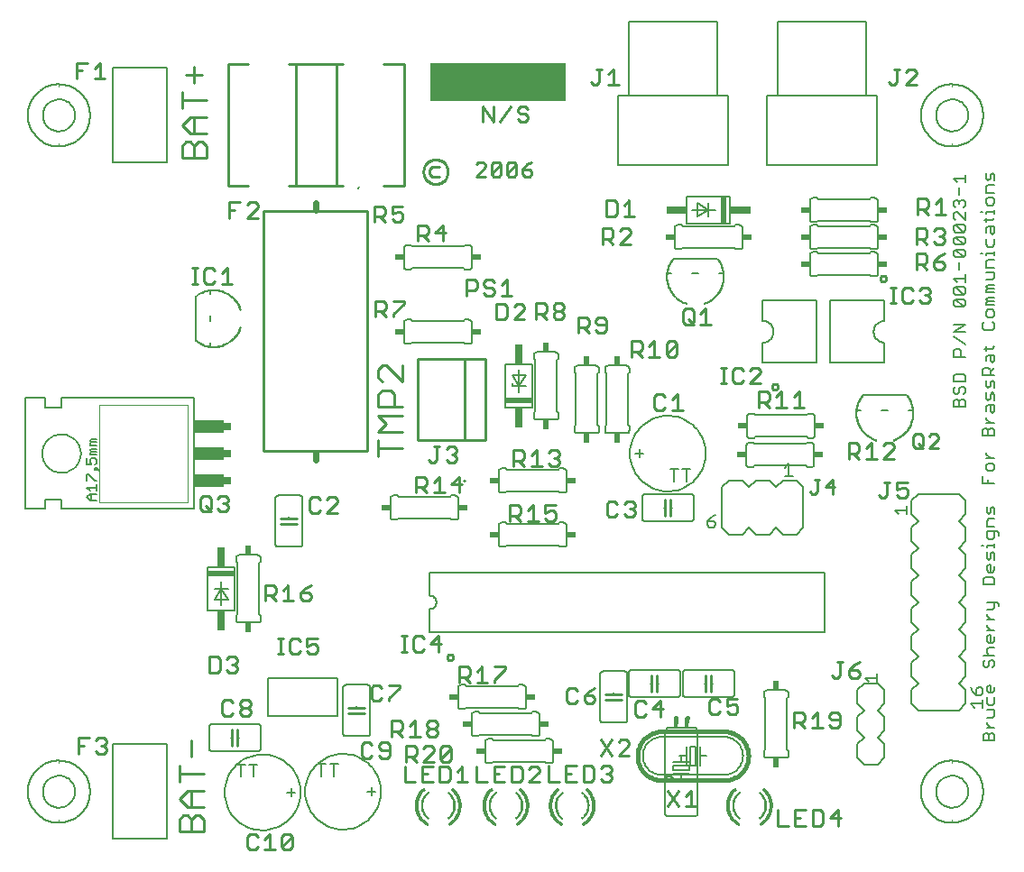
<source format=gbr>
G75*
G70*
%OFA0B0*%
%FSLAX24Y24*%
%IPPOS*%
%LPD*%
%AMOC8*
5,1,8,0,0,1.08239X$1,22.5*
%
%ADD10C,0.0100*%
%ADD11C,0.0090*%
%ADD12C,0.0080*%
%ADD13R,0.5040X0.1410*%
%ADD14C,0.0110*%
%ADD15C,0.0060*%
%ADD16R,0.0240X0.0340*%
%ADD17R,0.0340X0.0240*%
%ADD18C,0.0050*%
%ADD19C,0.0020*%
%ADD20R,0.0250X0.0300*%
%ADD21R,0.1100X0.0500*%
%ADD22C,0.0010*%
%ADD23R,0.0200X0.1000*%
%ADD24R,0.0750X0.0300*%
%ADD25R,0.1000X0.0200*%
%ADD26R,0.0300X0.0750*%
%ADD27R,0.0160X0.0230*%
%ADD28C,0.0160*%
%ADD29C,0.0240*%
D10*
X013793Y006367D02*
X013793Y006817D01*
X013943Y006967D01*
X014093Y006967D01*
X014243Y006817D01*
X014243Y006367D01*
X014243Y006817D02*
X014393Y006967D01*
X014543Y006967D01*
X014693Y006817D01*
X014693Y006367D01*
X013793Y006367D01*
X014093Y007287D02*
X013793Y007588D01*
X014093Y007888D01*
X014693Y007888D01*
X014243Y007888D02*
X014243Y007287D01*
X014093Y007287D02*
X014693Y007287D01*
X013793Y008208D02*
X013793Y008809D01*
X013793Y008508D02*
X014693Y008508D01*
X014243Y009129D02*
X014243Y009729D01*
X015743Y009842D02*
X015743Y010142D01*
X015943Y010142D02*
X015943Y009842D01*
X015943Y009542D01*
X015743Y009542D02*
X015743Y009842D01*
X020043Y010742D02*
X020343Y010742D01*
X020643Y010742D01*
X020643Y010942D02*
X020343Y010942D01*
X020043Y010942D01*
X023686Y012812D02*
X023688Y012833D01*
X023694Y012854D01*
X023704Y012873D01*
X023717Y012889D01*
X023733Y012903D01*
X023751Y012914D01*
X023772Y012921D01*
X023793Y012924D01*
X023814Y012923D01*
X023835Y012918D01*
X023854Y012909D01*
X023871Y012897D01*
X023886Y012881D01*
X023898Y012863D01*
X023905Y012844D01*
X023909Y012823D01*
X023909Y012801D01*
X023905Y012780D01*
X023898Y012761D01*
X023886Y012743D01*
X023871Y012727D01*
X023854Y012715D01*
X023835Y012706D01*
X023814Y012701D01*
X023793Y012700D01*
X023772Y012703D01*
X023751Y012710D01*
X023733Y012721D01*
X023717Y012735D01*
X023704Y012751D01*
X023694Y012770D01*
X023688Y012791D01*
X023686Y012812D01*
X029543Y011442D02*
X029843Y011442D01*
X030143Y011442D01*
X030143Y011242D02*
X029843Y011242D01*
X029543Y011242D01*
X031243Y011542D02*
X031243Y011842D01*
X031243Y012142D01*
X031443Y012142D02*
X031443Y011842D01*
X031443Y011542D01*
X033243Y011542D02*
X033243Y011842D01*
X033243Y012142D01*
X033443Y012142D02*
X033443Y011842D01*
X033443Y011542D01*
X031766Y008337D02*
X031768Y008358D01*
X031774Y008379D01*
X031784Y008398D01*
X031797Y008414D01*
X031813Y008428D01*
X031831Y008439D01*
X031852Y008446D01*
X031873Y008449D01*
X031894Y008448D01*
X031915Y008443D01*
X031934Y008434D01*
X031951Y008422D01*
X031966Y008406D01*
X031978Y008388D01*
X031985Y008369D01*
X031989Y008348D01*
X031989Y008326D01*
X031985Y008305D01*
X031978Y008286D01*
X031966Y008268D01*
X031951Y008252D01*
X031934Y008240D01*
X031915Y008231D01*
X031894Y008226D01*
X031873Y008225D01*
X031852Y008228D01*
X031831Y008235D01*
X031813Y008246D01*
X031797Y008260D01*
X031784Y008276D01*
X031774Y008295D01*
X031768Y008316D01*
X031766Y008337D01*
X031743Y018042D02*
X031743Y018342D01*
X031743Y018642D01*
X031943Y018642D02*
X031943Y018342D01*
X031943Y018042D01*
X035686Y022812D02*
X035688Y022833D01*
X035694Y022854D01*
X035704Y022873D01*
X035717Y022889D01*
X035733Y022903D01*
X035751Y022914D01*
X035772Y022921D01*
X035793Y022924D01*
X035814Y022923D01*
X035835Y022918D01*
X035854Y022909D01*
X035871Y022897D01*
X035886Y022881D01*
X035898Y022863D01*
X035905Y022844D01*
X035909Y022823D01*
X035909Y022801D01*
X035905Y022780D01*
X035898Y022761D01*
X035886Y022743D01*
X035871Y022727D01*
X035854Y022715D01*
X035835Y022706D01*
X035814Y022701D01*
X035793Y022700D01*
X035772Y022703D01*
X035751Y022710D01*
X035733Y022721D01*
X035717Y022735D01*
X035704Y022751D01*
X035694Y022770D01*
X035688Y022791D01*
X035686Y022812D01*
X039686Y026812D02*
X039688Y026833D01*
X039694Y026854D01*
X039704Y026873D01*
X039717Y026889D01*
X039733Y026903D01*
X039751Y026914D01*
X039772Y026921D01*
X039793Y026924D01*
X039814Y026923D01*
X039835Y026918D01*
X039854Y026909D01*
X039871Y026897D01*
X039886Y026881D01*
X039898Y026863D01*
X039905Y026844D01*
X039909Y026823D01*
X039909Y026801D01*
X039905Y026780D01*
X039898Y026761D01*
X039886Y026743D01*
X039871Y026727D01*
X039854Y026715D01*
X039835Y026706D01*
X039814Y026701D01*
X039793Y026700D01*
X039772Y026703D01*
X039751Y026710D01*
X039733Y026721D01*
X039717Y026735D01*
X039704Y026751D01*
X039694Y026770D01*
X039688Y026791D01*
X039686Y026812D01*
X025093Y023842D02*
X025093Y020842D01*
X024343Y020842D01*
X024343Y023842D01*
X025093Y023842D01*
X024343Y023842D02*
X022593Y023842D01*
X022593Y020842D01*
X024343Y020842D01*
X024293Y019342D02*
X024318Y019342D01*
X022043Y020534D02*
X021143Y020534D01*
X021143Y020234D02*
X021143Y020834D01*
X021143Y021154D02*
X021443Y021455D01*
X021143Y021755D01*
X022043Y021755D01*
X022043Y022075D02*
X021143Y022075D01*
X021143Y022525D01*
X021293Y022676D01*
X021593Y022676D01*
X021743Y022525D01*
X021743Y022075D01*
X022043Y022996D02*
X021443Y023596D01*
X021293Y023596D01*
X021143Y023446D01*
X021143Y023146D01*
X021293Y022996D01*
X022043Y022996D02*
X022043Y023596D01*
X022043Y021154D02*
X021143Y021154D01*
X020743Y020442D02*
X016893Y020442D01*
X016893Y029292D01*
X020743Y029292D01*
X020743Y020442D01*
X018143Y017942D02*
X017843Y017942D01*
X017543Y017942D01*
X017543Y017742D02*
X017843Y017742D01*
X018143Y017742D01*
X018093Y030242D02*
X018093Y034742D01*
X017843Y034742D01*
X018093Y034742D02*
X019593Y034742D01*
X019593Y030242D01*
X019843Y030242D01*
X019593Y030242D02*
X018093Y030242D01*
X017843Y030242D01*
X016343Y030242D02*
X015593Y030242D01*
X015593Y034742D01*
X016343Y034742D01*
X014643Y034329D02*
X014043Y034329D01*
X014343Y034029D02*
X014343Y034629D01*
X013893Y033709D02*
X013893Y033108D01*
X013893Y033408D02*
X014793Y033408D01*
X014793Y032788D02*
X014193Y032788D01*
X013893Y032488D01*
X014193Y032187D01*
X014793Y032187D01*
X014643Y031867D02*
X014793Y031717D01*
X014793Y031267D01*
X013893Y031267D01*
X013893Y031717D01*
X014043Y031867D01*
X014193Y031867D01*
X014343Y031717D01*
X014343Y031267D01*
X014343Y031717D02*
X014493Y031867D01*
X014643Y031867D01*
X014343Y032187D02*
X014343Y032788D01*
X019593Y034742D02*
X019843Y034742D01*
X021343Y034742D02*
X022093Y034742D01*
X022093Y030242D01*
X021343Y030242D01*
X022811Y030762D02*
X022813Y030805D01*
X022819Y030848D01*
X022829Y030889D01*
X022843Y030930D01*
X022861Y030969D01*
X022883Y031006D01*
X022908Y031041D01*
X022936Y031074D01*
X022967Y031104D01*
X023001Y031130D01*
X023037Y031153D01*
X023075Y031173D01*
X023115Y031189D01*
X023156Y031201D01*
X023199Y031209D01*
X023241Y031213D01*
X023285Y031213D01*
X023327Y031209D01*
X023370Y031201D01*
X023411Y031189D01*
X023451Y031173D01*
X023489Y031153D01*
X023525Y031130D01*
X023559Y031104D01*
X023590Y031074D01*
X023618Y031041D01*
X023643Y031006D01*
X023665Y030969D01*
X023683Y030930D01*
X023697Y030889D01*
X023707Y030848D01*
X023713Y030805D01*
X023715Y030762D01*
X023713Y030719D01*
X023707Y030676D01*
X023697Y030635D01*
X023683Y030594D01*
X023665Y030555D01*
X023643Y030518D01*
X023618Y030483D01*
X023590Y030450D01*
X023559Y030420D01*
X023525Y030394D01*
X023489Y030371D01*
X023451Y030351D01*
X023411Y030335D01*
X023370Y030323D01*
X023327Y030315D01*
X023285Y030311D01*
X023241Y030311D01*
X023199Y030315D01*
X023156Y030323D01*
X023115Y030335D01*
X023075Y030351D01*
X023037Y030371D01*
X023001Y030394D01*
X022967Y030420D01*
X022936Y030450D01*
X022908Y030483D01*
X022883Y030518D01*
X022861Y030555D01*
X022843Y030594D01*
X022829Y030635D01*
X022819Y030676D01*
X022813Y030719D01*
X022811Y030762D01*
D11*
X023038Y030675D02*
X023127Y030587D01*
X023392Y030587D01*
X023392Y030940D02*
X023127Y030940D01*
X023038Y030852D01*
X023038Y030675D01*
X024751Y030587D02*
X025105Y030940D01*
X025105Y031029D01*
X025016Y031117D01*
X024839Y031117D01*
X024751Y031029D01*
X024751Y030587D02*
X025105Y030587D01*
X025322Y030675D02*
X025322Y031029D01*
X025410Y031117D01*
X025587Y031117D01*
X025676Y031029D01*
X025322Y030675D01*
X025410Y030587D01*
X025587Y030587D01*
X025676Y030675D01*
X025676Y031029D01*
X025893Y031029D02*
X025981Y031117D01*
X026158Y031117D01*
X026246Y031029D01*
X025893Y030675D01*
X025981Y030587D01*
X026158Y030587D01*
X026246Y030675D01*
X026246Y031029D01*
X026464Y030852D02*
X026729Y030852D01*
X026817Y030764D01*
X026817Y030675D01*
X026729Y030587D01*
X026552Y030587D01*
X026464Y030675D01*
X026464Y030852D01*
X026640Y031029D01*
X026817Y031117D01*
X025893Y031029D02*
X025893Y030675D01*
X037265Y019367D02*
X037442Y019367D01*
X037354Y019367D02*
X037354Y018925D01*
X037265Y018837D01*
X037177Y018837D01*
X037088Y018925D01*
X037659Y019102D02*
X038013Y019102D01*
X037925Y018837D02*
X037925Y019367D01*
X037659Y019102D01*
X040913Y020625D02*
X041002Y020537D01*
X041179Y020537D01*
X041267Y020625D01*
X041267Y020979D01*
X041179Y021067D01*
X041002Y021067D01*
X040913Y020979D01*
X040913Y020625D01*
X041090Y020714D02*
X041267Y020537D01*
X041484Y020537D02*
X041838Y020890D01*
X041838Y020979D01*
X041750Y021067D01*
X041573Y021067D01*
X041484Y020979D01*
X041484Y020537D02*
X041838Y020537D01*
D12*
X042403Y022077D02*
X042403Y022287D01*
X042473Y022357D01*
X042543Y022357D01*
X042613Y022287D01*
X042613Y022077D01*
X042613Y022287D02*
X042683Y022357D01*
X042753Y022357D01*
X042823Y022287D01*
X042823Y022077D01*
X042403Y022077D01*
X042473Y022537D02*
X042543Y022537D01*
X042613Y022607D01*
X042613Y022747D01*
X042683Y022817D01*
X042753Y022817D01*
X042823Y022747D01*
X042823Y022607D01*
X042753Y022537D01*
X042473Y022537D02*
X042403Y022607D01*
X042403Y022747D01*
X042473Y022817D01*
X042403Y022997D02*
X042403Y023208D01*
X042473Y023278D01*
X042753Y023278D01*
X042823Y023208D01*
X042823Y022997D01*
X042403Y022997D01*
X042403Y023918D02*
X042403Y024128D01*
X042473Y024198D01*
X042613Y024198D01*
X042683Y024128D01*
X042683Y023918D01*
X042823Y023918D02*
X042403Y023918D01*
X042823Y024379D02*
X042403Y024659D01*
X042403Y024839D02*
X042823Y025119D01*
X042403Y025119D01*
X042403Y024839D02*
X042823Y024839D01*
X043473Y024989D02*
X043543Y024919D01*
X043823Y024919D01*
X043893Y024989D01*
X043893Y025130D01*
X043823Y025200D01*
X043823Y025380D02*
X043683Y025380D01*
X043613Y025450D01*
X043613Y025590D01*
X043683Y025660D01*
X043823Y025660D01*
X043893Y025590D01*
X043893Y025450D01*
X043823Y025380D01*
X043543Y025200D02*
X043473Y025130D01*
X043473Y024989D01*
X043613Y024292D02*
X043613Y024152D01*
X043543Y024222D02*
X043823Y024222D01*
X043893Y024292D01*
X043893Y023972D02*
X043683Y023972D01*
X043613Y023902D01*
X043613Y023762D01*
X043753Y023762D02*
X043753Y023972D01*
X043893Y023972D02*
X043893Y023762D01*
X043823Y023692D01*
X043753Y023762D01*
X043683Y023512D02*
X043753Y023442D01*
X043753Y023231D01*
X043893Y023231D02*
X043473Y023231D01*
X043473Y023442D01*
X043543Y023512D01*
X043683Y023512D01*
X043753Y023372D02*
X043893Y023512D01*
X043823Y023051D02*
X043753Y022981D01*
X043753Y022841D01*
X043683Y022771D01*
X043613Y022841D01*
X043613Y023051D01*
X043823Y023051D02*
X043893Y022981D01*
X043893Y022771D01*
X043823Y022591D02*
X043753Y022521D01*
X043753Y022381D01*
X043683Y022311D01*
X043613Y022381D01*
X043613Y022591D01*
X043823Y022591D02*
X043893Y022521D01*
X043893Y022311D01*
X043893Y022131D02*
X043893Y021920D01*
X043823Y021850D01*
X043753Y021920D01*
X043753Y022131D01*
X043683Y022131D02*
X043893Y022131D01*
X043683Y022131D02*
X043613Y022061D01*
X043613Y021920D01*
X043613Y021677D02*
X043613Y021607D01*
X043753Y021467D01*
X043893Y021467D02*
X043613Y021467D01*
X043613Y021287D02*
X043683Y021217D01*
X043683Y021006D01*
X043473Y021006D02*
X043473Y021217D01*
X043543Y021287D01*
X043613Y021287D01*
X043683Y021217D02*
X043753Y021287D01*
X043823Y021287D01*
X043893Y021217D01*
X043893Y021006D01*
X043473Y021006D01*
X043613Y020373D02*
X043613Y020303D01*
X043753Y020162D01*
X043893Y020162D02*
X043613Y020162D01*
X043683Y019982D02*
X043613Y019912D01*
X043613Y019772D01*
X043683Y019702D01*
X043823Y019702D01*
X043893Y019772D01*
X043893Y019912D01*
X043823Y019982D01*
X043683Y019982D01*
X043473Y019522D02*
X043473Y019242D01*
X043893Y019242D01*
X043683Y019242D02*
X043683Y019382D01*
X043633Y018385D02*
X043633Y018175D01*
X043703Y018105D01*
X043773Y018175D01*
X043773Y018315D01*
X043843Y018385D01*
X043913Y018315D01*
X043913Y018105D01*
X043913Y017925D02*
X043703Y017925D01*
X043633Y017855D01*
X043633Y017644D01*
X043913Y017644D01*
X043913Y017464D02*
X043913Y017254D01*
X043843Y017184D01*
X043703Y017184D01*
X043633Y017254D01*
X043633Y017464D01*
X043984Y017464D01*
X044054Y017394D01*
X044054Y017324D01*
X043913Y017017D02*
X043913Y016877D01*
X043913Y016947D02*
X043633Y016947D01*
X043633Y016877D01*
X043493Y016947D02*
X043423Y016947D01*
X043633Y016697D02*
X043633Y016487D01*
X043703Y016417D01*
X043773Y016487D01*
X043773Y016627D01*
X043843Y016697D01*
X043913Y016627D01*
X043913Y016417D01*
X043773Y016237D02*
X043773Y015956D01*
X043703Y015956D02*
X043633Y016027D01*
X043633Y016167D01*
X043703Y016237D01*
X043773Y016237D01*
X043913Y016167D02*
X043913Y016027D01*
X043843Y015956D01*
X043703Y015956D01*
X043563Y015776D02*
X043493Y015706D01*
X043493Y015496D01*
X043913Y015496D01*
X043913Y015706D01*
X043843Y015776D01*
X043563Y015776D01*
X043633Y014856D02*
X043984Y014856D01*
X044054Y014786D01*
X044054Y014716D01*
X043913Y014645D02*
X043913Y014856D01*
X043913Y014645D02*
X043843Y014575D01*
X043633Y014575D01*
X043633Y014402D02*
X043633Y014332D01*
X043773Y014192D01*
X043913Y014192D02*
X043633Y014192D01*
X043633Y014018D02*
X043633Y013948D01*
X043773Y013808D01*
X043913Y013808D02*
X043633Y013808D01*
X043703Y013628D02*
X043773Y013628D01*
X043773Y013348D01*
X043703Y013348D02*
X043633Y013418D01*
X043633Y013558D01*
X043703Y013628D01*
X043913Y013558D02*
X043913Y013418D01*
X043843Y013348D01*
X043703Y013348D01*
X043703Y013168D02*
X043913Y013168D01*
X043703Y013168D02*
X043633Y013098D01*
X043633Y012958D01*
X043703Y012887D01*
X043773Y012707D02*
X043843Y012707D01*
X043913Y012637D01*
X043913Y012497D01*
X043843Y012427D01*
X043703Y012497D02*
X043703Y012637D01*
X043773Y012707D01*
X043563Y012707D02*
X043493Y012637D01*
X043493Y012497D01*
X043563Y012427D01*
X043633Y012427D01*
X043703Y012497D01*
X043493Y012887D02*
X043913Y012887D01*
X043773Y011787D02*
X043773Y011506D01*
X043703Y011506D02*
X043633Y011576D01*
X043633Y011717D01*
X043703Y011787D01*
X043773Y011787D01*
X043913Y011717D02*
X043913Y011576D01*
X043843Y011506D01*
X043703Y011506D01*
X043633Y011326D02*
X043633Y011116D01*
X043703Y011046D01*
X043843Y011046D01*
X043913Y011116D01*
X043913Y011326D01*
X043913Y010866D02*
X043633Y010866D01*
X043633Y010586D02*
X043843Y010586D01*
X043913Y010656D01*
X043913Y010866D01*
X043633Y010412D02*
X043633Y010342D01*
X043773Y010202D01*
X043913Y010202D02*
X043633Y010202D01*
X043633Y010022D02*
X043703Y009952D01*
X043703Y009742D01*
X043493Y009742D02*
X043493Y009952D01*
X043563Y010022D01*
X043633Y010022D01*
X043703Y009952D02*
X043773Y010022D01*
X043843Y010022D01*
X043913Y009952D01*
X043913Y009742D01*
X043493Y009742D01*
X041752Y007842D02*
X041754Y007896D01*
X041762Y007949D01*
X041774Y008001D01*
X041791Y008053D01*
X041812Y008102D01*
X041838Y008149D01*
X041868Y008194D01*
X041902Y008235D01*
X041940Y008274D01*
X041981Y008309D01*
X042025Y008340D01*
X042071Y008367D01*
X042120Y008389D01*
X042171Y008407D01*
X042223Y008421D01*
X042276Y008429D01*
X042330Y008433D01*
X042383Y008432D01*
X042437Y008426D01*
X042489Y008415D01*
X042541Y008399D01*
X042591Y008379D01*
X042638Y008354D01*
X042684Y008325D01*
X042726Y008292D01*
X042766Y008255D01*
X042801Y008215D01*
X042833Y008172D01*
X042861Y008126D01*
X042885Y008077D01*
X042904Y008027D01*
X042919Y007975D01*
X042928Y007922D01*
X042933Y007869D01*
X042933Y007815D01*
X042928Y007762D01*
X042919Y007709D01*
X042904Y007657D01*
X042885Y007607D01*
X042861Y007558D01*
X042833Y007512D01*
X042801Y007469D01*
X042766Y007429D01*
X042726Y007392D01*
X042684Y007359D01*
X042639Y007330D01*
X042591Y007305D01*
X042541Y007285D01*
X042489Y007269D01*
X042437Y007258D01*
X042383Y007252D01*
X042330Y007251D01*
X042276Y007255D01*
X042223Y007263D01*
X042171Y007277D01*
X042120Y007295D01*
X042071Y007317D01*
X042025Y007344D01*
X041981Y007375D01*
X041940Y007410D01*
X041902Y007449D01*
X041868Y007490D01*
X041838Y007535D01*
X041812Y007582D01*
X041791Y007631D01*
X041774Y007683D01*
X041762Y007735D01*
X041754Y007788D01*
X041752Y007842D01*
X042473Y025760D02*
X042403Y025830D01*
X042403Y025970D01*
X042473Y026040D01*
X042753Y025760D01*
X042823Y025830D01*
X042823Y025970D01*
X042753Y026040D01*
X042473Y026040D01*
X042473Y026220D02*
X042403Y026290D01*
X042403Y026430D01*
X042473Y026500D01*
X042753Y026220D01*
X042823Y026290D01*
X042823Y026430D01*
X042753Y026500D01*
X042473Y026500D01*
X042543Y026680D02*
X042403Y026820D01*
X042823Y026820D01*
X042823Y026680D02*
X042823Y026961D01*
X042613Y027141D02*
X042613Y027421D01*
X042473Y027601D02*
X042403Y027671D01*
X042403Y027811D01*
X042473Y027881D01*
X042753Y027601D01*
X042823Y027671D01*
X042823Y027811D01*
X042753Y027881D01*
X042473Y027881D01*
X042473Y028061D02*
X042403Y028131D01*
X042403Y028271D01*
X042473Y028342D01*
X042753Y028061D01*
X042823Y028131D01*
X042823Y028271D01*
X042753Y028342D01*
X042473Y028342D01*
X042473Y028522D02*
X042403Y028592D01*
X042403Y028732D01*
X042473Y028802D01*
X042753Y028522D01*
X042823Y028592D01*
X042823Y028732D01*
X042753Y028802D01*
X042473Y028802D01*
X042473Y028982D02*
X042403Y029052D01*
X042403Y029192D01*
X042473Y029262D01*
X042543Y029262D01*
X042823Y028982D01*
X042823Y029262D01*
X042753Y029442D02*
X042823Y029512D01*
X042823Y029653D01*
X042753Y029723D01*
X042683Y029723D01*
X042613Y029653D01*
X042613Y029583D01*
X042613Y029653D02*
X042543Y029723D01*
X042473Y029723D01*
X042403Y029653D01*
X042403Y029512D01*
X042473Y029442D01*
X042613Y029903D02*
X042613Y030183D01*
X042543Y030363D02*
X042403Y030503D01*
X042823Y030503D01*
X042823Y030363D02*
X042823Y030643D01*
X043613Y030724D02*
X043613Y030514D01*
X043683Y030444D01*
X043753Y030514D01*
X043753Y030654D01*
X043823Y030724D01*
X043893Y030654D01*
X043893Y030444D01*
X043893Y030264D02*
X043683Y030264D01*
X043613Y030193D01*
X043613Y029983D01*
X043893Y029983D01*
X043823Y029803D02*
X043683Y029803D01*
X043613Y029733D01*
X043613Y029593D01*
X043683Y029523D01*
X043823Y029523D01*
X043893Y029593D01*
X043893Y029733D01*
X043823Y029803D01*
X043893Y029356D02*
X043893Y029216D01*
X043893Y029286D02*
X043613Y029286D01*
X043613Y029216D01*
X043473Y029286D02*
X043403Y029286D01*
X043613Y029049D02*
X043613Y028909D01*
X043543Y028979D02*
X043823Y028979D01*
X043893Y029049D01*
X043893Y028729D02*
X043683Y028729D01*
X043613Y028659D01*
X043613Y028519D01*
X043753Y028519D02*
X043753Y028729D01*
X043893Y028729D02*
X043893Y028519D01*
X043823Y028449D01*
X043753Y028519D01*
X043613Y028269D02*
X043613Y028058D01*
X043683Y027988D01*
X043823Y027988D01*
X043893Y028058D01*
X043893Y028269D01*
X043893Y027822D02*
X043893Y027682D01*
X043893Y027752D02*
X043613Y027752D01*
X043613Y027682D01*
X043473Y027752D02*
X043403Y027752D01*
X043683Y027501D02*
X043893Y027501D01*
X043683Y027501D02*
X043613Y027431D01*
X043613Y027221D01*
X043893Y027221D01*
X043893Y027041D02*
X043613Y027041D01*
X043613Y026761D02*
X043823Y026761D01*
X043893Y026831D01*
X043893Y027041D01*
X043893Y026581D02*
X043683Y026581D01*
X043613Y026511D01*
X043683Y026441D01*
X043893Y026441D01*
X043893Y026300D02*
X043613Y026300D01*
X043613Y026371D01*
X043683Y026441D01*
X043683Y026120D02*
X043893Y026120D01*
X043893Y025980D02*
X043683Y025980D01*
X043613Y026050D01*
X043683Y026120D01*
X043683Y025980D02*
X043613Y025910D01*
X043613Y025840D01*
X043893Y025840D01*
X042753Y025760D02*
X042473Y025760D01*
X042473Y026220D02*
X042753Y026220D01*
X042753Y027601D02*
X042473Y027601D01*
X042473Y028061D02*
X042753Y028061D01*
X042753Y028522D02*
X042473Y028522D01*
X041752Y032842D02*
X041754Y032896D01*
X041762Y032949D01*
X041774Y033001D01*
X041791Y033053D01*
X041812Y033102D01*
X041838Y033149D01*
X041868Y033194D01*
X041902Y033235D01*
X041940Y033274D01*
X041981Y033309D01*
X042025Y033340D01*
X042071Y033367D01*
X042120Y033389D01*
X042171Y033407D01*
X042223Y033421D01*
X042276Y033429D01*
X042330Y033433D01*
X042383Y033432D01*
X042437Y033426D01*
X042489Y033415D01*
X042541Y033399D01*
X042591Y033379D01*
X042638Y033354D01*
X042684Y033325D01*
X042726Y033292D01*
X042766Y033255D01*
X042801Y033215D01*
X042833Y033172D01*
X042861Y033126D01*
X042885Y033077D01*
X042904Y033027D01*
X042919Y032975D01*
X042928Y032922D01*
X042933Y032869D01*
X042933Y032815D01*
X042928Y032762D01*
X042919Y032709D01*
X042904Y032657D01*
X042885Y032607D01*
X042861Y032558D01*
X042833Y032512D01*
X042801Y032469D01*
X042766Y032429D01*
X042726Y032392D01*
X042684Y032359D01*
X042639Y032330D01*
X042591Y032305D01*
X042541Y032285D01*
X042489Y032269D01*
X042437Y032258D01*
X042383Y032252D01*
X042330Y032251D01*
X042276Y032255D01*
X042223Y032263D01*
X042171Y032277D01*
X042120Y032295D01*
X042071Y032317D01*
X042025Y032344D01*
X041981Y032375D01*
X041940Y032410D01*
X041902Y032449D01*
X041868Y032490D01*
X041838Y032535D01*
X041812Y032582D01*
X041791Y032631D01*
X041774Y032683D01*
X041762Y032735D01*
X041754Y032788D01*
X041752Y032842D01*
X019633Y012042D02*
X017053Y012042D01*
X017053Y010642D01*
X019633Y010642D01*
X019633Y012042D01*
X008752Y007842D02*
X008754Y007896D01*
X008762Y007949D01*
X008774Y008001D01*
X008791Y008053D01*
X008812Y008102D01*
X008838Y008149D01*
X008868Y008194D01*
X008902Y008235D01*
X008940Y008274D01*
X008981Y008309D01*
X009025Y008340D01*
X009071Y008367D01*
X009120Y008389D01*
X009171Y008407D01*
X009223Y008421D01*
X009276Y008429D01*
X009330Y008433D01*
X009383Y008432D01*
X009437Y008426D01*
X009489Y008415D01*
X009541Y008399D01*
X009591Y008379D01*
X009638Y008354D01*
X009684Y008325D01*
X009726Y008292D01*
X009766Y008255D01*
X009801Y008215D01*
X009833Y008172D01*
X009861Y008126D01*
X009885Y008077D01*
X009904Y008027D01*
X009919Y007975D01*
X009928Y007922D01*
X009933Y007869D01*
X009933Y007815D01*
X009928Y007762D01*
X009919Y007709D01*
X009904Y007657D01*
X009885Y007607D01*
X009861Y007558D01*
X009833Y007512D01*
X009801Y007469D01*
X009766Y007429D01*
X009726Y007392D01*
X009684Y007359D01*
X009639Y007330D01*
X009591Y007305D01*
X009541Y007285D01*
X009489Y007269D01*
X009437Y007258D01*
X009383Y007252D01*
X009330Y007251D01*
X009276Y007255D01*
X009223Y007263D01*
X009171Y007277D01*
X009120Y007295D01*
X009071Y007317D01*
X009025Y007344D01*
X008981Y007375D01*
X008940Y007410D01*
X008902Y007449D01*
X008868Y007490D01*
X008838Y007535D01*
X008812Y007582D01*
X008791Y007631D01*
X008774Y007683D01*
X008762Y007735D01*
X008754Y007788D01*
X008752Y007842D01*
X008752Y032842D02*
X008754Y032896D01*
X008762Y032949D01*
X008774Y033001D01*
X008791Y033053D01*
X008812Y033102D01*
X008838Y033149D01*
X008868Y033194D01*
X008902Y033235D01*
X008940Y033274D01*
X008981Y033309D01*
X009025Y033340D01*
X009071Y033367D01*
X009120Y033389D01*
X009171Y033407D01*
X009223Y033421D01*
X009276Y033429D01*
X009330Y033433D01*
X009383Y033432D01*
X009437Y033426D01*
X009489Y033415D01*
X009541Y033399D01*
X009591Y033379D01*
X009638Y033354D01*
X009684Y033325D01*
X009726Y033292D01*
X009766Y033255D01*
X009801Y033215D01*
X009833Y033172D01*
X009861Y033126D01*
X009885Y033077D01*
X009904Y033027D01*
X009919Y032975D01*
X009928Y032922D01*
X009933Y032869D01*
X009933Y032815D01*
X009928Y032762D01*
X009919Y032709D01*
X009904Y032657D01*
X009885Y032607D01*
X009861Y032558D01*
X009833Y032512D01*
X009801Y032469D01*
X009766Y032429D01*
X009726Y032392D01*
X009684Y032359D01*
X009639Y032330D01*
X009591Y032305D01*
X009541Y032285D01*
X009489Y032269D01*
X009437Y032258D01*
X009383Y032252D01*
X009330Y032251D01*
X009276Y032255D01*
X009223Y032263D01*
X009171Y032277D01*
X009120Y032295D01*
X009071Y032317D01*
X009025Y032344D01*
X008981Y032375D01*
X008940Y032410D01*
X008902Y032449D01*
X008868Y032490D01*
X008838Y032535D01*
X008812Y032582D01*
X008791Y032631D01*
X008774Y032683D01*
X008762Y032735D01*
X008754Y032788D01*
X008752Y032842D01*
D13*
X025563Y034087D03*
D14*
X025392Y033187D02*
X025392Y032597D01*
X024998Y033187D01*
X024998Y032597D01*
X025643Y032597D02*
X026037Y033187D01*
X026288Y033089D02*
X026288Y032990D01*
X026386Y032892D01*
X026583Y032892D01*
X026681Y032794D01*
X026681Y032695D01*
X026583Y032597D01*
X026386Y032597D01*
X026288Y032695D01*
X026288Y033089D02*
X026386Y033187D01*
X026583Y033187D01*
X026681Y033089D01*
X028990Y034063D02*
X029089Y033965D01*
X029187Y033965D01*
X029286Y034063D01*
X029286Y034555D01*
X029384Y034555D02*
X029187Y034555D01*
X029635Y034359D02*
X029832Y034555D01*
X029832Y033965D01*
X029635Y033965D02*
X030029Y033965D01*
X029869Y029712D02*
X029573Y029712D01*
X029573Y029122D01*
X029869Y029122D01*
X029967Y029220D01*
X029967Y029614D01*
X029869Y029712D01*
X030218Y029515D02*
X030415Y029712D01*
X030415Y029122D01*
X030218Y029122D02*
X030612Y029122D01*
X030363Y028662D02*
X030166Y028662D01*
X030068Y028564D01*
X029817Y028564D02*
X029817Y028367D01*
X029719Y028269D01*
X029423Y028269D01*
X029620Y028269D02*
X029817Y028072D01*
X030068Y028072D02*
X030462Y028465D01*
X030462Y028564D01*
X030363Y028662D01*
X029817Y028564D02*
X029719Y028662D01*
X029423Y028662D01*
X029423Y028072D01*
X030068Y028072D02*
X030462Y028072D01*
X032497Y025712D02*
X032694Y025712D01*
X032792Y025614D01*
X032792Y025220D01*
X032694Y025122D01*
X032497Y025122D01*
X032398Y025220D01*
X032398Y025614D01*
X032497Y025712D01*
X032595Y025319D02*
X032792Y025122D01*
X033043Y025122D02*
X033437Y025122D01*
X033240Y025122D02*
X033240Y025712D01*
X033043Y025515D01*
X032083Y024512D02*
X032181Y024414D01*
X031788Y024020D01*
X031886Y023922D01*
X032083Y023922D01*
X032181Y024020D01*
X032181Y024414D01*
X032083Y024512D02*
X031886Y024512D01*
X031788Y024414D01*
X031788Y024020D01*
X031537Y023922D02*
X031143Y023922D01*
X031340Y023922D02*
X031340Y024512D01*
X031143Y024315D01*
X030892Y024217D02*
X030794Y024119D01*
X030498Y024119D01*
X030695Y024119D02*
X030892Y023922D01*
X030892Y024217D02*
X030892Y024414D01*
X030794Y024512D01*
X030498Y024512D01*
X030498Y023922D01*
X029573Y024895D02*
X029474Y024797D01*
X029277Y024797D01*
X029179Y024895D01*
X029277Y025092D02*
X029573Y025092D01*
X029573Y024895D02*
X029573Y025289D01*
X029474Y025387D01*
X029277Y025387D01*
X029179Y025289D01*
X029179Y025190D01*
X029277Y025092D01*
X028928Y025092D02*
X028830Y024994D01*
X028534Y024994D01*
X028731Y024994D02*
X028928Y024797D01*
X028928Y025092D02*
X028928Y025289D01*
X028830Y025387D01*
X028534Y025387D01*
X028534Y024797D01*
X027913Y025322D02*
X027716Y025322D01*
X027618Y025420D01*
X027618Y025519D01*
X027716Y025617D01*
X027913Y025617D01*
X028012Y025519D01*
X028012Y025420D01*
X027913Y025322D01*
X027913Y025617D02*
X028012Y025715D01*
X028012Y025814D01*
X027913Y025912D01*
X027716Y025912D01*
X027618Y025814D01*
X027618Y025715D01*
X027716Y025617D01*
X027367Y025617D02*
X027269Y025519D01*
X026973Y025519D01*
X026973Y025322D02*
X026973Y025912D01*
X027269Y025912D01*
X027367Y025814D01*
X027367Y025617D01*
X027170Y025519D02*
X027367Y025322D01*
X026548Y025297D02*
X026154Y025297D01*
X026548Y025690D01*
X026548Y025789D01*
X026449Y025887D01*
X026252Y025887D01*
X026154Y025789D01*
X025903Y025789D02*
X025903Y025395D01*
X025805Y025297D01*
X025509Y025297D01*
X025509Y025887D01*
X025805Y025887D01*
X025903Y025789D01*
X025884Y026172D02*
X025884Y026762D01*
X025688Y026565D01*
X025437Y026664D02*
X025338Y026762D01*
X025141Y026762D01*
X025043Y026664D01*
X025043Y026565D01*
X025141Y026467D01*
X025338Y026467D01*
X025437Y026369D01*
X025437Y026270D01*
X025338Y026172D01*
X025141Y026172D01*
X025043Y026270D01*
X024792Y026467D02*
X024694Y026369D01*
X024398Y026369D01*
X024398Y026172D02*
X024398Y026762D01*
X024694Y026762D01*
X024792Y026664D01*
X024792Y026467D01*
X025688Y026172D02*
X026081Y026172D01*
X023538Y028197D02*
X023538Y028787D01*
X023243Y028492D01*
X023637Y028492D01*
X022992Y028492D02*
X022894Y028394D01*
X022598Y028394D01*
X022795Y028394D02*
X022992Y028197D01*
X022992Y028492D02*
X022992Y028689D01*
X022894Y028787D01*
X022598Y028787D01*
X022598Y028197D01*
X021949Y028897D02*
X021752Y028897D01*
X021654Y028995D01*
X021654Y029192D02*
X021851Y029290D01*
X021949Y029290D01*
X022048Y029192D01*
X022048Y028995D01*
X021949Y028897D01*
X021654Y029192D02*
X021654Y029487D01*
X022048Y029487D01*
X021403Y029389D02*
X021403Y029192D01*
X021305Y029094D01*
X021009Y029094D01*
X021206Y029094D02*
X021403Y028897D01*
X021009Y028897D02*
X021009Y029487D01*
X021305Y029487D01*
X021403Y029389D01*
X021344Y025987D02*
X021442Y025889D01*
X021442Y025692D01*
X021344Y025594D01*
X021048Y025594D01*
X021245Y025594D02*
X021442Y025397D01*
X021693Y025397D02*
X021693Y025495D01*
X022087Y025889D01*
X022087Y025987D01*
X021693Y025987D01*
X021344Y025987D02*
X021048Y025987D01*
X021048Y025397D01*
X016687Y029047D02*
X016293Y029047D01*
X016687Y029440D01*
X016687Y029539D01*
X016588Y029637D01*
X016391Y029637D01*
X016293Y029539D01*
X016042Y029637D02*
X015648Y029637D01*
X015648Y029047D01*
X015648Y029342D02*
X015845Y029342D01*
X015551Y027212D02*
X015551Y026622D01*
X015354Y026622D02*
X015748Y026622D01*
X015354Y027015D02*
X015551Y027212D01*
X015103Y027114D02*
X015005Y027212D01*
X014808Y027212D01*
X014709Y027114D01*
X014709Y026720D01*
X014808Y026622D01*
X015005Y026622D01*
X015103Y026720D01*
X014476Y026622D02*
X014280Y026622D01*
X014378Y026622D02*
X014378Y027212D01*
X014280Y027212D02*
X014476Y027212D01*
X011048Y034197D02*
X010654Y034197D01*
X010851Y034197D02*
X010851Y034787D01*
X010654Y034590D01*
X010403Y034787D02*
X010009Y034787D01*
X010009Y034197D01*
X010009Y034492D02*
X010206Y034492D01*
X023206Y020612D02*
X023403Y020612D01*
X023305Y020612D02*
X023305Y020120D01*
X023206Y020022D01*
X023108Y020022D01*
X023009Y020120D01*
X023654Y020120D02*
X023752Y020022D01*
X023949Y020022D01*
X024048Y020120D01*
X024048Y020219D01*
X023949Y020317D01*
X023851Y020317D01*
X023949Y020317D02*
X024048Y020415D01*
X024048Y020514D01*
X023949Y020612D01*
X023752Y020612D01*
X023654Y020514D01*
X023390Y019487D02*
X023390Y018897D01*
X023193Y018897D02*
X023587Y018897D01*
X023838Y019192D02*
X024231Y019192D01*
X024133Y018897D02*
X024133Y019487D01*
X023838Y019192D01*
X023390Y019487D02*
X023193Y019290D01*
X022942Y019192D02*
X022844Y019094D01*
X022548Y019094D01*
X022745Y019094D02*
X022942Y018897D01*
X022942Y019192D02*
X022942Y019389D01*
X022844Y019487D01*
X022548Y019487D01*
X022548Y018897D01*
X019637Y018639D02*
X019538Y018737D01*
X019341Y018737D01*
X019243Y018639D01*
X018992Y018639D02*
X018894Y018737D01*
X018697Y018737D01*
X018598Y018639D01*
X018598Y018245D01*
X018697Y018147D01*
X018894Y018147D01*
X018992Y018245D01*
X019243Y018147D02*
X019637Y018540D01*
X019637Y018639D01*
X019637Y018147D02*
X019243Y018147D01*
X018656Y015487D02*
X018459Y015389D01*
X018263Y015192D01*
X018558Y015192D01*
X018656Y015094D01*
X018656Y014995D01*
X018558Y014897D01*
X018361Y014897D01*
X018263Y014995D01*
X018263Y015192D01*
X018012Y014897D02*
X017618Y014897D01*
X017815Y014897D02*
X017815Y015487D01*
X017618Y015290D01*
X017367Y015192D02*
X017269Y015094D01*
X016973Y015094D01*
X017170Y015094D02*
X017367Y014897D01*
X017367Y015192D02*
X017367Y015389D01*
X017269Y015487D01*
X016973Y015487D01*
X016973Y014897D01*
X017430Y013517D02*
X017626Y013517D01*
X017528Y013517D02*
X017528Y012927D01*
X017430Y012927D02*
X017626Y012927D01*
X017859Y013025D02*
X017958Y012927D01*
X018155Y012927D01*
X018253Y013025D01*
X018504Y013025D02*
X018602Y012927D01*
X018799Y012927D01*
X018898Y013025D01*
X018898Y013222D01*
X018799Y013320D01*
X018701Y013320D01*
X018504Y013222D01*
X018504Y013517D01*
X018898Y013517D01*
X018253Y013419D02*
X018155Y013517D01*
X017958Y013517D01*
X017859Y013419D01*
X017859Y013025D01*
X015937Y012739D02*
X015937Y012640D01*
X015838Y012542D01*
X015740Y012542D01*
X015838Y012542D02*
X015937Y012444D01*
X015937Y012345D01*
X015838Y012247D01*
X015641Y012247D01*
X015543Y012345D01*
X015292Y012345D02*
X015292Y012739D01*
X015194Y012837D01*
X014898Y012837D01*
X014898Y012247D01*
X015194Y012247D01*
X015292Y012345D01*
X015543Y012739D02*
X015641Y012837D01*
X015838Y012837D01*
X015937Y012739D01*
X016126Y011237D02*
X016323Y011237D01*
X016422Y011139D01*
X016422Y011040D01*
X016323Y010942D01*
X016126Y010942D01*
X016028Y011040D01*
X016028Y011139D01*
X016126Y011237D01*
X016126Y010942D02*
X016028Y010844D01*
X016028Y010745D01*
X016126Y010647D01*
X016323Y010647D01*
X016422Y010745D01*
X016422Y010844D01*
X016323Y010942D01*
X015777Y011139D02*
X015679Y011237D01*
X015482Y011237D01*
X015383Y011139D01*
X015383Y010745D01*
X015482Y010647D01*
X015679Y010647D01*
X015777Y010745D01*
X011098Y009739D02*
X011098Y009640D01*
X010999Y009542D01*
X011098Y009444D01*
X011098Y009345D01*
X010999Y009247D01*
X010802Y009247D01*
X010704Y009345D01*
X010901Y009542D02*
X010999Y009542D01*
X011098Y009739D02*
X010999Y009837D01*
X010802Y009837D01*
X010704Y009739D01*
X010453Y009837D02*
X010059Y009837D01*
X010059Y009247D01*
X010059Y009542D02*
X010256Y009542D01*
X016290Y006189D02*
X016290Y005795D01*
X016388Y005697D01*
X016585Y005697D01*
X016684Y005795D01*
X016934Y005697D02*
X017328Y005697D01*
X017131Y005697D02*
X017131Y006287D01*
X016934Y006090D01*
X016684Y006189D02*
X016585Y006287D01*
X016388Y006287D01*
X016290Y006189D01*
X017579Y006189D02*
X017579Y005795D01*
X017973Y006189D01*
X017973Y005795D01*
X017874Y005697D01*
X017677Y005697D01*
X017579Y005795D01*
X017579Y006189D02*
X017677Y006287D01*
X017874Y006287D01*
X017973Y006189D01*
X020618Y009082D02*
X020815Y009082D01*
X020913Y009180D01*
X021164Y009180D02*
X021262Y009082D01*
X021459Y009082D01*
X021558Y009180D01*
X021558Y009574D01*
X021459Y009672D01*
X021262Y009672D01*
X021164Y009574D01*
X021164Y009475D01*
X021262Y009377D01*
X021558Y009377D01*
X022160Y009542D02*
X022160Y008952D01*
X022118Y008787D02*
X022118Y008197D01*
X022512Y008197D01*
X022763Y008197D02*
X023157Y008197D01*
X023408Y008197D02*
X023703Y008197D01*
X023801Y008295D01*
X023801Y008689D01*
X023703Y008787D01*
X023408Y008787D01*
X023408Y008197D01*
X022960Y008492D02*
X022763Y008492D01*
X022763Y008787D02*
X022763Y008197D01*
X022763Y008787D02*
X023157Y008787D01*
X023198Y008952D02*
X022804Y008952D01*
X023198Y009345D01*
X023198Y009444D01*
X023100Y009542D01*
X022903Y009542D01*
X022804Y009444D01*
X022554Y009444D02*
X022554Y009247D01*
X022455Y009149D01*
X022160Y009149D01*
X022357Y009149D02*
X022554Y008952D01*
X022554Y009444D02*
X022455Y009542D01*
X022160Y009542D01*
X022044Y009887D02*
X021847Y010084D01*
X021945Y010084D02*
X021650Y010084D01*
X021650Y009887D02*
X021650Y010477D01*
X021945Y010477D01*
X022044Y010379D01*
X022044Y010182D01*
X021945Y010084D01*
X022294Y010280D02*
X022491Y010477D01*
X022491Y009887D01*
X022294Y009887D02*
X022688Y009887D01*
X022939Y009985D02*
X022939Y010084D01*
X023037Y010182D01*
X023234Y010182D01*
X023333Y010084D01*
X023333Y009985D01*
X023234Y009887D01*
X023037Y009887D01*
X022939Y009985D01*
X023037Y010182D02*
X022939Y010280D01*
X022939Y010379D01*
X023037Y010477D01*
X023234Y010477D01*
X023333Y010379D01*
X023333Y010280D01*
X023234Y010182D01*
X023547Y009542D02*
X023744Y009542D01*
X023843Y009444D01*
X023449Y009050D01*
X023547Y008952D01*
X023744Y008952D01*
X023843Y009050D01*
X023843Y009444D01*
X023547Y009542D02*
X023449Y009444D01*
X023449Y009050D01*
X024052Y008590D02*
X024249Y008787D01*
X024249Y008197D01*
X024052Y008197D02*
X024446Y008197D01*
X024773Y008197D02*
X025167Y008197D01*
X025418Y008197D02*
X025812Y008197D01*
X026063Y008197D02*
X026358Y008197D01*
X026456Y008295D01*
X026456Y008689D01*
X026358Y008787D01*
X026063Y008787D01*
X026063Y008197D01*
X025615Y008492D02*
X025418Y008492D01*
X025418Y008787D02*
X025418Y008197D01*
X024773Y008197D02*
X024773Y008787D01*
X025418Y008787D02*
X025812Y008787D01*
X026707Y008689D02*
X026805Y008787D01*
X027002Y008787D01*
X027101Y008689D01*
X027101Y008590D01*
X026707Y008197D01*
X027101Y008197D01*
X027428Y008212D02*
X027822Y008212D01*
X028073Y008212D02*
X028467Y008212D01*
X028718Y008212D02*
X029013Y008212D01*
X029111Y008310D01*
X029111Y008704D01*
X029013Y008802D01*
X028718Y008802D01*
X028718Y008212D01*
X028270Y008507D02*
X028073Y008507D01*
X028073Y008802D02*
X028073Y008212D01*
X028073Y008802D02*
X028467Y008802D01*
X029362Y008704D02*
X029460Y008802D01*
X029657Y008802D01*
X029756Y008704D01*
X029756Y008605D01*
X029657Y008507D01*
X029756Y008409D01*
X029756Y008310D01*
X029657Y008212D01*
X029460Y008212D01*
X029362Y008310D01*
X029559Y008507D02*
X029657Y008507D01*
X029767Y009172D02*
X029373Y009762D01*
X029767Y009762D02*
X029373Y009172D01*
X030018Y009172D02*
X030412Y009565D01*
X030412Y009664D01*
X030313Y009762D01*
X030116Y009762D01*
X030018Y009664D01*
X030018Y009172D02*
X030412Y009172D01*
X030732Y010612D02*
X030929Y010612D01*
X031027Y010710D01*
X030732Y010612D02*
X030633Y010710D01*
X030633Y011104D01*
X030732Y011202D01*
X030929Y011202D01*
X031027Y011104D01*
X031278Y010907D02*
X031672Y010907D01*
X031573Y011202D02*
X031278Y010907D01*
X031573Y010612D02*
X031573Y011202D01*
X033378Y011189D02*
X033378Y010795D01*
X033477Y010697D01*
X033674Y010697D01*
X033772Y010795D01*
X034023Y010795D02*
X034121Y010697D01*
X034318Y010697D01*
X034417Y010795D01*
X034417Y010992D01*
X034318Y011090D01*
X034220Y011090D01*
X034023Y010992D01*
X034023Y011287D01*
X034417Y011287D01*
X033772Y011189D02*
X033674Y011287D01*
X033477Y011287D01*
X033378Y011189D01*
X036515Y010787D02*
X036515Y010197D01*
X036515Y010394D02*
X036810Y010394D01*
X036909Y010492D01*
X036909Y010689D01*
X036810Y010787D01*
X036515Y010787D01*
X036712Y010394D02*
X036909Y010197D01*
X037159Y010197D02*
X037553Y010197D01*
X037356Y010197D02*
X037356Y010787D01*
X037159Y010590D01*
X037804Y010590D02*
X037902Y010492D01*
X038198Y010492D01*
X038198Y010689D02*
X038099Y010787D01*
X037902Y010787D01*
X037804Y010689D01*
X037804Y010590D01*
X037804Y010295D02*
X037902Y010197D01*
X038099Y010197D01*
X038198Y010295D01*
X038198Y010689D01*
X038095Y012047D02*
X038194Y012145D01*
X038194Y012637D01*
X038292Y012637D02*
X038095Y012637D01*
X038543Y012342D02*
X038838Y012342D01*
X038937Y012244D01*
X038937Y012145D01*
X038838Y012047D01*
X038641Y012047D01*
X038543Y012145D01*
X038543Y012342D01*
X038740Y012539D01*
X038937Y012637D01*
X038095Y012047D02*
X037997Y012047D01*
X037898Y012145D01*
X032690Y007887D02*
X032690Y007297D01*
X032493Y007297D02*
X032887Y007297D01*
X032493Y007690D02*
X032690Y007887D01*
X032242Y007887D02*
X031848Y007297D01*
X032242Y007297D02*
X031848Y007887D01*
X029049Y011097D02*
X028852Y011097D01*
X028754Y011195D01*
X028754Y011392D01*
X029049Y011392D01*
X029148Y011294D01*
X029148Y011195D01*
X029049Y011097D01*
X028754Y011392D02*
X028951Y011589D01*
X029148Y011687D01*
X028503Y011589D02*
X028405Y011687D01*
X028208Y011687D01*
X028109Y011589D01*
X028109Y011195D01*
X028208Y011097D01*
X028405Y011097D01*
X028503Y011195D01*
X027428Y008802D02*
X027428Y008212D01*
X025429Y011872D02*
X025429Y011970D01*
X025823Y012364D01*
X025823Y012462D01*
X025429Y012462D01*
X024981Y012462D02*
X024981Y011872D01*
X024784Y011872D02*
X025178Y011872D01*
X024784Y012265D02*
X024981Y012462D01*
X024534Y012364D02*
X024534Y012167D01*
X024435Y012069D01*
X024140Y012069D01*
X024337Y012069D02*
X024534Y011872D01*
X024140Y011872D02*
X024140Y012462D01*
X024435Y012462D01*
X024534Y012364D01*
X023368Y013007D02*
X023368Y013597D01*
X023073Y013302D01*
X023466Y013302D01*
X022822Y013499D02*
X022723Y013597D01*
X022527Y013597D01*
X022428Y013499D01*
X022428Y013105D01*
X022527Y013007D01*
X022723Y013007D01*
X022822Y013105D01*
X022195Y013007D02*
X021998Y013007D01*
X022097Y013007D02*
X022097Y013597D01*
X022195Y013597D02*
X021998Y013597D01*
X021923Y011787D02*
X021529Y011787D01*
X021278Y011689D02*
X021180Y011787D01*
X020983Y011787D01*
X020884Y011689D01*
X020884Y011295D01*
X020983Y011197D01*
X021180Y011197D01*
X021278Y011295D01*
X021529Y011295D02*
X021529Y011197D01*
X021529Y011295D02*
X021923Y011689D01*
X021923Y011787D01*
X020815Y009672D02*
X020618Y009672D01*
X020519Y009574D01*
X020519Y009180D01*
X020618Y009082D01*
X020913Y009574D02*
X020815Y009672D01*
X026015Y017847D02*
X026015Y018437D01*
X026310Y018437D01*
X026409Y018339D01*
X026409Y018142D01*
X026310Y018044D01*
X026015Y018044D01*
X026212Y018044D02*
X026409Y017847D01*
X026659Y017847D02*
X027053Y017847D01*
X026856Y017847D02*
X026856Y018437D01*
X026659Y018240D01*
X027304Y018142D02*
X027501Y018240D01*
X027599Y018240D01*
X027698Y018142D01*
X027698Y017945D01*
X027599Y017847D01*
X027402Y017847D01*
X027304Y017945D01*
X027304Y018142D02*
X027304Y018437D01*
X027698Y018437D01*
X027733Y019872D02*
X027536Y019872D01*
X027438Y019970D01*
X027187Y019872D02*
X026793Y019872D01*
X026990Y019872D02*
X026990Y020462D01*
X026793Y020265D01*
X026542Y020167D02*
X026444Y020069D01*
X026148Y020069D01*
X026345Y020069D02*
X026542Y019872D01*
X026542Y020167D02*
X026542Y020364D01*
X026444Y020462D01*
X026148Y020462D01*
X026148Y019872D01*
X027438Y020364D02*
X027536Y020462D01*
X027733Y020462D01*
X027831Y020364D01*
X027831Y020265D01*
X027733Y020167D01*
X027831Y020069D01*
X027831Y019970D01*
X027733Y019872D01*
X027733Y020167D02*
X027634Y020167D01*
X029584Y018489D02*
X029683Y018587D01*
X029880Y018587D01*
X029978Y018489D01*
X030229Y018489D02*
X030327Y018587D01*
X030524Y018587D01*
X030623Y018489D01*
X030623Y018390D01*
X030524Y018292D01*
X030623Y018194D01*
X030623Y018095D01*
X030524Y017997D01*
X030327Y017997D01*
X030229Y018095D01*
X029978Y018095D02*
X029880Y017997D01*
X029683Y017997D01*
X029584Y018095D01*
X029584Y018489D01*
X030426Y018292D02*
X030524Y018292D01*
X031447Y021947D02*
X031644Y021947D01*
X031742Y022045D01*
X031993Y021947D02*
X032387Y021947D01*
X032190Y021947D02*
X032190Y022537D01*
X031993Y022340D01*
X031742Y022439D02*
X031644Y022537D01*
X031447Y022537D01*
X031348Y022439D01*
X031348Y022045D01*
X031447Y021947D01*
X033795Y022932D02*
X033991Y022932D01*
X033893Y022932D02*
X033893Y023522D01*
X033795Y023522D02*
X033991Y023522D01*
X034224Y023424D02*
X034224Y023030D01*
X034323Y022932D01*
X034520Y022932D01*
X034618Y023030D01*
X034869Y022932D02*
X035263Y023325D01*
X035263Y023424D01*
X035164Y023522D01*
X034967Y023522D01*
X034869Y023424D01*
X034618Y023424D02*
X034520Y023522D01*
X034323Y023522D01*
X034224Y023424D01*
X034869Y022932D02*
X035263Y022932D01*
X035198Y022637D02*
X035494Y022637D01*
X035592Y022539D01*
X035592Y022342D01*
X035494Y022244D01*
X035198Y022244D01*
X035395Y022244D02*
X035592Y022047D01*
X035843Y022047D02*
X036237Y022047D01*
X036040Y022047D02*
X036040Y022637D01*
X035843Y022440D01*
X035198Y022637D02*
X035198Y022047D01*
X036488Y022047D02*
X036881Y022047D01*
X036684Y022047D02*
X036684Y022637D01*
X036488Y022440D01*
X038518Y020737D02*
X038814Y020737D01*
X038912Y020639D01*
X038912Y020442D01*
X038814Y020344D01*
X038518Y020344D01*
X038518Y020147D02*
X038518Y020737D01*
X038715Y020344D02*
X038912Y020147D01*
X039163Y020147D02*
X039557Y020147D01*
X039360Y020147D02*
X039360Y020737D01*
X039163Y020540D01*
X039808Y020639D02*
X039906Y020737D01*
X040103Y020737D01*
X040201Y020639D01*
X040201Y020540D01*
X039808Y020147D01*
X040201Y020147D01*
X040293Y019287D02*
X040293Y018992D01*
X040490Y019090D01*
X040588Y019090D01*
X040687Y018992D01*
X040687Y018795D01*
X040588Y018697D01*
X040391Y018697D01*
X040293Y018795D01*
X039944Y018795D02*
X039944Y019287D01*
X040042Y019287D02*
X039845Y019287D01*
X040293Y019287D02*
X040687Y019287D01*
X039944Y018795D02*
X039845Y018697D01*
X039747Y018697D01*
X039648Y018795D01*
X040073Y025897D02*
X040270Y025897D01*
X040172Y025897D02*
X040172Y026487D01*
X040270Y026487D02*
X040073Y026487D01*
X040503Y026389D02*
X040503Y025995D01*
X040602Y025897D01*
X040798Y025897D01*
X040897Y025995D01*
X041148Y025995D02*
X041246Y025897D01*
X041443Y025897D01*
X041541Y025995D01*
X041541Y026094D01*
X041443Y026192D01*
X041344Y026192D01*
X041443Y026192D02*
X041541Y026290D01*
X041541Y026389D01*
X041443Y026487D01*
X041246Y026487D01*
X041148Y026389D01*
X040897Y026389D02*
X040798Y026487D01*
X040602Y026487D01*
X040503Y026389D01*
X041023Y027147D02*
X041023Y027737D01*
X041319Y027737D01*
X041417Y027639D01*
X041417Y027442D01*
X041319Y027344D01*
X041023Y027344D01*
X041220Y027344D02*
X041417Y027147D01*
X041668Y027245D02*
X041766Y027147D01*
X041963Y027147D01*
X042062Y027245D01*
X042062Y027344D01*
X041963Y027442D01*
X041668Y027442D01*
X041668Y027245D01*
X041668Y027442D02*
X041865Y027639D01*
X042062Y027737D01*
X041963Y028072D02*
X041766Y028072D01*
X041668Y028170D01*
X041417Y028072D02*
X041220Y028269D01*
X041319Y028269D02*
X041023Y028269D01*
X041023Y028072D02*
X041023Y028662D01*
X041319Y028662D01*
X041417Y028564D01*
X041417Y028367D01*
X041319Y028269D01*
X041668Y028564D02*
X041766Y028662D01*
X041963Y028662D01*
X042062Y028564D01*
X042062Y028465D01*
X041963Y028367D01*
X042062Y028269D01*
X042062Y028170D01*
X041963Y028072D01*
X041963Y028367D02*
X041865Y028367D01*
X041920Y029187D02*
X041920Y029777D01*
X041723Y029580D01*
X041472Y029679D02*
X041472Y029482D01*
X041374Y029384D01*
X041078Y029384D01*
X041275Y029384D02*
X041472Y029187D01*
X041723Y029187D02*
X042117Y029187D01*
X041472Y029679D02*
X041374Y029777D01*
X041078Y029777D01*
X041078Y029187D01*
X041029Y033965D02*
X040635Y033965D01*
X041029Y034359D01*
X041029Y034457D01*
X040930Y034555D01*
X040733Y034555D01*
X040635Y034457D01*
X040384Y034555D02*
X040187Y034555D01*
X040286Y034555D02*
X040286Y034063D01*
X040187Y033965D01*
X040089Y033965D01*
X039990Y034063D01*
X015598Y018689D02*
X015598Y018590D01*
X015499Y018492D01*
X015598Y018394D01*
X015598Y018295D01*
X015499Y018197D01*
X015302Y018197D01*
X015204Y018295D01*
X014953Y018295D02*
X014855Y018197D01*
X014658Y018197D01*
X014559Y018295D01*
X014559Y018689D01*
X014658Y018787D01*
X014855Y018787D01*
X014953Y018689D01*
X014953Y018295D01*
X014953Y018197D02*
X014756Y018394D01*
X015204Y018689D02*
X015302Y018787D01*
X015499Y018787D01*
X015598Y018689D01*
X015499Y018492D02*
X015401Y018492D01*
X035898Y007162D02*
X035898Y006572D01*
X036292Y006572D01*
X036543Y006572D02*
X036937Y006572D01*
X037188Y006572D02*
X037483Y006572D01*
X037581Y006670D01*
X037581Y007064D01*
X037483Y007162D01*
X037188Y007162D01*
X037188Y006572D01*
X036740Y006867D02*
X036543Y006867D01*
X036543Y007162D02*
X036543Y006572D01*
X036543Y007162D02*
X036937Y007162D01*
X037832Y006867D02*
X038226Y006867D01*
X038127Y006572D02*
X038127Y007162D01*
X037832Y006867D01*
D15*
X039093Y008842D02*
X039593Y008842D01*
X039843Y009092D01*
X039843Y009592D01*
X039593Y009842D01*
X039843Y010092D01*
X039843Y010592D01*
X039593Y010842D01*
X039843Y011092D01*
X039843Y011592D01*
X039593Y011842D01*
X039093Y011842D01*
X038843Y011592D01*
X038843Y011092D01*
X039093Y010842D01*
X038843Y010592D01*
X038843Y010092D01*
X039093Y009842D01*
X038843Y009592D01*
X038843Y009092D01*
X039093Y008842D01*
X041093Y010842D02*
X040843Y011092D01*
X040843Y011592D01*
X041093Y011842D01*
X040843Y012092D01*
X040843Y012592D01*
X041093Y012842D01*
X040843Y013092D01*
X040843Y013592D01*
X041093Y013842D01*
X040843Y014092D01*
X040843Y014592D01*
X041093Y014842D01*
X040843Y015092D01*
X040843Y015592D01*
X041093Y015842D01*
X040843Y016092D01*
X040843Y016592D01*
X041093Y016842D01*
X040843Y017092D01*
X040843Y017592D01*
X041093Y017842D01*
X040843Y018092D01*
X040843Y018592D01*
X041093Y018842D01*
X042593Y018842D01*
X042843Y018592D01*
X042843Y018092D01*
X042593Y017842D01*
X042843Y017592D01*
X042843Y017092D01*
X042593Y016842D01*
X042843Y016592D01*
X042843Y016092D01*
X042593Y015842D01*
X042843Y015592D01*
X042843Y015092D01*
X042593Y014842D01*
X042843Y014592D01*
X042843Y014092D01*
X042593Y013842D01*
X042843Y013592D01*
X042843Y013092D01*
X042593Y012842D01*
X042843Y012592D01*
X042843Y012092D01*
X042593Y011842D01*
X042843Y011592D01*
X042843Y011092D01*
X042593Y010842D01*
X041093Y010842D01*
X041193Y007842D02*
X041198Y007947D01*
X041212Y008050D01*
X041236Y008152D01*
X041268Y008252D01*
X041310Y008348D01*
X041360Y008440D01*
X041419Y008526D01*
X041485Y008608D01*
X041558Y008682D01*
X041638Y008750D01*
X041723Y008811D01*
X041814Y008863D01*
X041909Y008907D01*
X042008Y008942D01*
X042109Y008968D01*
X042212Y008985D01*
X042317Y008992D01*
X042421Y008989D01*
X042525Y008977D01*
X042628Y008956D01*
X042728Y008926D01*
X042825Y008886D01*
X042918Y008838D01*
X043006Y008782D01*
X043089Y008717D01*
X043165Y008646D01*
X043235Y008568D01*
X043297Y008484D01*
X043352Y008394D01*
X043398Y008300D01*
X043435Y008202D01*
X043463Y008102D01*
X043482Y007999D01*
X043492Y007894D01*
X043492Y007790D01*
X043482Y007685D01*
X043463Y007582D01*
X043435Y007482D01*
X043398Y007384D01*
X043352Y007290D01*
X043297Y007200D01*
X043235Y007116D01*
X043165Y007038D01*
X043089Y006967D01*
X043006Y006902D01*
X042918Y006846D01*
X042825Y006798D01*
X042728Y006758D01*
X042628Y006728D01*
X042525Y006707D01*
X042421Y006695D01*
X042317Y006692D01*
X042212Y006699D01*
X042109Y006716D01*
X042008Y006742D01*
X041909Y006777D01*
X041814Y006821D01*
X041723Y006873D01*
X041638Y006934D01*
X041558Y007002D01*
X041485Y007076D01*
X041419Y007158D01*
X041360Y007244D01*
X041310Y007336D01*
X041268Y007432D01*
X041236Y007532D01*
X041212Y007634D01*
X041198Y007737D01*
X041193Y007842D01*
X036293Y009192D02*
X036293Y009342D01*
X036243Y009392D01*
X036243Y011292D01*
X036293Y011342D01*
X036293Y011492D01*
X036291Y011512D01*
X036285Y011530D01*
X036276Y011548D01*
X036264Y011563D01*
X036249Y011575D01*
X036231Y011584D01*
X036213Y011590D01*
X036193Y011592D01*
X035493Y011592D01*
X035473Y011590D01*
X035455Y011584D01*
X035437Y011575D01*
X035422Y011563D01*
X035410Y011548D01*
X035401Y011530D01*
X035395Y011512D01*
X035393Y011492D01*
X035393Y011342D01*
X035443Y011292D01*
X035443Y009392D01*
X035393Y009342D01*
X035393Y009192D01*
X035395Y009172D01*
X035401Y009154D01*
X035410Y009136D01*
X035422Y009121D01*
X035437Y009109D01*
X035455Y009100D01*
X035473Y009094D01*
X035493Y009092D01*
X036193Y009092D01*
X036213Y009094D01*
X036231Y009100D01*
X036249Y009109D01*
X036264Y009121D01*
X036276Y009136D01*
X036285Y009154D01*
X036291Y009172D01*
X036293Y009192D01*
X033918Y009867D02*
X033970Y009865D01*
X034022Y009859D01*
X034074Y009849D01*
X034124Y009836D01*
X034174Y009819D01*
X034222Y009798D01*
X034268Y009773D01*
X034312Y009745D01*
X034354Y009714D01*
X034394Y009680D01*
X034431Y009643D01*
X034465Y009603D01*
X034496Y009561D01*
X034524Y009517D01*
X034549Y009471D01*
X034570Y009423D01*
X034587Y009373D01*
X034600Y009323D01*
X034610Y009271D01*
X034616Y009219D01*
X034618Y009167D01*
X034616Y009115D01*
X034610Y009063D01*
X034600Y009011D01*
X034587Y008961D01*
X034570Y008911D01*
X034549Y008863D01*
X034524Y008817D01*
X034496Y008773D01*
X034465Y008731D01*
X034431Y008691D01*
X034394Y008654D01*
X034354Y008620D01*
X034312Y008589D01*
X034268Y008561D01*
X034222Y008536D01*
X034174Y008515D01*
X034124Y008498D01*
X034074Y008485D01*
X034022Y008475D01*
X033970Y008469D01*
X033918Y008467D01*
X031618Y008467D01*
X032043Y008492D02*
X032343Y008492D01*
X032343Y008292D01*
X032343Y008492D02*
X032643Y008492D01*
X032643Y008642D02*
X032043Y008642D01*
X032043Y008792D01*
X032643Y008792D01*
X032643Y008642D01*
X032668Y008817D02*
X032668Y009517D01*
X032868Y009517D01*
X032868Y008817D01*
X032668Y008817D01*
X032643Y008942D02*
X032343Y008942D01*
X032043Y008942D01*
X032343Y008942D02*
X032343Y009142D01*
X032268Y009167D02*
X032518Y009167D01*
X032518Y009517D01*
X032518Y009167D02*
X032518Y008817D01*
X033018Y008817D02*
X033018Y009167D01*
X033268Y009167D01*
X033018Y009167D02*
X033018Y009517D01*
X032943Y010042D02*
X032943Y007042D01*
X032941Y007022D01*
X032935Y007004D01*
X032926Y006986D01*
X032914Y006971D01*
X032899Y006959D01*
X032881Y006950D01*
X032863Y006944D01*
X032843Y006942D01*
X031843Y006942D01*
X031823Y006944D01*
X031805Y006950D01*
X031787Y006959D01*
X031772Y006971D01*
X031760Y006986D01*
X031751Y007004D01*
X031745Y007022D01*
X031743Y007042D01*
X031743Y010042D01*
X031793Y010042D01*
X032893Y010042D01*
X032943Y010042D01*
X032893Y010042D02*
X032893Y010192D01*
X031793Y010192D01*
X031793Y010042D01*
X031618Y009867D02*
X033918Y009867D01*
X034193Y011342D02*
X032493Y011342D01*
X032473Y011344D01*
X032455Y011350D01*
X032437Y011359D01*
X032422Y011371D01*
X032410Y011386D01*
X032401Y011404D01*
X032395Y011422D01*
X032393Y011442D01*
X032393Y012242D01*
X032293Y012242D02*
X032293Y011442D01*
X032291Y011422D01*
X032285Y011404D01*
X032276Y011386D01*
X032264Y011371D01*
X032249Y011359D01*
X032231Y011350D01*
X032213Y011344D01*
X032193Y011342D01*
X030493Y011342D01*
X030473Y011344D01*
X030455Y011350D01*
X030437Y011359D01*
X030422Y011371D01*
X030410Y011386D01*
X030401Y011404D01*
X030395Y011422D01*
X030393Y011442D01*
X030393Y012242D01*
X030343Y012192D02*
X030343Y010492D01*
X030341Y010472D01*
X030335Y010454D01*
X030326Y010436D01*
X030314Y010421D01*
X030299Y010409D01*
X030281Y010400D01*
X030263Y010394D01*
X030243Y010392D01*
X029443Y010392D01*
X029423Y010394D01*
X029405Y010400D01*
X029387Y010409D01*
X029372Y010421D01*
X029360Y010436D01*
X029351Y010454D01*
X029345Y010472D01*
X029343Y010492D01*
X029343Y012192D01*
X029345Y012212D01*
X029351Y012230D01*
X029360Y012248D01*
X029372Y012263D01*
X029387Y012275D01*
X029405Y012284D01*
X029423Y012290D01*
X029443Y012292D01*
X030243Y012292D01*
X030263Y012290D01*
X030281Y012284D01*
X030299Y012275D01*
X030314Y012263D01*
X030326Y012248D01*
X030335Y012230D01*
X030341Y012212D01*
X030343Y012192D01*
X030393Y012242D02*
X030395Y012262D01*
X030401Y012280D01*
X030410Y012298D01*
X030422Y012313D01*
X030437Y012325D01*
X030455Y012334D01*
X030473Y012340D01*
X030493Y012342D01*
X032193Y012342D01*
X032213Y012340D01*
X032231Y012334D01*
X032249Y012325D01*
X032264Y012313D01*
X032276Y012298D01*
X032285Y012280D01*
X032291Y012262D01*
X032293Y012242D01*
X032393Y012242D02*
X032395Y012262D01*
X032401Y012280D01*
X032410Y012298D01*
X032422Y012313D01*
X032437Y012325D01*
X032455Y012334D01*
X032473Y012340D01*
X032493Y012342D01*
X034193Y012342D01*
X034213Y012340D01*
X034231Y012334D01*
X034249Y012325D01*
X034264Y012313D01*
X034276Y012298D01*
X034285Y012280D01*
X034291Y012262D01*
X034293Y012242D01*
X034293Y011442D01*
X034291Y011422D01*
X034285Y011404D01*
X034276Y011386D01*
X034264Y011371D01*
X034249Y011359D01*
X034231Y011350D01*
X034213Y011344D01*
X034193Y011342D01*
X033493Y011842D02*
X033443Y011842D01*
X033243Y011842D02*
X033193Y011842D01*
X031493Y011842D02*
X031443Y011842D01*
X031243Y011842D02*
X031193Y011842D01*
X029843Y011492D02*
X029843Y011442D01*
X029843Y011242D02*
X029843Y011192D01*
X031618Y009867D02*
X031566Y009865D01*
X031514Y009859D01*
X031462Y009849D01*
X031412Y009836D01*
X031362Y009819D01*
X031314Y009798D01*
X031268Y009773D01*
X031224Y009745D01*
X031182Y009714D01*
X031142Y009680D01*
X031105Y009643D01*
X031071Y009603D01*
X031040Y009561D01*
X031012Y009517D01*
X030987Y009471D01*
X030966Y009423D01*
X030949Y009373D01*
X030936Y009323D01*
X030926Y009271D01*
X030920Y009219D01*
X030918Y009167D01*
X030920Y009115D01*
X030926Y009063D01*
X030936Y009011D01*
X030949Y008961D01*
X030966Y008911D01*
X030987Y008863D01*
X031012Y008817D01*
X031040Y008773D01*
X031071Y008731D01*
X031105Y008691D01*
X031142Y008654D01*
X031182Y008620D01*
X031224Y008589D01*
X031268Y008561D01*
X031314Y008536D01*
X031362Y008515D01*
X031412Y008498D01*
X031462Y008485D01*
X031514Y008475D01*
X031566Y008469D01*
X031618Y008467D01*
X027593Y008992D02*
X027593Y009692D01*
X027591Y009712D01*
X027585Y009730D01*
X027576Y009748D01*
X027564Y009763D01*
X027549Y009775D01*
X027531Y009784D01*
X027513Y009790D01*
X027493Y009792D01*
X027343Y009792D01*
X027293Y009742D01*
X025393Y009742D01*
X025343Y009792D01*
X025193Y009792D01*
X025173Y009790D01*
X025155Y009784D01*
X025137Y009775D01*
X025122Y009763D01*
X025110Y009748D01*
X025101Y009730D01*
X025095Y009712D01*
X025093Y009692D01*
X025093Y008992D01*
X025095Y008972D01*
X025101Y008954D01*
X025110Y008936D01*
X025122Y008921D01*
X025137Y008909D01*
X025155Y008900D01*
X025173Y008894D01*
X025193Y008892D01*
X025343Y008892D01*
X025393Y008942D01*
X027293Y008942D01*
X027343Y008892D01*
X027493Y008892D01*
X027513Y008894D01*
X027531Y008900D01*
X027549Y008909D01*
X027564Y008921D01*
X027576Y008936D01*
X027585Y008954D01*
X027591Y008972D01*
X027593Y008992D01*
X026993Y009892D02*
X026843Y009892D01*
X026793Y009942D01*
X024893Y009942D01*
X024843Y009892D01*
X024693Y009892D01*
X024673Y009894D01*
X024655Y009900D01*
X024637Y009909D01*
X024622Y009921D01*
X024610Y009936D01*
X024601Y009954D01*
X024595Y009972D01*
X024593Y009992D01*
X024593Y010692D01*
X024595Y010712D01*
X024601Y010730D01*
X024610Y010748D01*
X024622Y010763D01*
X024637Y010775D01*
X024655Y010784D01*
X024673Y010790D01*
X024693Y010792D01*
X024843Y010792D01*
X024893Y010742D01*
X026793Y010742D01*
X026843Y010792D01*
X026993Y010792D01*
X027013Y010790D01*
X027031Y010784D01*
X027049Y010775D01*
X027064Y010763D01*
X027076Y010748D01*
X027085Y010730D01*
X027091Y010712D01*
X027093Y010692D01*
X027093Y009992D01*
X027091Y009972D01*
X027085Y009954D01*
X027076Y009936D01*
X027064Y009921D01*
X027049Y009909D01*
X027031Y009900D01*
X027013Y009894D01*
X026993Y009892D01*
X026493Y010892D02*
X026343Y010892D01*
X026293Y010942D01*
X024393Y010942D01*
X024343Y010892D01*
X024193Y010892D01*
X024173Y010894D01*
X024155Y010900D01*
X024137Y010909D01*
X024122Y010921D01*
X024110Y010936D01*
X024101Y010954D01*
X024095Y010972D01*
X024093Y010992D01*
X024093Y011692D01*
X024095Y011712D01*
X024101Y011730D01*
X024110Y011748D01*
X024122Y011763D01*
X024137Y011775D01*
X024155Y011784D01*
X024173Y011790D01*
X024193Y011792D01*
X024343Y011792D01*
X024393Y011742D01*
X026293Y011742D01*
X026343Y011792D01*
X026493Y011792D01*
X026513Y011790D01*
X026531Y011784D01*
X026549Y011775D01*
X026564Y011763D01*
X026576Y011748D01*
X026585Y011730D01*
X026591Y011712D01*
X026593Y011692D01*
X026593Y010992D01*
X026591Y010972D01*
X026585Y010954D01*
X026576Y010936D01*
X026564Y010921D01*
X026549Y010909D01*
X026531Y010900D01*
X026513Y010894D01*
X026493Y010892D01*
X023043Y013742D02*
X037643Y013742D01*
X037643Y015942D01*
X023043Y015942D01*
X023043Y015092D01*
X023074Y015090D01*
X023105Y015084D01*
X023135Y015074D01*
X023163Y015061D01*
X023190Y015044D01*
X023214Y015024D01*
X023236Y015001D01*
X023254Y014976D01*
X023269Y014948D01*
X023281Y014919D01*
X023289Y014889D01*
X023293Y014858D01*
X023293Y014826D01*
X023289Y014795D01*
X023281Y014765D01*
X023269Y014736D01*
X023254Y014708D01*
X023236Y014683D01*
X023214Y014660D01*
X023190Y014640D01*
X023163Y014623D01*
X023135Y014610D01*
X023105Y014600D01*
X023074Y014594D01*
X023043Y014592D01*
X023043Y013742D01*
X020843Y011692D02*
X020843Y009992D01*
X020841Y009972D01*
X020835Y009954D01*
X020826Y009936D01*
X020814Y009921D01*
X020799Y009909D01*
X020781Y009900D01*
X020763Y009894D01*
X020743Y009892D01*
X019943Y009892D01*
X019923Y009894D01*
X019905Y009900D01*
X019887Y009909D01*
X019872Y009921D01*
X019860Y009936D01*
X019851Y009954D01*
X019845Y009972D01*
X019843Y009992D01*
X019843Y011692D01*
X019845Y011712D01*
X019851Y011730D01*
X019860Y011748D01*
X019872Y011763D01*
X019887Y011775D01*
X019905Y011784D01*
X019923Y011790D01*
X019943Y011792D01*
X020743Y011792D01*
X020763Y011790D01*
X020781Y011784D01*
X020799Y011775D01*
X020814Y011763D01*
X020826Y011748D01*
X020835Y011730D01*
X020841Y011712D01*
X020843Y011692D01*
X020343Y010992D02*
X020343Y010942D01*
X020343Y010742D02*
X020343Y010692D01*
X020893Y007992D02*
X020893Y007692D01*
X020743Y007842D02*
X021043Y007842D01*
X018443Y007842D02*
X018449Y007969D01*
X018466Y008096D01*
X018495Y008220D01*
X018535Y008341D01*
X018586Y008458D01*
X018647Y008569D01*
X018718Y008675D01*
X018798Y008774D01*
X018887Y008865D01*
X018984Y008948D01*
X019089Y009021D01*
X019199Y009085D01*
X019315Y009138D01*
X019435Y009181D01*
X019558Y009213D01*
X019684Y009233D01*
X019811Y009242D01*
X019939Y009239D01*
X020065Y009224D01*
X020190Y009198D01*
X020312Y009161D01*
X020430Y009113D01*
X020543Y009054D01*
X020650Y008986D01*
X020751Y008908D01*
X020844Y008821D01*
X020929Y008726D01*
X021005Y008623D01*
X021071Y008514D01*
X021127Y008400D01*
X021172Y008281D01*
X021207Y008158D01*
X021230Y008033D01*
X021242Y007906D01*
X021242Y007778D01*
X021230Y007651D01*
X021207Y007526D01*
X021172Y007403D01*
X021127Y007284D01*
X021071Y007170D01*
X021005Y007061D01*
X020929Y006958D01*
X020844Y006863D01*
X020751Y006776D01*
X020650Y006698D01*
X020543Y006630D01*
X020430Y006571D01*
X020312Y006523D01*
X020190Y006486D01*
X020065Y006460D01*
X019939Y006445D01*
X019811Y006442D01*
X019684Y006451D01*
X019558Y006471D01*
X019435Y006503D01*
X019315Y006546D01*
X019199Y006599D01*
X019089Y006663D01*
X018984Y006736D01*
X018887Y006819D01*
X018798Y006910D01*
X018718Y007009D01*
X018647Y007115D01*
X018586Y007226D01*
X018535Y007343D01*
X018495Y007464D01*
X018466Y007588D01*
X018449Y007715D01*
X018443Y007842D01*
X018068Y007817D02*
X017768Y007817D01*
X017918Y007967D02*
X017918Y007667D01*
X015468Y007817D02*
X015474Y007944D01*
X015491Y008071D01*
X015520Y008195D01*
X015560Y008316D01*
X015611Y008433D01*
X015672Y008544D01*
X015743Y008650D01*
X015823Y008749D01*
X015912Y008840D01*
X016009Y008923D01*
X016114Y008996D01*
X016224Y009060D01*
X016340Y009113D01*
X016460Y009156D01*
X016583Y009188D01*
X016709Y009208D01*
X016836Y009217D01*
X016964Y009214D01*
X017090Y009199D01*
X017215Y009173D01*
X017337Y009136D01*
X017455Y009088D01*
X017568Y009029D01*
X017675Y008961D01*
X017776Y008883D01*
X017869Y008796D01*
X017954Y008701D01*
X018030Y008598D01*
X018096Y008489D01*
X018152Y008375D01*
X018197Y008256D01*
X018232Y008133D01*
X018255Y008008D01*
X018267Y007881D01*
X018267Y007753D01*
X018255Y007626D01*
X018232Y007501D01*
X018197Y007378D01*
X018152Y007259D01*
X018096Y007145D01*
X018030Y007036D01*
X017954Y006933D01*
X017869Y006838D01*
X017776Y006751D01*
X017675Y006673D01*
X017568Y006605D01*
X017455Y006546D01*
X017337Y006498D01*
X017215Y006461D01*
X017090Y006435D01*
X016964Y006420D01*
X016836Y006417D01*
X016709Y006426D01*
X016583Y006446D01*
X016460Y006478D01*
X016340Y006521D01*
X016224Y006574D01*
X016114Y006638D01*
X016009Y006711D01*
X015912Y006794D01*
X015823Y006885D01*
X015743Y006984D01*
X015672Y007090D01*
X015611Y007201D01*
X015560Y007318D01*
X015520Y007439D01*
X015491Y007563D01*
X015474Y007690D01*
X015468Y007817D01*
X014993Y009342D02*
X016693Y009342D01*
X016713Y009344D01*
X016731Y009350D01*
X016749Y009359D01*
X016764Y009371D01*
X016776Y009386D01*
X016785Y009404D01*
X016791Y009422D01*
X016793Y009442D01*
X016793Y010242D01*
X016791Y010262D01*
X016785Y010280D01*
X016776Y010298D01*
X016764Y010313D01*
X016749Y010325D01*
X016731Y010334D01*
X016713Y010340D01*
X016693Y010342D01*
X014993Y010342D01*
X014973Y010340D01*
X014955Y010334D01*
X014937Y010325D01*
X014922Y010313D01*
X014910Y010298D01*
X014901Y010280D01*
X014895Y010262D01*
X014893Y010242D01*
X014893Y009442D01*
X014895Y009422D01*
X014901Y009404D01*
X014910Y009386D01*
X014922Y009371D01*
X014937Y009359D01*
X014955Y009350D01*
X014973Y009344D01*
X014993Y009342D01*
X015693Y009842D02*
X015743Y009842D01*
X015943Y009842D02*
X015993Y009842D01*
X015993Y014092D02*
X016693Y014092D01*
X016713Y014094D01*
X016731Y014100D01*
X016749Y014109D01*
X016764Y014121D01*
X016776Y014136D01*
X016785Y014154D01*
X016791Y014172D01*
X016793Y014192D01*
X016793Y014342D01*
X016743Y014392D01*
X016743Y016292D01*
X016793Y016342D01*
X016793Y016492D01*
X016791Y016512D01*
X016785Y016530D01*
X016776Y016548D01*
X016764Y016563D01*
X016749Y016575D01*
X016731Y016584D01*
X016713Y016590D01*
X016693Y016592D01*
X015993Y016592D01*
X015973Y016590D01*
X015955Y016584D01*
X015937Y016575D01*
X015922Y016563D01*
X015910Y016548D01*
X015901Y016530D01*
X015895Y016512D01*
X015893Y016492D01*
X015893Y016342D01*
X015943Y016292D01*
X015943Y014392D01*
X015893Y014342D01*
X015893Y014192D01*
X015895Y014172D01*
X015901Y014154D01*
X015910Y014136D01*
X015922Y014121D01*
X015937Y014109D01*
X015955Y014100D01*
X015973Y014094D01*
X015993Y014092D01*
X015843Y014542D02*
X015843Y016142D01*
X014843Y016142D01*
X014843Y014542D01*
X015843Y014542D01*
X015593Y014942D02*
X015343Y015342D01*
X015093Y015342D01*
X015343Y015342D02*
X015593Y015342D01*
X015343Y015342D02*
X015343Y014742D01*
X015093Y014942D02*
X015343Y015342D01*
X015343Y015592D01*
X015593Y014942D02*
X015093Y014942D01*
X017443Y016892D02*
X018243Y016892D01*
X018263Y016894D01*
X018281Y016900D01*
X018299Y016909D01*
X018314Y016921D01*
X018326Y016936D01*
X018335Y016954D01*
X018341Y016972D01*
X018343Y016992D01*
X018343Y018692D01*
X018341Y018712D01*
X018335Y018730D01*
X018326Y018748D01*
X018314Y018763D01*
X018299Y018775D01*
X018281Y018784D01*
X018263Y018790D01*
X018243Y018792D01*
X017443Y018792D01*
X017423Y018790D01*
X017405Y018784D01*
X017387Y018775D01*
X017372Y018763D01*
X017360Y018748D01*
X017351Y018730D01*
X017345Y018712D01*
X017343Y018692D01*
X017343Y016992D01*
X017345Y016972D01*
X017351Y016954D01*
X017360Y016936D01*
X017372Y016921D01*
X017387Y016909D01*
X017405Y016900D01*
X017423Y016894D01*
X017443Y016892D01*
X017843Y017692D02*
X017843Y017742D01*
X017843Y017942D02*
X017843Y017992D01*
X021593Y017992D02*
X021593Y018692D01*
X021595Y018712D01*
X021601Y018730D01*
X021610Y018748D01*
X021622Y018763D01*
X021637Y018775D01*
X021655Y018784D01*
X021673Y018790D01*
X021693Y018792D01*
X021843Y018792D01*
X021893Y018742D01*
X023793Y018742D01*
X023843Y018792D01*
X023993Y018792D01*
X024013Y018790D01*
X024031Y018784D01*
X024049Y018775D01*
X024064Y018763D01*
X024076Y018748D01*
X024085Y018730D01*
X024091Y018712D01*
X024093Y018692D01*
X024093Y017992D01*
X024091Y017972D01*
X024085Y017954D01*
X024076Y017936D01*
X024064Y017921D01*
X024049Y017909D01*
X024031Y017900D01*
X024013Y017894D01*
X023993Y017892D01*
X023843Y017892D01*
X023793Y017942D01*
X021893Y017942D01*
X021843Y017892D01*
X021693Y017892D01*
X021673Y017894D01*
X021655Y017900D01*
X021637Y017909D01*
X021622Y017921D01*
X021610Y017936D01*
X021601Y017954D01*
X021595Y017972D01*
X021593Y017992D01*
X025593Y017692D02*
X025593Y016992D01*
X025595Y016972D01*
X025601Y016954D01*
X025610Y016936D01*
X025622Y016921D01*
X025637Y016909D01*
X025655Y016900D01*
X025673Y016894D01*
X025693Y016892D01*
X025843Y016892D01*
X025893Y016942D01*
X027793Y016942D01*
X027843Y016892D01*
X027993Y016892D01*
X028013Y016894D01*
X028031Y016900D01*
X028049Y016909D01*
X028064Y016921D01*
X028076Y016936D01*
X028085Y016954D01*
X028091Y016972D01*
X028093Y016992D01*
X028093Y017692D01*
X028091Y017712D01*
X028085Y017730D01*
X028076Y017748D01*
X028064Y017763D01*
X028049Y017775D01*
X028031Y017784D01*
X028013Y017790D01*
X027993Y017792D01*
X027843Y017792D01*
X027793Y017742D01*
X025893Y017742D01*
X025843Y017792D01*
X025693Y017792D01*
X025673Y017790D01*
X025655Y017784D01*
X025637Y017775D01*
X025622Y017763D01*
X025610Y017748D01*
X025601Y017730D01*
X025595Y017712D01*
X025593Y017692D01*
X025693Y018892D02*
X025843Y018892D01*
X025893Y018942D01*
X027793Y018942D01*
X027843Y018892D01*
X027993Y018892D01*
X028013Y018894D01*
X028031Y018900D01*
X028049Y018909D01*
X028064Y018921D01*
X028076Y018936D01*
X028085Y018954D01*
X028091Y018972D01*
X028093Y018992D01*
X028093Y019692D01*
X028091Y019712D01*
X028085Y019730D01*
X028076Y019748D01*
X028064Y019763D01*
X028049Y019775D01*
X028031Y019784D01*
X028013Y019790D01*
X027993Y019792D01*
X027843Y019792D01*
X027793Y019742D01*
X025893Y019742D01*
X025843Y019792D01*
X025693Y019792D01*
X025673Y019790D01*
X025655Y019784D01*
X025637Y019775D01*
X025622Y019763D01*
X025610Y019748D01*
X025601Y019730D01*
X025595Y019712D01*
X025593Y019692D01*
X025593Y018992D01*
X025595Y018972D01*
X025601Y018954D01*
X025610Y018936D01*
X025622Y018921D01*
X025637Y018909D01*
X025655Y018900D01*
X025673Y018894D01*
X025693Y018892D01*
X028393Y021192D02*
X028393Y021342D01*
X028443Y021392D01*
X028443Y023292D01*
X028393Y023342D01*
X028393Y023492D01*
X028395Y023512D01*
X028401Y023530D01*
X028410Y023548D01*
X028422Y023563D01*
X028437Y023575D01*
X028455Y023584D01*
X028473Y023590D01*
X028493Y023592D01*
X029193Y023592D01*
X029213Y023590D01*
X029231Y023584D01*
X029249Y023575D01*
X029264Y023563D01*
X029276Y023548D01*
X029285Y023530D01*
X029291Y023512D01*
X029293Y023492D01*
X029293Y023342D01*
X029243Y023292D01*
X029243Y021392D01*
X029293Y021342D01*
X029293Y021192D01*
X029291Y021172D01*
X029285Y021154D01*
X029276Y021136D01*
X029264Y021121D01*
X029249Y021109D01*
X029231Y021100D01*
X029213Y021094D01*
X029193Y021092D01*
X028493Y021092D01*
X028473Y021094D01*
X028455Y021100D01*
X028437Y021109D01*
X028422Y021121D01*
X028410Y021136D01*
X028401Y021154D01*
X028395Y021172D01*
X028393Y021192D01*
X027693Y021592D02*
X026993Y021592D01*
X026973Y021594D01*
X026955Y021600D01*
X026937Y021609D01*
X026922Y021621D01*
X026910Y021636D01*
X026901Y021654D01*
X026895Y021672D01*
X026893Y021692D01*
X026893Y021842D01*
X026943Y021892D01*
X026943Y023792D01*
X026893Y023842D01*
X026893Y023992D01*
X026895Y024012D01*
X026901Y024030D01*
X026910Y024048D01*
X026922Y024063D01*
X026937Y024075D01*
X026955Y024084D01*
X026973Y024090D01*
X026993Y024092D01*
X027693Y024092D01*
X027713Y024090D01*
X027731Y024084D01*
X027749Y024075D01*
X027764Y024063D01*
X027776Y024048D01*
X027785Y024030D01*
X027791Y024012D01*
X027793Y023992D01*
X027793Y023842D01*
X027743Y023792D01*
X027743Y021892D01*
X027793Y021842D01*
X027793Y021692D01*
X027791Y021672D01*
X027785Y021654D01*
X027776Y021636D01*
X027764Y021621D01*
X027749Y021609D01*
X027731Y021600D01*
X027713Y021594D01*
X027693Y021592D01*
X026843Y022042D02*
X025843Y022042D01*
X025843Y023642D01*
X026843Y023642D01*
X026843Y022042D01*
X026343Y022592D02*
X026343Y022842D01*
X026093Y022842D01*
X026093Y022942D01*
X026343Y022842D02*
X026093Y023242D01*
X026593Y023242D01*
X026343Y022842D01*
X026593Y022842D01*
X026343Y022842D02*
X026343Y023442D01*
X024593Y024492D02*
X024593Y025192D01*
X024591Y025212D01*
X024585Y025230D01*
X024576Y025248D01*
X024564Y025263D01*
X024549Y025275D01*
X024531Y025284D01*
X024513Y025290D01*
X024493Y025292D01*
X024343Y025292D01*
X024293Y025242D01*
X022393Y025242D01*
X022343Y025292D01*
X022193Y025292D01*
X022173Y025290D01*
X022155Y025284D01*
X022137Y025275D01*
X022122Y025263D01*
X022110Y025248D01*
X022101Y025230D01*
X022095Y025212D01*
X022093Y025192D01*
X022093Y024492D01*
X022095Y024472D01*
X022101Y024454D01*
X022110Y024436D01*
X022122Y024421D01*
X022137Y024409D01*
X022155Y024400D01*
X022173Y024394D01*
X022193Y024392D01*
X022343Y024392D01*
X022393Y024442D01*
X024293Y024442D01*
X024343Y024392D01*
X024493Y024392D01*
X024513Y024394D01*
X024531Y024400D01*
X024549Y024409D01*
X024564Y024421D01*
X024576Y024436D01*
X024585Y024454D01*
X024591Y024472D01*
X024593Y024492D01*
X024493Y027142D02*
X024343Y027142D01*
X024293Y027192D01*
X022393Y027192D01*
X022343Y027142D01*
X022193Y027142D01*
X022173Y027144D01*
X022155Y027150D01*
X022137Y027159D01*
X022122Y027171D01*
X022110Y027186D01*
X022101Y027204D01*
X022095Y027222D01*
X022093Y027242D01*
X022093Y027942D01*
X022095Y027962D01*
X022101Y027980D01*
X022110Y027998D01*
X022122Y028013D01*
X022137Y028025D01*
X022155Y028034D01*
X022173Y028040D01*
X022193Y028042D01*
X022343Y028042D01*
X022393Y027992D01*
X024293Y027992D01*
X024343Y028042D01*
X024493Y028042D01*
X024513Y028040D01*
X024531Y028034D01*
X024549Y028025D01*
X024564Y028013D01*
X024576Y027998D01*
X024585Y027980D01*
X024591Y027962D01*
X024593Y027942D01*
X024593Y027242D01*
X024591Y027222D01*
X024585Y027204D01*
X024576Y027186D01*
X024564Y027171D01*
X024549Y027159D01*
X024531Y027150D01*
X024513Y027144D01*
X024493Y027142D01*
X020443Y030192D02*
X020393Y030142D01*
X029518Y023492D02*
X029518Y023342D01*
X029568Y023292D01*
X029568Y021392D01*
X029518Y021342D01*
X029518Y021192D01*
X029520Y021172D01*
X029526Y021154D01*
X029535Y021136D01*
X029547Y021121D01*
X029562Y021109D01*
X029580Y021100D01*
X029598Y021094D01*
X029618Y021092D01*
X030318Y021092D01*
X030338Y021094D01*
X030356Y021100D01*
X030374Y021109D01*
X030389Y021121D01*
X030401Y021136D01*
X030410Y021154D01*
X030416Y021172D01*
X030418Y021192D01*
X030418Y021342D01*
X030368Y021392D01*
X030368Y023292D01*
X030418Y023342D01*
X030418Y023492D01*
X030416Y023512D01*
X030410Y023530D01*
X030401Y023548D01*
X030389Y023563D01*
X030374Y023575D01*
X030356Y023584D01*
X030338Y023590D01*
X030318Y023592D01*
X029618Y023592D01*
X029598Y023590D01*
X029580Y023584D01*
X029562Y023575D01*
X029547Y023563D01*
X029535Y023548D01*
X029526Y023530D01*
X029520Y023512D01*
X029518Y023492D01*
X030793Y020492D02*
X030793Y020192D01*
X030943Y020342D02*
X030643Y020342D01*
X030443Y020342D02*
X030449Y020469D01*
X030466Y020596D01*
X030495Y020720D01*
X030535Y020841D01*
X030586Y020958D01*
X030647Y021069D01*
X030718Y021175D01*
X030798Y021274D01*
X030887Y021365D01*
X030984Y021448D01*
X031089Y021521D01*
X031199Y021585D01*
X031315Y021638D01*
X031435Y021681D01*
X031558Y021713D01*
X031684Y021733D01*
X031811Y021742D01*
X031939Y021739D01*
X032065Y021724D01*
X032190Y021698D01*
X032312Y021661D01*
X032430Y021613D01*
X032543Y021554D01*
X032650Y021486D01*
X032751Y021408D01*
X032844Y021321D01*
X032929Y021226D01*
X033005Y021123D01*
X033071Y021014D01*
X033127Y020900D01*
X033172Y020781D01*
X033207Y020658D01*
X033230Y020533D01*
X033242Y020406D01*
X033242Y020278D01*
X033230Y020151D01*
X033207Y020026D01*
X033172Y019903D01*
X033127Y019784D01*
X033071Y019670D01*
X033005Y019561D01*
X032929Y019458D01*
X032844Y019363D01*
X032751Y019276D01*
X032650Y019198D01*
X032543Y019130D01*
X032430Y019071D01*
X032312Y019023D01*
X032190Y018986D01*
X032065Y018960D01*
X031939Y018945D01*
X031811Y018942D01*
X031684Y018951D01*
X031558Y018971D01*
X031435Y019003D01*
X031315Y019046D01*
X031199Y019099D01*
X031089Y019163D01*
X030984Y019236D01*
X030887Y019319D01*
X030798Y019410D01*
X030718Y019509D01*
X030647Y019615D01*
X030586Y019726D01*
X030535Y019843D01*
X030495Y019964D01*
X030466Y020088D01*
X030449Y020215D01*
X030443Y020342D01*
X030993Y018842D02*
X032693Y018842D01*
X032713Y018840D01*
X032731Y018834D01*
X032749Y018825D01*
X032764Y018813D01*
X032776Y018798D01*
X032785Y018780D01*
X032791Y018762D01*
X032793Y018742D01*
X032793Y017942D01*
X032791Y017922D01*
X032785Y017904D01*
X032776Y017886D01*
X032764Y017871D01*
X032749Y017859D01*
X032731Y017850D01*
X032713Y017844D01*
X032693Y017842D01*
X030993Y017842D01*
X030973Y017844D01*
X030955Y017850D01*
X030937Y017859D01*
X030922Y017871D01*
X030910Y017886D01*
X030901Y017904D01*
X030895Y017922D01*
X030893Y017942D01*
X030893Y018742D01*
X030895Y018762D01*
X030901Y018780D01*
X030910Y018798D01*
X030922Y018813D01*
X030937Y018825D01*
X030955Y018834D01*
X030973Y018840D01*
X030993Y018842D01*
X031693Y018342D02*
X031743Y018342D01*
X031943Y018342D02*
X031993Y018342D01*
X033843Y017592D02*
X033843Y019092D01*
X034093Y019342D01*
X034593Y019342D01*
X034843Y019092D01*
X035093Y019342D01*
X035593Y019342D01*
X035843Y019092D01*
X036093Y019342D01*
X036593Y019342D01*
X036843Y019092D01*
X036843Y017592D01*
X036593Y017342D01*
X036093Y017342D01*
X035843Y017592D01*
X035593Y017342D01*
X035093Y017342D01*
X034843Y017592D01*
X034593Y017342D01*
X034093Y017342D01*
X033843Y017592D01*
X034843Y019842D02*
X034993Y019842D01*
X035043Y019892D01*
X036943Y019892D01*
X036993Y019842D01*
X037143Y019842D01*
X037163Y019844D01*
X037181Y019850D01*
X037199Y019859D01*
X037214Y019871D01*
X037226Y019886D01*
X037235Y019904D01*
X037241Y019922D01*
X037243Y019942D01*
X037243Y020642D01*
X037241Y020662D01*
X037235Y020680D01*
X037226Y020698D01*
X037214Y020713D01*
X037199Y020725D01*
X037181Y020734D01*
X037163Y020740D01*
X037143Y020742D01*
X036993Y020742D01*
X036943Y020692D01*
X035043Y020692D01*
X034993Y020742D01*
X034843Y020742D01*
X034823Y020740D01*
X034805Y020734D01*
X034787Y020725D01*
X034772Y020713D01*
X034760Y020698D01*
X034751Y020680D01*
X034745Y020662D01*
X034743Y020642D01*
X034743Y019942D01*
X034745Y019922D01*
X034751Y019904D01*
X034760Y019886D01*
X034772Y019871D01*
X034787Y019859D01*
X034805Y019850D01*
X034823Y019844D01*
X034843Y019842D01*
X034868Y020917D02*
X035018Y020917D01*
X035068Y020967D01*
X036968Y020967D01*
X037018Y020917D01*
X037168Y020917D01*
X037188Y020919D01*
X037206Y020925D01*
X037224Y020934D01*
X037239Y020946D01*
X037251Y020961D01*
X037260Y020979D01*
X037266Y020997D01*
X037268Y021017D01*
X037268Y021717D01*
X037266Y021737D01*
X037260Y021755D01*
X037251Y021773D01*
X037239Y021788D01*
X037224Y021800D01*
X037206Y021809D01*
X037188Y021815D01*
X037168Y021817D01*
X037018Y021817D01*
X036968Y021767D01*
X035068Y021767D01*
X035018Y021817D01*
X034868Y021817D01*
X034848Y021815D01*
X034830Y021809D01*
X034812Y021800D01*
X034797Y021788D01*
X034785Y021773D01*
X034776Y021755D01*
X034770Y021737D01*
X034768Y021717D01*
X034768Y021017D01*
X034770Y020997D01*
X034776Y020979D01*
X034785Y020961D01*
X034797Y020946D01*
X034812Y020934D01*
X034830Y020925D01*
X034848Y020919D01*
X034868Y020917D01*
X035343Y023692D02*
X035343Y024442D01*
X035382Y024444D01*
X035421Y024450D01*
X035459Y024459D01*
X035496Y024472D01*
X035532Y024489D01*
X035565Y024509D01*
X035597Y024533D01*
X035626Y024559D01*
X035652Y024588D01*
X035676Y024620D01*
X035696Y024653D01*
X035713Y024689D01*
X035726Y024726D01*
X035735Y024764D01*
X035741Y024803D01*
X035743Y024842D01*
X035741Y024881D01*
X035735Y024920D01*
X035726Y024958D01*
X035713Y024995D01*
X035696Y025031D01*
X035676Y025064D01*
X035652Y025096D01*
X035626Y025125D01*
X035597Y025151D01*
X035565Y025175D01*
X035532Y025195D01*
X035496Y025212D01*
X035459Y025225D01*
X035421Y025234D01*
X035382Y025240D01*
X035343Y025242D01*
X035343Y025992D01*
X037343Y025992D01*
X037343Y023692D01*
X035343Y023692D01*
X037843Y023692D02*
X037843Y025992D01*
X039843Y025992D01*
X039843Y025242D01*
X039804Y025240D01*
X039765Y025234D01*
X039727Y025225D01*
X039690Y025212D01*
X039654Y025195D01*
X039621Y025175D01*
X039589Y025151D01*
X039560Y025125D01*
X039534Y025096D01*
X039510Y025064D01*
X039490Y025031D01*
X039473Y024995D01*
X039460Y024958D01*
X039451Y024920D01*
X039445Y024881D01*
X039443Y024842D01*
X039445Y024803D01*
X039451Y024764D01*
X039460Y024726D01*
X039473Y024689D01*
X039490Y024653D01*
X039510Y024620D01*
X039534Y024588D01*
X039560Y024559D01*
X039589Y024533D01*
X039621Y024509D01*
X039654Y024489D01*
X039690Y024472D01*
X039727Y024459D01*
X039765Y024450D01*
X039804Y024444D01*
X039843Y024442D01*
X039843Y023692D01*
X037843Y023692D01*
X037343Y026892D02*
X037193Y026892D01*
X037173Y026894D01*
X037155Y026900D01*
X037137Y026909D01*
X037122Y026921D01*
X037110Y026936D01*
X037101Y026954D01*
X037095Y026972D01*
X037093Y026992D01*
X037093Y027692D01*
X037095Y027712D01*
X037101Y027730D01*
X037110Y027748D01*
X037122Y027763D01*
X037137Y027775D01*
X037155Y027784D01*
X037173Y027790D01*
X037193Y027792D01*
X037343Y027792D01*
X037393Y027742D01*
X039293Y027742D01*
X039343Y027792D01*
X039493Y027792D01*
X039493Y027892D02*
X039343Y027892D01*
X039293Y027942D01*
X037393Y027942D01*
X037343Y027892D01*
X037193Y027892D01*
X037173Y027894D01*
X037155Y027900D01*
X037137Y027909D01*
X037122Y027921D01*
X037110Y027936D01*
X037101Y027954D01*
X037095Y027972D01*
X037093Y027992D01*
X037093Y028692D01*
X037095Y028712D01*
X037101Y028730D01*
X037110Y028748D01*
X037122Y028763D01*
X037137Y028775D01*
X037155Y028784D01*
X037173Y028790D01*
X037193Y028792D01*
X037343Y028792D01*
X037393Y028742D01*
X039293Y028742D01*
X039343Y028792D01*
X039493Y028792D01*
X039493Y028892D02*
X039343Y028892D01*
X039293Y028942D01*
X037393Y028942D01*
X037343Y028892D01*
X037193Y028892D01*
X037173Y028894D01*
X037155Y028900D01*
X037137Y028909D01*
X037122Y028921D01*
X037110Y028936D01*
X037101Y028954D01*
X037095Y028972D01*
X037093Y028992D01*
X037093Y029692D01*
X037095Y029712D01*
X037101Y029730D01*
X037110Y029748D01*
X037122Y029763D01*
X037137Y029775D01*
X037155Y029784D01*
X037173Y029790D01*
X037193Y029792D01*
X037343Y029792D01*
X037393Y029742D01*
X039293Y029742D01*
X039343Y029792D01*
X039493Y029792D01*
X039513Y029790D01*
X039531Y029784D01*
X039549Y029775D01*
X039564Y029763D01*
X039576Y029748D01*
X039585Y029730D01*
X039591Y029712D01*
X039593Y029692D01*
X039593Y028992D01*
X039591Y028972D01*
X039585Y028954D01*
X039576Y028936D01*
X039564Y028921D01*
X039549Y028909D01*
X039531Y028900D01*
X039513Y028894D01*
X039493Y028892D01*
X039493Y028792D02*
X039513Y028790D01*
X039531Y028784D01*
X039549Y028775D01*
X039564Y028763D01*
X039576Y028748D01*
X039585Y028730D01*
X039591Y028712D01*
X039593Y028692D01*
X039593Y027992D01*
X039591Y027972D01*
X039585Y027954D01*
X039576Y027936D01*
X039564Y027921D01*
X039549Y027909D01*
X039531Y027900D01*
X039513Y027894D01*
X039493Y027892D01*
X039493Y027792D02*
X039513Y027790D01*
X039531Y027784D01*
X039549Y027775D01*
X039564Y027763D01*
X039576Y027748D01*
X039585Y027730D01*
X039591Y027712D01*
X039593Y027692D01*
X039593Y026992D01*
X039591Y026972D01*
X039585Y026954D01*
X039576Y026936D01*
X039564Y026921D01*
X039549Y026909D01*
X039531Y026900D01*
X039513Y026894D01*
X039493Y026892D01*
X039343Y026892D01*
X039293Y026942D01*
X037393Y026942D01*
X037343Y026892D01*
X034593Y027992D02*
X034593Y028692D01*
X034591Y028712D01*
X034585Y028730D01*
X034576Y028748D01*
X034564Y028763D01*
X034549Y028775D01*
X034531Y028784D01*
X034513Y028790D01*
X034493Y028792D01*
X034343Y028792D01*
X034293Y028742D01*
X032393Y028742D01*
X032343Y028792D01*
X032193Y028792D01*
X032173Y028790D01*
X032155Y028784D01*
X032137Y028775D01*
X032122Y028763D01*
X032110Y028748D01*
X032101Y028730D01*
X032095Y028712D01*
X032093Y028692D01*
X032093Y027992D01*
X032095Y027972D01*
X032101Y027954D01*
X032110Y027936D01*
X032122Y027921D01*
X032137Y027909D01*
X032155Y027900D01*
X032173Y027894D01*
X032193Y027892D01*
X032343Y027892D01*
X032393Y027942D01*
X034293Y027942D01*
X034343Y027892D01*
X034493Y027892D01*
X034513Y027894D01*
X034531Y027900D01*
X034549Y027909D01*
X034564Y027921D01*
X034576Y027936D01*
X034585Y027954D01*
X034591Y027972D01*
X034593Y027992D01*
X034143Y028842D02*
X034143Y029842D01*
X032543Y029842D01*
X032543Y028842D01*
X034143Y028842D01*
X033593Y029342D02*
X033343Y029342D01*
X033343Y029592D01*
X033343Y029342D02*
X032743Y029342D01*
X032943Y029092D02*
X032943Y029592D01*
X033343Y029342D01*
X033343Y029092D01*
X033343Y029342D02*
X032943Y029092D01*
X041193Y032842D02*
X041198Y032947D01*
X041212Y033050D01*
X041236Y033152D01*
X041268Y033252D01*
X041310Y033348D01*
X041360Y033440D01*
X041419Y033526D01*
X041485Y033608D01*
X041558Y033682D01*
X041638Y033750D01*
X041723Y033811D01*
X041814Y033863D01*
X041909Y033907D01*
X042008Y033942D01*
X042109Y033968D01*
X042212Y033985D01*
X042317Y033992D01*
X042421Y033989D01*
X042525Y033977D01*
X042628Y033956D01*
X042728Y033926D01*
X042825Y033886D01*
X042918Y033838D01*
X043006Y033782D01*
X043089Y033717D01*
X043165Y033646D01*
X043235Y033568D01*
X043297Y033484D01*
X043352Y033394D01*
X043398Y033300D01*
X043435Y033202D01*
X043463Y033102D01*
X043482Y032999D01*
X043492Y032894D01*
X043492Y032790D01*
X043482Y032685D01*
X043463Y032582D01*
X043435Y032482D01*
X043398Y032384D01*
X043352Y032290D01*
X043297Y032200D01*
X043235Y032116D01*
X043165Y032038D01*
X043089Y031967D01*
X043006Y031902D01*
X042918Y031846D01*
X042825Y031798D01*
X042728Y031758D01*
X042628Y031728D01*
X042525Y031707D01*
X042421Y031695D01*
X042317Y031692D01*
X042212Y031699D01*
X042109Y031716D01*
X042008Y031742D01*
X041909Y031777D01*
X041814Y031821D01*
X041723Y031873D01*
X041638Y031934D01*
X041558Y032002D01*
X041485Y032076D01*
X041419Y032158D01*
X041360Y032244D01*
X041310Y032336D01*
X041268Y032432D01*
X041236Y032532D01*
X041212Y032634D01*
X041198Y032737D01*
X041193Y032842D01*
X008193Y032842D02*
X008198Y032947D01*
X008212Y033050D01*
X008236Y033152D01*
X008268Y033252D01*
X008310Y033348D01*
X008360Y033440D01*
X008419Y033526D01*
X008485Y033608D01*
X008558Y033682D01*
X008638Y033750D01*
X008723Y033811D01*
X008814Y033863D01*
X008909Y033907D01*
X009008Y033942D01*
X009109Y033968D01*
X009212Y033985D01*
X009317Y033992D01*
X009421Y033989D01*
X009525Y033977D01*
X009628Y033956D01*
X009728Y033926D01*
X009825Y033886D01*
X009918Y033838D01*
X010006Y033782D01*
X010089Y033717D01*
X010165Y033646D01*
X010235Y033568D01*
X010297Y033484D01*
X010352Y033394D01*
X010398Y033300D01*
X010435Y033202D01*
X010463Y033102D01*
X010482Y032999D01*
X010492Y032894D01*
X010492Y032790D01*
X010482Y032685D01*
X010463Y032582D01*
X010435Y032482D01*
X010398Y032384D01*
X010352Y032290D01*
X010297Y032200D01*
X010235Y032116D01*
X010165Y032038D01*
X010089Y031967D01*
X010006Y031902D01*
X009918Y031846D01*
X009825Y031798D01*
X009728Y031758D01*
X009628Y031728D01*
X009525Y031707D01*
X009421Y031695D01*
X009317Y031692D01*
X009212Y031699D01*
X009109Y031716D01*
X009008Y031742D01*
X008909Y031777D01*
X008814Y031821D01*
X008723Y031873D01*
X008638Y031934D01*
X008558Y032002D01*
X008485Y032076D01*
X008419Y032158D01*
X008360Y032244D01*
X008310Y032336D01*
X008268Y032432D01*
X008236Y032532D01*
X008212Y032634D01*
X008198Y032737D01*
X008193Y032842D01*
X008193Y007842D02*
X008198Y007947D01*
X008212Y008050D01*
X008236Y008152D01*
X008268Y008252D01*
X008310Y008348D01*
X008360Y008440D01*
X008419Y008526D01*
X008485Y008608D01*
X008558Y008682D01*
X008638Y008750D01*
X008723Y008811D01*
X008814Y008863D01*
X008909Y008907D01*
X009008Y008942D01*
X009109Y008968D01*
X009212Y008985D01*
X009317Y008992D01*
X009421Y008989D01*
X009525Y008977D01*
X009628Y008956D01*
X009728Y008926D01*
X009825Y008886D01*
X009918Y008838D01*
X010006Y008782D01*
X010089Y008717D01*
X010165Y008646D01*
X010235Y008568D01*
X010297Y008484D01*
X010352Y008394D01*
X010398Y008300D01*
X010435Y008202D01*
X010463Y008102D01*
X010482Y007999D01*
X010492Y007894D01*
X010492Y007790D01*
X010482Y007685D01*
X010463Y007582D01*
X010435Y007482D01*
X010398Y007384D01*
X010352Y007290D01*
X010297Y007200D01*
X010235Y007116D01*
X010165Y007038D01*
X010089Y006967D01*
X010006Y006902D01*
X009918Y006846D01*
X009825Y006798D01*
X009728Y006758D01*
X009628Y006728D01*
X009525Y006707D01*
X009421Y006695D01*
X009317Y006692D01*
X009212Y006699D01*
X009109Y006716D01*
X009008Y006742D01*
X008909Y006777D01*
X008814Y006821D01*
X008723Y006873D01*
X008638Y006934D01*
X008558Y007002D01*
X008485Y007076D01*
X008419Y007158D01*
X008360Y007244D01*
X008310Y007336D01*
X008268Y007432D01*
X008236Y007532D01*
X008212Y007634D01*
X008198Y007737D01*
X008193Y007842D01*
D16*
X016343Y013922D03*
X016343Y016762D03*
X027343Y021422D03*
X028843Y020922D03*
X029968Y020922D03*
X029968Y023762D03*
X028843Y023762D03*
X027343Y024262D03*
X035843Y011762D03*
X035843Y008922D03*
D17*
X027763Y009342D03*
X027263Y010342D03*
X026763Y011342D03*
X024423Y010342D03*
X023923Y011342D03*
X024923Y009342D03*
X025423Y017342D03*
X024263Y018342D03*
X025423Y019342D03*
X028263Y019342D03*
X028263Y017342D03*
X034573Y020292D03*
X034598Y021367D03*
X037438Y021367D03*
X037413Y020292D03*
X036923Y027342D03*
X036923Y028342D03*
X036923Y029342D03*
X034763Y028342D03*
X031923Y028342D03*
X024763Y027592D03*
X021923Y027592D03*
X021923Y024842D03*
X024763Y024842D03*
X021423Y018342D03*
X039763Y027342D03*
X039763Y028342D03*
X039763Y029342D03*
D18*
X039571Y031000D02*
X035516Y031000D01*
X035516Y033559D01*
X035910Y033559D01*
X035910Y036315D01*
X039177Y036315D01*
X039177Y033598D01*
X039177Y033578D01*
X039571Y033559D02*
X039571Y031000D01*
X039571Y033559D02*
X035910Y033559D01*
X034071Y033559D02*
X034071Y031000D01*
X030016Y031000D01*
X030016Y033559D01*
X030410Y033559D01*
X030410Y036315D01*
X033677Y036315D01*
X033677Y033598D01*
X033677Y033578D01*
X034071Y033559D02*
X030410Y033559D01*
X032019Y027542D02*
X033668Y027542D01*
X033731Y026992D02*
X033889Y026992D01*
X032956Y026992D02*
X032731Y026992D01*
X031956Y026992D02*
X031798Y026992D01*
X039019Y022492D02*
X040668Y022492D01*
X040731Y021942D02*
X040889Y021942D01*
X039956Y021942D02*
X039731Y021942D01*
X038956Y021942D02*
X038798Y021942D01*
X036308Y019967D02*
X036308Y019517D01*
X036158Y019517D02*
X036458Y019517D01*
X036158Y019817D02*
X036308Y019967D01*
X033608Y018067D02*
X033458Y017992D01*
X033308Y017842D01*
X033533Y017842D01*
X033608Y017767D01*
X033608Y017692D01*
X033533Y017617D01*
X033383Y017617D01*
X033308Y017692D01*
X033308Y017842D01*
X032529Y019317D02*
X032529Y019767D01*
X032379Y019767D02*
X032679Y019767D01*
X032219Y019767D02*
X031918Y019767D01*
X032069Y019767D02*
X032069Y019317D01*
X040218Y018256D02*
X040368Y018106D01*
X040218Y018256D02*
X040668Y018256D01*
X040668Y018106D02*
X040668Y018407D01*
X039568Y012207D02*
X039568Y011906D01*
X039568Y012056D02*
X039118Y012056D01*
X039268Y011906D01*
X043018Y011707D02*
X043093Y011556D01*
X043243Y011406D01*
X043243Y011631D01*
X043318Y011707D01*
X043393Y011707D01*
X043468Y011631D01*
X043468Y011481D01*
X043393Y011406D01*
X043243Y011406D01*
X043468Y011246D02*
X043468Y010946D01*
X043468Y011096D02*
X043018Y011096D01*
X043168Y010946D01*
X019658Y008867D02*
X019358Y008867D01*
X019508Y008867D02*
X019508Y008417D01*
X019048Y008417D02*
X019048Y008867D01*
X018898Y008867D02*
X019198Y008867D01*
X016683Y008842D02*
X016383Y008842D01*
X016533Y008842D02*
X016533Y008392D01*
X016073Y008392D02*
X016073Y008842D01*
X015923Y008842D02*
X016223Y008842D01*
X013343Y009592D02*
X013343Y006092D01*
X011343Y006092D01*
X011343Y009592D01*
X013343Y009592D01*
X014343Y018292D02*
X009443Y018292D01*
X009443Y018642D01*
X008843Y018642D01*
X008843Y018292D01*
X008093Y018292D01*
X008093Y022392D01*
X008843Y022392D01*
X008843Y022042D01*
X009443Y022042D01*
X009443Y022392D01*
X014343Y022392D01*
X014343Y018292D01*
X010718Y018617D02*
X010492Y018617D01*
X010378Y018730D01*
X010492Y018844D01*
X010718Y018844D01*
X010718Y018976D02*
X010718Y019203D01*
X010718Y019089D02*
X010378Y019089D01*
X010492Y018976D01*
X010548Y018844D02*
X010548Y018617D01*
X010662Y019335D02*
X010718Y019335D01*
X010662Y019335D02*
X010435Y019562D01*
X010378Y019562D01*
X010378Y019335D01*
X010662Y019751D02*
X010718Y019751D01*
X010718Y019807D01*
X010662Y019807D01*
X010662Y019751D01*
X010718Y019807D02*
X010832Y019694D01*
X010662Y019933D02*
X010718Y019990D01*
X010718Y020104D01*
X010662Y020160D01*
X010548Y020160D01*
X010492Y020104D01*
X010492Y020047D01*
X010548Y019933D01*
X010378Y019933D01*
X010378Y020160D01*
X010492Y020292D02*
X010492Y020349D01*
X010548Y020406D01*
X010492Y020463D01*
X010548Y020519D01*
X010718Y020519D01*
X010718Y020406D02*
X010548Y020406D01*
X010492Y020292D02*
X010718Y020292D01*
X010718Y020652D02*
X010492Y020652D01*
X010492Y020708D01*
X010548Y020765D01*
X010492Y020822D01*
X010548Y020878D01*
X010718Y020878D01*
X010718Y020765D02*
X010548Y020765D01*
X008733Y020342D02*
X008736Y020407D01*
X008745Y020471D01*
X008759Y020534D01*
X008780Y020595D01*
X008805Y020654D01*
X008836Y020711D01*
X008872Y020765D01*
X008913Y020815D01*
X008958Y020861D01*
X009008Y020903D01*
X009060Y020940D01*
X009116Y020972D01*
X009175Y020999D01*
X009236Y021021D01*
X009299Y021037D01*
X009362Y021047D01*
X009427Y021052D01*
X009491Y021050D01*
X009556Y021043D01*
X009619Y021030D01*
X009681Y021011D01*
X009741Y020987D01*
X009798Y020957D01*
X009852Y020922D01*
X009903Y020882D01*
X009951Y020838D01*
X009994Y020790D01*
X010032Y020738D01*
X010066Y020683D01*
X010094Y020625D01*
X010117Y020564D01*
X010135Y020502D01*
X010146Y020439D01*
X010152Y020374D01*
X010152Y020310D01*
X010146Y020245D01*
X010135Y020182D01*
X010117Y020120D01*
X010094Y020059D01*
X010066Y020001D01*
X010032Y019946D01*
X009994Y019894D01*
X009951Y019846D01*
X009903Y019802D01*
X009852Y019762D01*
X009798Y019727D01*
X009741Y019697D01*
X009681Y019673D01*
X009619Y019654D01*
X009556Y019641D01*
X009491Y019634D01*
X009427Y019632D01*
X009362Y019637D01*
X009299Y019647D01*
X009236Y019663D01*
X009175Y019685D01*
X009116Y019712D01*
X009060Y019744D01*
X009008Y019781D01*
X008958Y019823D01*
X008913Y019869D01*
X008872Y019919D01*
X008836Y019973D01*
X008805Y020030D01*
X008780Y020089D01*
X008759Y020150D01*
X008745Y020213D01*
X008736Y020277D01*
X008733Y020342D01*
X014393Y024517D02*
X014393Y026166D01*
X014943Y026229D02*
X014943Y026387D01*
X014943Y025454D02*
X014943Y025229D01*
X014943Y024454D02*
X014943Y024296D01*
X013343Y031092D02*
X011343Y031092D01*
X011343Y034592D01*
X013343Y034592D01*
X013343Y031092D01*
D19*
X009343Y006792D02*
X009343Y006692D01*
X009343Y008892D02*
X009343Y008992D01*
X010843Y018542D02*
X014093Y018542D01*
X014093Y022142D01*
X010843Y022142D01*
X010843Y018542D01*
X009343Y031692D02*
X009343Y031792D01*
X009343Y033892D02*
X009343Y033992D01*
X042343Y033992D02*
X042343Y033892D01*
X042343Y031792D02*
X042343Y031692D01*
X042343Y008992D02*
X042343Y008892D01*
X042343Y006792D02*
X042343Y006692D01*
D20*
X015568Y019342D03*
X015568Y020342D03*
X015568Y021342D03*
D21*
X014893Y021342D03*
X014893Y020342D03*
X014893Y019342D03*
D22*
X014385Y024499D02*
X014410Y024531D01*
X014409Y024530D02*
X014461Y024492D01*
X014515Y024458D01*
X014571Y024426D01*
X014629Y024399D01*
X014688Y024375D01*
X014749Y024355D01*
X014811Y024338D01*
X014874Y024326D01*
X014938Y024317D01*
X015001Y024313D01*
X015066Y024312D01*
X015130Y024316D01*
X015193Y024323D01*
X015256Y024334D01*
X015319Y024350D01*
X015380Y024369D01*
X015440Y024391D01*
X015498Y024418D01*
X015555Y024448D01*
X015609Y024482D01*
X015662Y024518D01*
X015712Y024559D01*
X015759Y024602D01*
X015804Y024648D01*
X015845Y024696D01*
X015884Y024747D01*
X015919Y024801D01*
X015951Y024856D01*
X015980Y024914D01*
X016005Y024973D01*
X016026Y025034D01*
X016063Y025022D01*
X016064Y025022D01*
X016043Y024961D01*
X016018Y024901D01*
X015990Y024843D01*
X015958Y024787D01*
X015923Y024733D01*
X015884Y024681D01*
X015843Y024632D01*
X015799Y024585D01*
X015752Y024540D01*
X015702Y024499D01*
X015650Y024461D01*
X015596Y024426D01*
X015540Y024394D01*
X015482Y024366D01*
X015422Y024341D01*
X015361Y024320D01*
X015299Y024303D01*
X015236Y024290D01*
X015172Y024280D01*
X015108Y024274D01*
X015044Y024272D01*
X014979Y024274D01*
X014915Y024280D01*
X014851Y024289D01*
X014788Y024303D01*
X014726Y024320D01*
X014665Y024341D01*
X014605Y024366D01*
X014547Y024394D01*
X014491Y024425D01*
X014437Y024460D01*
X014385Y024499D01*
X014390Y024506D01*
X014442Y024468D01*
X014495Y024433D01*
X014551Y024402D01*
X014609Y024374D01*
X014668Y024350D01*
X014728Y024329D01*
X014790Y024312D01*
X014853Y024298D01*
X014916Y024289D01*
X014980Y024283D01*
X015044Y024281D01*
X015107Y024283D01*
X015171Y024289D01*
X015234Y024298D01*
X015297Y024312D01*
X015359Y024329D01*
X015419Y024350D01*
X015478Y024374D01*
X015536Y024402D01*
X015591Y024434D01*
X015645Y024468D01*
X015697Y024506D01*
X015746Y024547D01*
X015792Y024591D01*
X015836Y024638D01*
X015877Y024687D01*
X015915Y024738D01*
X015950Y024792D01*
X015982Y024847D01*
X016010Y024905D01*
X016034Y024964D01*
X016055Y025024D01*
X016047Y025027D01*
X016026Y024967D01*
X016002Y024909D01*
X015974Y024852D01*
X015942Y024796D01*
X015908Y024743D01*
X015870Y024692D01*
X015830Y024643D01*
X015786Y024597D01*
X015740Y024554D01*
X015691Y024513D01*
X015640Y024476D01*
X015587Y024441D01*
X015531Y024410D01*
X015474Y024383D01*
X015416Y024358D01*
X015356Y024338D01*
X015295Y024321D01*
X015233Y024307D01*
X015170Y024298D01*
X015107Y024292D01*
X015044Y024290D01*
X014980Y024292D01*
X014917Y024298D01*
X014854Y024307D01*
X014792Y024320D01*
X014731Y024337D01*
X014671Y024358D01*
X014613Y024382D01*
X014555Y024410D01*
X014500Y024441D01*
X014447Y024475D01*
X014396Y024513D01*
X014401Y024520D01*
X014452Y024483D01*
X014505Y024449D01*
X014560Y024418D01*
X014616Y024390D01*
X014674Y024366D01*
X014734Y024346D01*
X014794Y024329D01*
X014856Y024316D01*
X014918Y024307D01*
X014981Y024301D01*
X015044Y024299D01*
X015106Y024301D01*
X015169Y024307D01*
X015231Y024316D01*
X015293Y024329D01*
X015353Y024346D01*
X015413Y024367D01*
X015471Y024391D01*
X015527Y024418D01*
X015582Y024449D01*
X015635Y024483D01*
X015686Y024520D01*
X015734Y024561D01*
X015780Y024604D01*
X015823Y024649D01*
X015863Y024698D01*
X015901Y024748D01*
X015935Y024801D01*
X015966Y024856D01*
X015993Y024912D01*
X016018Y024970D01*
X016038Y025030D01*
X016030Y025032D01*
X016009Y024973D01*
X015985Y024916D01*
X015958Y024860D01*
X015927Y024806D01*
X015893Y024753D01*
X015856Y024703D01*
X015816Y024655D01*
X015773Y024610D01*
X015728Y024567D01*
X015680Y024528D01*
X015630Y024491D01*
X015577Y024457D01*
X015523Y024426D01*
X015467Y024399D01*
X015409Y024375D01*
X015351Y024355D01*
X015290Y024338D01*
X015230Y024325D01*
X015168Y024316D01*
X015106Y024310D01*
X015044Y024308D01*
X014981Y024310D01*
X014919Y024315D01*
X014858Y024325D01*
X014797Y024338D01*
X014737Y024354D01*
X014678Y024375D01*
X014620Y024399D01*
X014564Y024426D01*
X014510Y024456D01*
X014457Y024490D01*
X014407Y024527D01*
X016063Y025662D02*
X016025Y025650D01*
X016026Y025650D02*
X016005Y025711D01*
X015980Y025770D01*
X015951Y025828D01*
X015919Y025883D01*
X015884Y025937D01*
X015845Y025988D01*
X015804Y026036D01*
X015759Y026082D01*
X015712Y026125D01*
X015662Y026166D01*
X015609Y026202D01*
X015555Y026236D01*
X015498Y026266D01*
X015440Y026293D01*
X015380Y026315D01*
X015319Y026334D01*
X015256Y026350D01*
X015193Y026361D01*
X015130Y026368D01*
X015066Y026372D01*
X015002Y026371D01*
X014938Y026367D01*
X014874Y026358D01*
X014811Y026346D01*
X014749Y026329D01*
X014688Y026309D01*
X014629Y026285D01*
X014571Y026258D01*
X014515Y026226D01*
X014461Y026192D01*
X014409Y026154D01*
X014385Y026185D01*
X014437Y026224D01*
X014491Y026259D01*
X014547Y026290D01*
X014605Y026318D01*
X014665Y026343D01*
X014726Y026364D01*
X014788Y026381D01*
X014851Y026395D01*
X014915Y026404D01*
X014979Y026410D01*
X015044Y026412D01*
X015108Y026410D01*
X015172Y026404D01*
X015236Y026394D01*
X015299Y026381D01*
X015361Y026364D01*
X015422Y026343D01*
X015482Y026318D01*
X015540Y026290D01*
X015596Y026258D01*
X015650Y026223D01*
X015702Y026185D01*
X015752Y026144D01*
X015799Y026099D01*
X015843Y026052D01*
X015884Y026003D01*
X015923Y025951D01*
X015958Y025897D01*
X015990Y025841D01*
X016018Y025783D01*
X016043Y025723D01*
X016064Y025662D01*
X016055Y025660D01*
X016034Y025720D01*
X016010Y025779D01*
X015982Y025837D01*
X015950Y025892D01*
X015915Y025946D01*
X015877Y025997D01*
X015836Y026046D01*
X015792Y026093D01*
X015746Y026137D01*
X015697Y026178D01*
X015645Y026216D01*
X015591Y026250D01*
X015536Y026282D01*
X015478Y026310D01*
X015419Y026334D01*
X015359Y026355D01*
X015297Y026372D01*
X015234Y026386D01*
X015171Y026395D01*
X015107Y026401D01*
X015044Y026403D01*
X014980Y026401D01*
X014916Y026395D01*
X014853Y026386D01*
X014790Y026372D01*
X014728Y026355D01*
X014668Y026334D01*
X014609Y026310D01*
X014551Y026282D01*
X014495Y026251D01*
X014442Y026216D01*
X014390Y026178D01*
X014396Y026171D01*
X014447Y026209D01*
X014500Y026243D01*
X014555Y026274D01*
X014613Y026302D01*
X014671Y026326D01*
X014731Y026347D01*
X014792Y026364D01*
X014854Y026377D01*
X014917Y026386D01*
X014980Y026392D01*
X015044Y026394D01*
X015107Y026392D01*
X015170Y026386D01*
X015233Y026377D01*
X015295Y026363D01*
X015356Y026346D01*
X015416Y026326D01*
X015474Y026301D01*
X015531Y026274D01*
X015587Y026243D01*
X015640Y026208D01*
X015691Y026171D01*
X015740Y026130D01*
X015786Y026087D01*
X015830Y026040D01*
X015870Y025992D01*
X015908Y025941D01*
X015942Y025888D01*
X015974Y025832D01*
X016002Y025775D01*
X016026Y025717D01*
X016047Y025657D01*
X016038Y025654D01*
X016018Y025714D01*
X015993Y025772D01*
X015966Y025828D01*
X015935Y025883D01*
X015901Y025936D01*
X015863Y025986D01*
X015823Y026035D01*
X015780Y026080D01*
X015734Y026123D01*
X015686Y026164D01*
X015635Y026201D01*
X015582Y026235D01*
X015527Y026266D01*
X015471Y026293D01*
X015413Y026317D01*
X015353Y026338D01*
X015293Y026355D01*
X015231Y026368D01*
X015169Y026377D01*
X015106Y026383D01*
X015044Y026385D01*
X014981Y026383D01*
X014918Y026377D01*
X014856Y026368D01*
X014794Y026355D01*
X014734Y026338D01*
X014674Y026318D01*
X014616Y026294D01*
X014560Y026266D01*
X014505Y026235D01*
X014452Y026201D01*
X014401Y026164D01*
X014407Y026157D01*
X014457Y026194D01*
X014510Y026228D01*
X014564Y026258D01*
X014620Y026285D01*
X014678Y026309D01*
X014737Y026330D01*
X014797Y026346D01*
X014858Y026359D01*
X014919Y026369D01*
X014981Y026374D01*
X015044Y026376D01*
X015106Y026374D01*
X015168Y026368D01*
X015230Y026359D01*
X015291Y026346D01*
X015351Y026329D01*
X015409Y026309D01*
X015467Y026285D01*
X015523Y026258D01*
X015577Y026227D01*
X015630Y026193D01*
X015680Y026156D01*
X015728Y026117D01*
X015773Y026074D01*
X015816Y026029D01*
X015856Y025981D01*
X015893Y025931D01*
X015927Y025878D01*
X015958Y025824D01*
X015985Y025768D01*
X016009Y025711D01*
X016030Y025652D01*
X032000Y027550D02*
X032032Y027525D01*
X032031Y027526D02*
X031993Y027474D01*
X031959Y027420D01*
X031927Y027364D01*
X031900Y027306D01*
X031876Y027247D01*
X031856Y027186D01*
X031839Y027124D01*
X031827Y027061D01*
X031818Y026997D01*
X031814Y026934D01*
X031813Y026869D01*
X031817Y026805D01*
X031824Y026742D01*
X031835Y026679D01*
X031851Y026616D01*
X031870Y026555D01*
X031892Y026495D01*
X031919Y026437D01*
X031949Y026380D01*
X031983Y026326D01*
X032019Y026273D01*
X032060Y026223D01*
X032103Y026176D01*
X032149Y026131D01*
X032197Y026090D01*
X032248Y026051D01*
X032302Y026016D01*
X032357Y025984D01*
X032415Y025955D01*
X032474Y025930D01*
X032535Y025909D01*
X032523Y025872D01*
X032523Y025871D01*
X032462Y025892D01*
X032402Y025917D01*
X032344Y025945D01*
X032288Y025977D01*
X032234Y026012D01*
X032182Y026051D01*
X032133Y026092D01*
X032086Y026136D01*
X032041Y026183D01*
X032000Y026233D01*
X031962Y026285D01*
X031927Y026339D01*
X031895Y026395D01*
X031867Y026453D01*
X031842Y026513D01*
X031821Y026574D01*
X031804Y026636D01*
X031791Y026699D01*
X031781Y026763D01*
X031775Y026827D01*
X031773Y026891D01*
X031775Y026956D01*
X031781Y027020D01*
X031790Y027084D01*
X031804Y027147D01*
X031821Y027209D01*
X031842Y027270D01*
X031867Y027330D01*
X031895Y027388D01*
X031926Y027444D01*
X031961Y027498D01*
X032000Y027550D01*
X032007Y027545D01*
X031969Y027493D01*
X031934Y027440D01*
X031903Y027384D01*
X031875Y027326D01*
X031851Y027267D01*
X031830Y027207D01*
X031813Y027145D01*
X031799Y027082D01*
X031790Y027019D01*
X031784Y026955D01*
X031782Y026891D01*
X031784Y026828D01*
X031790Y026764D01*
X031799Y026701D01*
X031813Y026638D01*
X031830Y026576D01*
X031851Y026516D01*
X031875Y026457D01*
X031903Y026399D01*
X031935Y026344D01*
X031969Y026290D01*
X032007Y026238D01*
X032048Y026189D01*
X032092Y026143D01*
X032139Y026099D01*
X032188Y026058D01*
X032239Y026020D01*
X032293Y025985D01*
X032348Y025953D01*
X032406Y025925D01*
X032465Y025901D01*
X032525Y025880D01*
X032528Y025888D01*
X032468Y025909D01*
X032410Y025933D01*
X032353Y025961D01*
X032297Y025993D01*
X032244Y026027D01*
X032193Y026065D01*
X032144Y026105D01*
X032098Y026149D01*
X032055Y026195D01*
X032014Y026244D01*
X031977Y026295D01*
X031942Y026348D01*
X031911Y026404D01*
X031884Y026461D01*
X031859Y026519D01*
X031839Y026579D01*
X031822Y026640D01*
X031808Y026702D01*
X031799Y026765D01*
X031793Y026828D01*
X031791Y026891D01*
X031793Y026955D01*
X031799Y027018D01*
X031808Y027081D01*
X031821Y027143D01*
X031838Y027204D01*
X031859Y027264D01*
X031883Y027322D01*
X031911Y027380D01*
X031942Y027435D01*
X031976Y027488D01*
X032014Y027539D01*
X032021Y027534D01*
X031984Y027483D01*
X031950Y027430D01*
X031919Y027375D01*
X031891Y027319D01*
X031867Y027261D01*
X031847Y027201D01*
X031830Y027141D01*
X031817Y027079D01*
X031808Y027017D01*
X031802Y026954D01*
X031800Y026891D01*
X031802Y026829D01*
X031808Y026766D01*
X031817Y026704D01*
X031830Y026642D01*
X031847Y026582D01*
X031868Y026522D01*
X031892Y026464D01*
X031919Y026408D01*
X031950Y026353D01*
X031984Y026300D01*
X032021Y026249D01*
X032062Y026201D01*
X032105Y026155D01*
X032150Y026112D01*
X032199Y026072D01*
X032249Y026034D01*
X032302Y026000D01*
X032357Y025969D01*
X032413Y025942D01*
X032471Y025917D01*
X032531Y025897D01*
X032533Y025905D01*
X032474Y025926D01*
X032417Y025950D01*
X032361Y025977D01*
X032307Y026008D01*
X032254Y026042D01*
X032204Y026079D01*
X032156Y026119D01*
X032111Y026162D01*
X032068Y026207D01*
X032029Y026255D01*
X031992Y026305D01*
X031958Y026358D01*
X031927Y026412D01*
X031900Y026468D01*
X031876Y026526D01*
X031856Y026584D01*
X031839Y026645D01*
X031826Y026705D01*
X031817Y026767D01*
X031811Y026829D01*
X031809Y026891D01*
X031811Y026954D01*
X031816Y027016D01*
X031826Y027077D01*
X031839Y027138D01*
X031855Y027198D01*
X031876Y027257D01*
X031900Y027315D01*
X031927Y027371D01*
X031957Y027425D01*
X031991Y027478D01*
X032028Y027528D01*
X033163Y025872D02*
X033151Y025910D01*
X033151Y025909D02*
X033212Y025930D01*
X033271Y025955D01*
X033329Y025984D01*
X033384Y026016D01*
X033438Y026051D01*
X033489Y026090D01*
X033537Y026131D01*
X033583Y026176D01*
X033626Y026223D01*
X033667Y026273D01*
X033703Y026326D01*
X033737Y026380D01*
X033767Y026437D01*
X033794Y026495D01*
X033816Y026555D01*
X033835Y026616D01*
X033851Y026679D01*
X033862Y026742D01*
X033869Y026805D01*
X033873Y026869D01*
X033872Y026933D01*
X033868Y026997D01*
X033859Y027061D01*
X033847Y027124D01*
X033830Y027186D01*
X033810Y027247D01*
X033786Y027306D01*
X033759Y027364D01*
X033727Y027420D01*
X033693Y027474D01*
X033655Y027526D01*
X033686Y027550D01*
X033725Y027498D01*
X033760Y027444D01*
X033791Y027388D01*
X033819Y027330D01*
X033844Y027270D01*
X033865Y027209D01*
X033882Y027147D01*
X033896Y027084D01*
X033905Y027020D01*
X033911Y026956D01*
X033913Y026891D01*
X033911Y026827D01*
X033905Y026763D01*
X033895Y026699D01*
X033882Y026636D01*
X033865Y026574D01*
X033844Y026513D01*
X033819Y026453D01*
X033791Y026395D01*
X033759Y026339D01*
X033724Y026285D01*
X033686Y026233D01*
X033645Y026183D01*
X033600Y026136D01*
X033553Y026092D01*
X033504Y026051D01*
X033452Y026012D01*
X033398Y025977D01*
X033342Y025945D01*
X033284Y025917D01*
X033224Y025892D01*
X033163Y025871D01*
X033161Y025880D01*
X033221Y025901D01*
X033280Y025925D01*
X033338Y025953D01*
X033393Y025985D01*
X033447Y026020D01*
X033498Y026058D01*
X033547Y026099D01*
X033594Y026143D01*
X033638Y026189D01*
X033679Y026238D01*
X033717Y026290D01*
X033751Y026344D01*
X033783Y026399D01*
X033811Y026457D01*
X033835Y026516D01*
X033856Y026576D01*
X033873Y026638D01*
X033887Y026701D01*
X033896Y026764D01*
X033902Y026828D01*
X033904Y026891D01*
X033902Y026955D01*
X033896Y027019D01*
X033887Y027082D01*
X033873Y027145D01*
X033856Y027207D01*
X033835Y027267D01*
X033811Y027326D01*
X033783Y027384D01*
X033752Y027440D01*
X033717Y027493D01*
X033679Y027545D01*
X033672Y027539D01*
X033710Y027488D01*
X033744Y027435D01*
X033775Y027380D01*
X033803Y027322D01*
X033827Y027264D01*
X033848Y027204D01*
X033865Y027143D01*
X033878Y027081D01*
X033887Y027018D01*
X033893Y026955D01*
X033895Y026891D01*
X033893Y026828D01*
X033887Y026765D01*
X033878Y026702D01*
X033864Y026640D01*
X033847Y026579D01*
X033827Y026519D01*
X033802Y026461D01*
X033775Y026404D01*
X033744Y026348D01*
X033709Y026295D01*
X033672Y026244D01*
X033631Y026195D01*
X033588Y026149D01*
X033541Y026105D01*
X033493Y026065D01*
X033442Y026027D01*
X033389Y025993D01*
X033333Y025961D01*
X033276Y025933D01*
X033218Y025909D01*
X033158Y025888D01*
X033155Y025897D01*
X033215Y025917D01*
X033273Y025942D01*
X033329Y025969D01*
X033384Y026000D01*
X033437Y026034D01*
X033487Y026072D01*
X033536Y026112D01*
X033581Y026155D01*
X033624Y026201D01*
X033665Y026249D01*
X033702Y026300D01*
X033736Y026353D01*
X033767Y026408D01*
X033794Y026464D01*
X033818Y026522D01*
X033839Y026582D01*
X033856Y026642D01*
X033869Y026704D01*
X033878Y026766D01*
X033884Y026829D01*
X033886Y026891D01*
X033884Y026954D01*
X033878Y027017D01*
X033869Y027079D01*
X033856Y027141D01*
X033839Y027201D01*
X033819Y027261D01*
X033795Y027319D01*
X033767Y027375D01*
X033736Y027430D01*
X033702Y027483D01*
X033665Y027534D01*
X033658Y027528D01*
X033695Y027478D01*
X033729Y027425D01*
X033759Y027371D01*
X033786Y027315D01*
X033810Y027257D01*
X033831Y027198D01*
X033847Y027138D01*
X033860Y027077D01*
X033870Y027016D01*
X033875Y026954D01*
X033877Y026891D01*
X033875Y026829D01*
X033869Y026767D01*
X033860Y026705D01*
X033847Y026644D01*
X033830Y026584D01*
X033810Y026526D01*
X033786Y026468D01*
X033759Y026412D01*
X033728Y026358D01*
X033694Y026305D01*
X033657Y026255D01*
X033618Y026207D01*
X033575Y026162D01*
X033530Y026119D01*
X033482Y026079D01*
X033432Y026042D01*
X033379Y026008D01*
X033325Y025977D01*
X033269Y025950D01*
X033212Y025926D01*
X033153Y025905D01*
X039000Y022500D02*
X039032Y022475D01*
X039031Y022476D02*
X038993Y022424D01*
X038959Y022370D01*
X038927Y022314D01*
X038900Y022256D01*
X038876Y022197D01*
X038856Y022136D01*
X038839Y022074D01*
X038827Y022011D01*
X038818Y021947D01*
X038814Y021884D01*
X038813Y021819D01*
X038817Y021755D01*
X038824Y021692D01*
X038835Y021629D01*
X038851Y021566D01*
X038870Y021505D01*
X038892Y021445D01*
X038919Y021387D01*
X038949Y021330D01*
X038983Y021276D01*
X039019Y021223D01*
X039060Y021173D01*
X039103Y021126D01*
X039149Y021081D01*
X039197Y021040D01*
X039248Y021001D01*
X039302Y020966D01*
X039357Y020934D01*
X039415Y020905D01*
X039474Y020880D01*
X039535Y020859D01*
X039523Y020822D01*
X039523Y020821D01*
X039462Y020842D01*
X039402Y020867D01*
X039344Y020895D01*
X039288Y020927D01*
X039234Y020962D01*
X039182Y021001D01*
X039133Y021042D01*
X039086Y021086D01*
X039041Y021133D01*
X039000Y021183D01*
X038962Y021235D01*
X038927Y021289D01*
X038895Y021345D01*
X038867Y021403D01*
X038842Y021463D01*
X038821Y021524D01*
X038804Y021586D01*
X038791Y021649D01*
X038781Y021713D01*
X038775Y021777D01*
X038773Y021841D01*
X038775Y021906D01*
X038781Y021970D01*
X038790Y022034D01*
X038804Y022097D01*
X038821Y022159D01*
X038842Y022220D01*
X038867Y022280D01*
X038895Y022338D01*
X038926Y022394D01*
X038961Y022448D01*
X039000Y022500D01*
X039007Y022495D01*
X038969Y022443D01*
X038934Y022390D01*
X038903Y022334D01*
X038875Y022276D01*
X038851Y022217D01*
X038830Y022157D01*
X038813Y022095D01*
X038799Y022032D01*
X038790Y021969D01*
X038784Y021905D01*
X038782Y021841D01*
X038784Y021778D01*
X038790Y021714D01*
X038799Y021651D01*
X038813Y021588D01*
X038830Y021526D01*
X038851Y021466D01*
X038875Y021407D01*
X038903Y021349D01*
X038935Y021294D01*
X038969Y021240D01*
X039007Y021188D01*
X039048Y021139D01*
X039092Y021093D01*
X039139Y021049D01*
X039188Y021008D01*
X039239Y020970D01*
X039293Y020935D01*
X039348Y020903D01*
X039406Y020875D01*
X039465Y020851D01*
X039525Y020830D01*
X039528Y020838D01*
X039468Y020859D01*
X039410Y020883D01*
X039353Y020911D01*
X039297Y020943D01*
X039244Y020977D01*
X039193Y021015D01*
X039144Y021055D01*
X039098Y021099D01*
X039055Y021145D01*
X039014Y021194D01*
X038977Y021245D01*
X038942Y021298D01*
X038911Y021354D01*
X038884Y021411D01*
X038859Y021469D01*
X038839Y021529D01*
X038822Y021590D01*
X038808Y021652D01*
X038799Y021715D01*
X038793Y021778D01*
X038791Y021841D01*
X038793Y021905D01*
X038799Y021968D01*
X038808Y022031D01*
X038821Y022093D01*
X038838Y022154D01*
X038859Y022214D01*
X038883Y022272D01*
X038911Y022330D01*
X038942Y022385D01*
X038976Y022438D01*
X039014Y022489D01*
X039021Y022484D01*
X038984Y022433D01*
X038950Y022380D01*
X038919Y022325D01*
X038891Y022269D01*
X038867Y022211D01*
X038847Y022151D01*
X038830Y022091D01*
X038817Y022029D01*
X038808Y021967D01*
X038802Y021904D01*
X038800Y021841D01*
X038802Y021779D01*
X038808Y021716D01*
X038817Y021654D01*
X038830Y021592D01*
X038847Y021532D01*
X038868Y021472D01*
X038892Y021414D01*
X038919Y021358D01*
X038950Y021303D01*
X038984Y021250D01*
X039021Y021199D01*
X039062Y021151D01*
X039105Y021105D01*
X039150Y021062D01*
X039199Y021022D01*
X039249Y020984D01*
X039302Y020950D01*
X039357Y020919D01*
X039413Y020892D01*
X039471Y020867D01*
X039531Y020847D01*
X039533Y020855D01*
X039474Y020876D01*
X039417Y020900D01*
X039361Y020927D01*
X039307Y020958D01*
X039254Y020992D01*
X039204Y021029D01*
X039156Y021069D01*
X039111Y021112D01*
X039068Y021157D01*
X039029Y021205D01*
X038992Y021255D01*
X038958Y021308D01*
X038927Y021362D01*
X038900Y021418D01*
X038876Y021476D01*
X038856Y021534D01*
X038839Y021595D01*
X038826Y021655D01*
X038817Y021717D01*
X038811Y021779D01*
X038809Y021841D01*
X038811Y021904D01*
X038816Y021966D01*
X038826Y022027D01*
X038839Y022088D01*
X038855Y022148D01*
X038876Y022207D01*
X038900Y022265D01*
X038927Y022321D01*
X038957Y022375D01*
X038991Y022428D01*
X039028Y022478D01*
X040163Y020822D02*
X040151Y020860D01*
X040151Y020859D02*
X040212Y020880D01*
X040271Y020905D01*
X040329Y020934D01*
X040384Y020966D01*
X040438Y021001D01*
X040489Y021040D01*
X040537Y021081D01*
X040583Y021126D01*
X040626Y021173D01*
X040667Y021223D01*
X040703Y021276D01*
X040737Y021330D01*
X040767Y021387D01*
X040794Y021445D01*
X040816Y021505D01*
X040835Y021566D01*
X040851Y021629D01*
X040862Y021692D01*
X040869Y021755D01*
X040873Y021819D01*
X040872Y021883D01*
X040868Y021947D01*
X040859Y022011D01*
X040847Y022074D01*
X040830Y022136D01*
X040810Y022197D01*
X040786Y022256D01*
X040759Y022314D01*
X040727Y022370D01*
X040693Y022424D01*
X040655Y022476D01*
X040686Y022500D01*
X040725Y022448D01*
X040760Y022394D01*
X040791Y022338D01*
X040819Y022280D01*
X040844Y022220D01*
X040865Y022159D01*
X040882Y022097D01*
X040896Y022034D01*
X040905Y021970D01*
X040911Y021906D01*
X040913Y021841D01*
X040911Y021777D01*
X040905Y021713D01*
X040895Y021649D01*
X040882Y021586D01*
X040865Y021524D01*
X040844Y021463D01*
X040819Y021403D01*
X040791Y021345D01*
X040759Y021289D01*
X040724Y021235D01*
X040686Y021183D01*
X040645Y021133D01*
X040600Y021086D01*
X040553Y021042D01*
X040504Y021001D01*
X040452Y020962D01*
X040398Y020927D01*
X040342Y020895D01*
X040284Y020867D01*
X040224Y020842D01*
X040163Y020821D01*
X040161Y020830D01*
X040221Y020851D01*
X040280Y020875D01*
X040338Y020903D01*
X040393Y020935D01*
X040447Y020970D01*
X040498Y021008D01*
X040547Y021049D01*
X040594Y021093D01*
X040638Y021139D01*
X040679Y021188D01*
X040717Y021240D01*
X040751Y021294D01*
X040783Y021349D01*
X040811Y021407D01*
X040835Y021466D01*
X040856Y021526D01*
X040873Y021588D01*
X040887Y021651D01*
X040896Y021714D01*
X040902Y021778D01*
X040904Y021841D01*
X040902Y021905D01*
X040896Y021969D01*
X040887Y022032D01*
X040873Y022095D01*
X040856Y022157D01*
X040835Y022217D01*
X040811Y022276D01*
X040783Y022334D01*
X040752Y022390D01*
X040717Y022443D01*
X040679Y022495D01*
X040672Y022489D01*
X040710Y022438D01*
X040744Y022385D01*
X040775Y022330D01*
X040803Y022272D01*
X040827Y022214D01*
X040848Y022154D01*
X040865Y022093D01*
X040878Y022031D01*
X040887Y021968D01*
X040893Y021905D01*
X040895Y021841D01*
X040893Y021778D01*
X040887Y021715D01*
X040878Y021652D01*
X040864Y021590D01*
X040847Y021529D01*
X040827Y021469D01*
X040802Y021411D01*
X040775Y021354D01*
X040744Y021298D01*
X040709Y021245D01*
X040672Y021194D01*
X040631Y021145D01*
X040588Y021099D01*
X040541Y021055D01*
X040493Y021015D01*
X040442Y020977D01*
X040389Y020943D01*
X040333Y020911D01*
X040276Y020883D01*
X040218Y020859D01*
X040158Y020838D01*
X040155Y020847D01*
X040215Y020867D01*
X040273Y020892D01*
X040329Y020919D01*
X040384Y020950D01*
X040437Y020984D01*
X040487Y021022D01*
X040536Y021062D01*
X040581Y021105D01*
X040624Y021151D01*
X040665Y021199D01*
X040702Y021250D01*
X040736Y021303D01*
X040767Y021358D01*
X040794Y021414D01*
X040818Y021472D01*
X040839Y021532D01*
X040856Y021592D01*
X040869Y021654D01*
X040878Y021716D01*
X040884Y021779D01*
X040886Y021841D01*
X040884Y021904D01*
X040878Y021967D01*
X040869Y022029D01*
X040856Y022091D01*
X040839Y022151D01*
X040819Y022211D01*
X040795Y022269D01*
X040767Y022325D01*
X040736Y022380D01*
X040702Y022433D01*
X040665Y022484D01*
X040658Y022478D01*
X040695Y022428D01*
X040729Y022375D01*
X040759Y022321D01*
X040786Y022265D01*
X040810Y022207D01*
X040831Y022148D01*
X040847Y022088D01*
X040860Y022027D01*
X040870Y021966D01*
X040875Y021904D01*
X040877Y021841D01*
X040875Y021779D01*
X040869Y021717D01*
X040860Y021655D01*
X040847Y021594D01*
X040830Y021534D01*
X040810Y021476D01*
X040786Y021418D01*
X040759Y021362D01*
X040728Y021308D01*
X040694Y021255D01*
X040657Y021205D01*
X040618Y021157D01*
X040575Y021112D01*
X040530Y021069D01*
X040482Y021029D01*
X040432Y020992D01*
X040379Y020958D01*
X040325Y020927D01*
X040269Y020900D01*
X040212Y020876D01*
X040153Y020855D01*
X035687Y007346D02*
X035597Y007346D01*
X035598Y007347D02*
X035596Y007401D01*
X035590Y007454D01*
X035580Y007507D01*
X035566Y007559D01*
X035549Y007610D01*
X035528Y007660D01*
X035504Y007708D01*
X035476Y007754D01*
X035445Y007798D01*
X035411Y007839D01*
X035374Y007879D01*
X035335Y007915D01*
X035392Y007983D01*
X035393Y007984D01*
X035434Y007946D01*
X035472Y007906D01*
X035508Y007863D01*
X035541Y007818D01*
X035571Y007771D01*
X035597Y007723D01*
X035621Y007672D01*
X035641Y007620D01*
X035657Y007567D01*
X035671Y007513D01*
X035680Y007458D01*
X035686Y007403D01*
X035688Y007347D01*
X035679Y007347D01*
X035677Y007402D01*
X035671Y007457D01*
X035662Y007511D01*
X035649Y007565D01*
X035632Y007617D01*
X035613Y007669D01*
X035589Y007719D01*
X035563Y007767D01*
X035533Y007813D01*
X035501Y007858D01*
X035466Y007900D01*
X035427Y007940D01*
X035387Y007977D01*
X035381Y007970D01*
X035421Y007933D01*
X035459Y007894D01*
X035494Y007852D01*
X035526Y007808D01*
X035555Y007762D01*
X035581Y007714D01*
X035604Y007665D01*
X035624Y007614D01*
X035640Y007562D01*
X035653Y007509D01*
X035662Y007456D01*
X035668Y007401D01*
X035670Y007347D01*
X035661Y007347D01*
X035659Y007401D01*
X035653Y007454D01*
X035644Y007507D01*
X035631Y007560D01*
X035615Y007611D01*
X035596Y007662D01*
X035573Y007710D01*
X035548Y007758D01*
X035519Y007803D01*
X035487Y007847D01*
X035452Y007888D01*
X035415Y007927D01*
X035375Y007963D01*
X035369Y007956D01*
X035409Y007920D01*
X035446Y007882D01*
X035480Y007841D01*
X035511Y007798D01*
X035540Y007753D01*
X035565Y007706D01*
X035588Y007658D01*
X035607Y007608D01*
X035623Y007557D01*
X035635Y007506D01*
X035644Y007453D01*
X035650Y007400D01*
X035652Y007347D01*
X035643Y007347D01*
X035641Y007404D01*
X035634Y007461D01*
X035624Y007517D01*
X035609Y007572D01*
X035591Y007626D01*
X035569Y007679D01*
X035543Y007729D01*
X035514Y007778D01*
X035481Y007825D01*
X035445Y007869D01*
X035406Y007911D01*
X035364Y007949D01*
X035358Y007943D01*
X035399Y007904D01*
X035438Y007863D01*
X035474Y007820D01*
X035506Y007773D01*
X035535Y007725D01*
X035561Y007675D01*
X035582Y007623D01*
X035601Y007569D01*
X035615Y007515D01*
X035625Y007459D01*
X035632Y007403D01*
X035634Y007347D01*
X035625Y007347D01*
X035623Y007403D01*
X035616Y007458D01*
X035606Y007513D01*
X035592Y007567D01*
X035574Y007620D01*
X035552Y007671D01*
X035527Y007721D01*
X035498Y007769D01*
X035466Y007814D01*
X035431Y007857D01*
X035393Y007898D01*
X035352Y007936D01*
X035346Y007929D01*
X035387Y007892D01*
X035424Y007851D01*
X035459Y007809D01*
X035491Y007764D01*
X035519Y007716D01*
X035544Y007667D01*
X035566Y007616D01*
X035583Y007564D01*
X035597Y007511D01*
X035607Y007457D01*
X035614Y007402D01*
X035616Y007347D01*
X035607Y007347D01*
X035605Y007401D01*
X035599Y007456D01*
X035589Y007509D01*
X035575Y007562D01*
X035557Y007613D01*
X035536Y007663D01*
X035511Y007712D01*
X035483Y007759D01*
X035452Y007803D01*
X035418Y007845D01*
X035380Y007885D01*
X035340Y007922D01*
X033999Y007337D02*
X034089Y007337D01*
X034088Y007337D02*
X034090Y007283D01*
X034096Y007230D01*
X034106Y007177D01*
X034120Y007125D01*
X034137Y007074D01*
X034158Y007025D01*
X034182Y006977D01*
X034210Y006931D01*
X034241Y006887D01*
X034275Y006845D01*
X034311Y006806D01*
X034351Y006769D01*
X034393Y006736D01*
X034437Y006705D01*
X034483Y006678D01*
X034441Y006599D01*
X034392Y006627D01*
X034346Y006659D01*
X034301Y006694D01*
X034259Y006731D01*
X034220Y006772D01*
X034183Y006815D01*
X034149Y006860D01*
X034118Y006907D01*
X034091Y006957D01*
X034067Y007008D01*
X034046Y007060D01*
X034029Y007114D01*
X034016Y007169D01*
X034006Y007224D01*
X034000Y007281D01*
X033998Y007337D01*
X034007Y007337D01*
X034009Y007281D01*
X034015Y007226D01*
X034025Y007171D01*
X034038Y007116D01*
X034055Y007063D01*
X034075Y007011D01*
X034099Y006961D01*
X034126Y006912D01*
X034156Y006865D01*
X034190Y006820D01*
X034226Y006778D01*
X034265Y006738D01*
X034307Y006701D01*
X034351Y006666D01*
X034397Y006635D01*
X034445Y006607D01*
X034449Y006615D01*
X034402Y006643D01*
X034356Y006674D01*
X034313Y006708D01*
X034271Y006744D01*
X034233Y006784D01*
X034197Y006826D01*
X034164Y006870D01*
X034134Y006916D01*
X034107Y006965D01*
X034084Y007015D01*
X034063Y007066D01*
X034047Y007119D01*
X034034Y007172D01*
X034024Y007227D01*
X034018Y007282D01*
X034016Y007337D01*
X034025Y007337D01*
X034027Y007282D01*
X034033Y007228D01*
X034042Y007174D01*
X034055Y007121D01*
X034072Y007069D01*
X034092Y007018D01*
X034115Y006969D01*
X034142Y006921D01*
X034171Y006875D01*
X034204Y006831D01*
X034239Y006790D01*
X034278Y006751D01*
X034318Y006714D01*
X034361Y006681D01*
X034407Y006650D01*
X034454Y006623D01*
X034458Y006631D01*
X034411Y006658D01*
X034367Y006688D01*
X034324Y006721D01*
X034284Y006757D01*
X034246Y006796D01*
X034211Y006837D01*
X034179Y006880D01*
X034149Y006926D01*
X034123Y006973D01*
X034100Y007022D01*
X034080Y007072D01*
X034064Y007124D01*
X034051Y007176D01*
X034042Y007229D01*
X034036Y007283D01*
X034034Y007337D01*
X034043Y007337D01*
X034045Y007280D01*
X034052Y007223D01*
X034062Y007167D01*
X034077Y007112D01*
X034095Y007058D01*
X034117Y007006D01*
X034143Y006955D01*
X034172Y006906D01*
X034205Y006860D01*
X034241Y006815D01*
X034280Y006774D01*
X034322Y006735D01*
X034366Y006700D01*
X034413Y006667D01*
X034462Y006638D01*
X034466Y006646D01*
X034418Y006675D01*
X034371Y006707D01*
X034327Y006742D01*
X034286Y006780D01*
X034248Y006821D01*
X034212Y006865D01*
X034180Y006911D01*
X034151Y006959D01*
X034125Y007010D01*
X034103Y007062D01*
X034085Y007115D01*
X034071Y007169D01*
X034061Y007225D01*
X034054Y007281D01*
X034052Y007337D01*
X034061Y007337D01*
X034063Y007281D01*
X034070Y007226D01*
X034080Y007171D01*
X034094Y007117D01*
X034112Y007065D01*
X034133Y007013D01*
X034159Y006964D01*
X034187Y006916D01*
X034219Y006870D01*
X034254Y006827D01*
X034292Y006787D01*
X034333Y006749D01*
X034377Y006714D01*
X034423Y006683D01*
X034471Y006654D01*
X034475Y006662D01*
X034427Y006690D01*
X034382Y006721D01*
X034339Y006756D01*
X034299Y006793D01*
X034261Y006833D01*
X034226Y006876D01*
X034195Y006921D01*
X034166Y006968D01*
X034142Y007017D01*
X034120Y007068D01*
X034103Y007120D01*
X034089Y007173D01*
X034079Y007227D01*
X034072Y007282D01*
X034070Y007337D01*
X034079Y007337D01*
X034081Y007283D01*
X034087Y007229D01*
X034097Y007175D01*
X034111Y007123D01*
X034129Y007071D01*
X034150Y007021D01*
X034174Y006972D01*
X034202Y006926D01*
X034234Y006881D01*
X034268Y006839D01*
X034305Y006800D01*
X034345Y006763D01*
X034387Y006729D01*
X034432Y006698D01*
X034479Y006670D01*
X035266Y006611D02*
X035221Y006689D01*
X035222Y006689D02*
X035266Y006717D01*
X035308Y006748D01*
X035348Y006781D01*
X035386Y006817D01*
X035421Y006856D01*
X035453Y006897D01*
X035483Y006941D01*
X035509Y006986D01*
X035532Y007033D01*
X035552Y007081D01*
X035568Y007131D01*
X035581Y007181D01*
X035590Y007233D01*
X035596Y007285D01*
X035598Y007337D01*
X035687Y007338D01*
X035688Y007337D01*
X035686Y007282D01*
X035680Y007228D01*
X035671Y007173D01*
X035658Y007120D01*
X035642Y007068D01*
X035623Y007016D01*
X035600Y006966D01*
X035574Y006918D01*
X035545Y006871D01*
X035513Y006827D01*
X035478Y006784D01*
X035440Y006744D01*
X035400Y006707D01*
X035358Y006672D01*
X035313Y006640D01*
X035267Y006611D01*
X035262Y006619D01*
X035311Y006649D01*
X035358Y006684D01*
X035402Y006721D01*
X035444Y006761D01*
X035483Y006804D01*
X035519Y006850D01*
X035551Y006898D01*
X035580Y006948D01*
X035606Y007000D01*
X035628Y007053D01*
X035646Y007108D01*
X035660Y007165D01*
X035670Y007222D01*
X035677Y007279D01*
X035679Y007337D01*
X035670Y007337D01*
X035668Y007280D01*
X035661Y007223D01*
X035651Y007166D01*
X035637Y007111D01*
X035619Y007056D01*
X035598Y007003D01*
X035572Y006952D01*
X035543Y006902D01*
X035511Y006855D01*
X035476Y006810D01*
X035438Y006767D01*
X035396Y006727D01*
X035353Y006691D01*
X035306Y006657D01*
X035258Y006626D01*
X035253Y006634D01*
X035301Y006664D01*
X035347Y006698D01*
X035390Y006734D01*
X035431Y006774D01*
X035469Y006816D01*
X035504Y006860D01*
X035536Y006907D01*
X035564Y006956D01*
X035589Y007007D01*
X035611Y007060D01*
X035628Y007113D01*
X035642Y007168D01*
X035652Y007224D01*
X035659Y007280D01*
X035661Y007337D01*
X035652Y007337D01*
X035650Y007281D01*
X035644Y007225D01*
X035634Y007170D01*
X035620Y007116D01*
X035602Y007063D01*
X035581Y007011D01*
X035556Y006960D01*
X035528Y006912D01*
X035497Y006866D01*
X035462Y006821D01*
X035425Y006780D01*
X035384Y006741D01*
X035342Y006705D01*
X035296Y006672D01*
X035249Y006642D01*
X035244Y006650D01*
X035291Y006679D01*
X035336Y006712D01*
X035378Y006748D01*
X035418Y006786D01*
X035455Y006827D01*
X035490Y006871D01*
X035521Y006917D01*
X035548Y006965D01*
X035573Y007014D01*
X035594Y007066D01*
X035611Y007118D01*
X035625Y007172D01*
X035635Y007227D01*
X035641Y007282D01*
X035643Y007337D01*
X035634Y007337D01*
X035632Y007282D01*
X035626Y007228D01*
X035616Y007174D01*
X035602Y007121D01*
X035585Y007069D01*
X035565Y007018D01*
X035540Y006969D01*
X035513Y006922D01*
X035482Y006876D01*
X035449Y006833D01*
X035412Y006792D01*
X035372Y006754D01*
X035330Y006719D01*
X035286Y006687D01*
X035240Y006658D01*
X035235Y006666D01*
X035281Y006694D01*
X035325Y006726D01*
X035366Y006761D01*
X035405Y006799D01*
X035442Y006839D01*
X035475Y006881D01*
X035505Y006926D01*
X035533Y006973D01*
X035556Y007022D01*
X035577Y007072D01*
X035594Y007123D01*
X035607Y007176D01*
X035617Y007229D01*
X035623Y007283D01*
X035625Y007337D01*
X035616Y007337D01*
X035614Y007284D01*
X035608Y007230D01*
X035598Y007178D01*
X035585Y007126D01*
X035568Y007075D01*
X035548Y007025D01*
X035525Y006977D01*
X035498Y006931D01*
X035468Y006887D01*
X035435Y006845D01*
X035399Y006805D01*
X035360Y006768D01*
X035319Y006733D01*
X035276Y006702D01*
X035231Y006673D01*
X035226Y006681D01*
X035271Y006709D01*
X035314Y006740D01*
X035354Y006774D01*
X035392Y006811D01*
X035428Y006850D01*
X035460Y006892D01*
X035490Y006936D01*
X035517Y006982D01*
X035540Y007029D01*
X035560Y007078D01*
X035577Y007128D01*
X035590Y007180D01*
X035599Y007232D01*
X035605Y007284D01*
X035607Y007337D01*
X034299Y007987D02*
X034356Y007918D01*
X034356Y007919D02*
X034316Y007882D01*
X034278Y007843D01*
X034244Y007801D01*
X034212Y007757D01*
X034184Y007711D01*
X034159Y007662D01*
X034138Y007612D01*
X034120Y007561D01*
X034107Y007508D01*
X034097Y007455D01*
X034090Y007401D01*
X034088Y007347D01*
X033999Y007346D01*
X033998Y007347D01*
X034000Y007403D01*
X034006Y007459D01*
X034016Y007514D01*
X034029Y007569D01*
X034046Y007622D01*
X034066Y007675D01*
X034090Y007726D01*
X034117Y007775D01*
X034148Y007822D01*
X034181Y007867D01*
X034217Y007910D01*
X034256Y007950D01*
X034298Y007988D01*
X034304Y007981D01*
X034263Y007944D01*
X034224Y007904D01*
X034188Y007862D01*
X034155Y007817D01*
X034125Y007770D01*
X034098Y007722D01*
X034075Y007671D01*
X034054Y007619D01*
X034038Y007566D01*
X034025Y007512D01*
X034015Y007458D01*
X034009Y007403D01*
X034007Y007347D01*
X034016Y007347D01*
X034018Y007402D01*
X034024Y007457D01*
X034033Y007511D01*
X034046Y007564D01*
X034063Y007616D01*
X034083Y007668D01*
X034106Y007717D01*
X034133Y007766D01*
X034162Y007812D01*
X034195Y007856D01*
X034231Y007898D01*
X034269Y007937D01*
X034310Y007974D01*
X034315Y007967D01*
X034275Y007931D01*
X034237Y007892D01*
X034202Y007850D01*
X034170Y007807D01*
X034140Y007761D01*
X034114Y007713D01*
X034091Y007664D01*
X034071Y007614D01*
X034055Y007562D01*
X034042Y007509D01*
X034033Y007455D01*
X034027Y007401D01*
X034025Y007347D01*
X034034Y007347D01*
X034036Y007401D01*
X034042Y007454D01*
X034051Y007507D01*
X034064Y007559D01*
X034080Y007611D01*
X034099Y007661D01*
X034122Y007709D01*
X034148Y007756D01*
X034177Y007802D01*
X034209Y007845D01*
X034244Y007886D01*
X034281Y007924D01*
X034321Y007960D01*
X034327Y007953D01*
X034288Y007918D01*
X034251Y007880D01*
X034216Y007839D01*
X034185Y007796D01*
X034156Y007752D01*
X034130Y007705D01*
X034108Y007657D01*
X034088Y007608D01*
X034072Y007557D01*
X034060Y007505D01*
X034051Y007453D01*
X034045Y007400D01*
X034043Y007347D01*
X034052Y007347D01*
X034054Y007399D01*
X034060Y007452D01*
X034069Y007503D01*
X034081Y007554D01*
X034097Y007605D01*
X034116Y007654D01*
X034138Y007701D01*
X034164Y007747D01*
X034192Y007791D01*
X034223Y007833D01*
X034257Y007874D01*
X034294Y007911D01*
X034333Y007946D01*
X034339Y007940D01*
X034297Y007902D01*
X034258Y007861D01*
X034222Y007818D01*
X034190Y007772D01*
X034160Y007724D01*
X034135Y007674D01*
X034113Y007622D01*
X034095Y007569D01*
X034080Y007514D01*
X034070Y007459D01*
X034063Y007403D01*
X034061Y007347D01*
X034070Y007347D01*
X034072Y007403D01*
X034079Y007458D01*
X034089Y007512D01*
X034103Y007566D01*
X034121Y007619D01*
X034143Y007670D01*
X034168Y007719D01*
X034197Y007767D01*
X034229Y007812D01*
X034265Y007855D01*
X034303Y007895D01*
X034344Y007933D01*
X034350Y007926D01*
X034309Y007889D01*
X034271Y007849D01*
X034237Y007807D01*
X034205Y007762D01*
X034176Y007715D01*
X034151Y007666D01*
X034130Y007615D01*
X034112Y007564D01*
X034098Y007510D01*
X034088Y007456D01*
X034081Y007402D01*
X034079Y007347D01*
X035230Y006852D02*
X035199Y006892D01*
X035200Y006891D02*
X035235Y006922D01*
X035268Y006955D01*
X035298Y006990D01*
X035325Y007029D01*
X035349Y007069D01*
X035369Y007111D01*
X035386Y007154D01*
X035400Y007199D01*
X035410Y007244D01*
X035416Y007290D01*
X035418Y007337D01*
X035467Y007338D01*
X035468Y007337D01*
X035466Y007291D01*
X035460Y007244D01*
X035451Y007199D01*
X035439Y007154D01*
X035423Y007110D01*
X035404Y007067D01*
X035382Y007026D01*
X035357Y006987D01*
X035330Y006950D01*
X035299Y006915D01*
X035266Y006882D01*
X035231Y006852D01*
X035225Y006859D01*
X035263Y006891D01*
X035298Y006927D01*
X035330Y006965D01*
X035359Y007006D01*
X035385Y007049D01*
X035407Y007094D01*
X035425Y007141D01*
X035440Y007189D01*
X035450Y007237D01*
X035457Y007287D01*
X035459Y007337D01*
X035450Y007337D01*
X035448Y007288D01*
X035441Y007239D01*
X035431Y007191D01*
X035417Y007144D01*
X035399Y007098D01*
X035377Y007053D01*
X035352Y007011D01*
X035323Y006971D01*
X035292Y006933D01*
X035257Y006898D01*
X035220Y006866D01*
X035214Y006873D01*
X035251Y006905D01*
X035285Y006939D01*
X035316Y006976D01*
X035344Y007016D01*
X035369Y007058D01*
X035390Y007101D01*
X035408Y007146D01*
X035422Y007193D01*
X035432Y007240D01*
X035439Y007289D01*
X035441Y007337D01*
X035432Y007337D01*
X035430Y007289D01*
X035423Y007242D01*
X035413Y007195D01*
X035400Y007149D01*
X035382Y007105D01*
X035361Y007062D01*
X035337Y007021D01*
X035309Y006982D01*
X035278Y006945D01*
X035245Y006911D01*
X035209Y006880D01*
X035203Y006887D01*
X035239Y006918D01*
X035272Y006951D01*
X035302Y006987D01*
X035329Y007026D01*
X035353Y007066D01*
X035374Y007109D01*
X035391Y007152D01*
X035405Y007197D01*
X035415Y007243D01*
X035421Y007290D01*
X035423Y007337D01*
X035467Y007346D02*
X035417Y007346D01*
X035418Y007347D02*
X035416Y007394D01*
X035410Y007440D01*
X035400Y007485D01*
X035386Y007530D01*
X035369Y007573D01*
X035349Y007615D01*
X035325Y007655D01*
X035298Y007694D01*
X035268Y007729D01*
X035235Y007762D01*
X035200Y007793D01*
X035230Y007832D01*
X035231Y007832D01*
X035266Y007802D01*
X035299Y007769D01*
X035330Y007734D01*
X035357Y007697D01*
X035382Y007658D01*
X035404Y007617D01*
X035423Y007574D01*
X035439Y007530D01*
X035451Y007485D01*
X035460Y007440D01*
X035466Y007393D01*
X035468Y007347D01*
X035459Y007347D01*
X035457Y007397D01*
X035450Y007447D01*
X035440Y007495D01*
X035425Y007543D01*
X035407Y007590D01*
X035385Y007635D01*
X035359Y007678D01*
X035330Y007719D01*
X035298Y007757D01*
X035263Y007793D01*
X035225Y007825D01*
X035220Y007818D01*
X035257Y007786D01*
X035292Y007751D01*
X035323Y007713D01*
X035352Y007673D01*
X035377Y007631D01*
X035399Y007586D01*
X035417Y007540D01*
X035431Y007493D01*
X035441Y007445D01*
X035448Y007396D01*
X035450Y007347D01*
X035441Y007347D01*
X035439Y007395D01*
X035432Y007444D01*
X035422Y007491D01*
X035408Y007538D01*
X035390Y007583D01*
X035369Y007626D01*
X035344Y007668D01*
X035316Y007708D01*
X035285Y007745D01*
X035251Y007779D01*
X035214Y007811D01*
X035209Y007804D01*
X035245Y007773D01*
X035278Y007739D01*
X035309Y007702D01*
X035337Y007663D01*
X035361Y007622D01*
X035382Y007579D01*
X035400Y007535D01*
X035413Y007489D01*
X035423Y007442D01*
X035430Y007395D01*
X035432Y007347D01*
X035423Y007347D01*
X035421Y007394D01*
X035415Y007441D01*
X035405Y007487D01*
X035391Y007532D01*
X035374Y007575D01*
X035353Y007618D01*
X035329Y007658D01*
X035302Y007697D01*
X035272Y007733D01*
X035239Y007766D01*
X035203Y007797D01*
X034219Y007338D02*
X034269Y007338D01*
X034268Y007337D02*
X034270Y007290D01*
X034277Y007242D01*
X034287Y007196D01*
X034301Y007150D01*
X034319Y007106D01*
X034340Y007064D01*
X034364Y007023D01*
X034392Y006985D01*
X034424Y006949D01*
X034457Y006915D01*
X034494Y006885D01*
X034465Y006846D01*
X034464Y006845D01*
X034427Y006875D01*
X034393Y006908D01*
X034362Y006943D01*
X034333Y006981D01*
X034307Y007021D01*
X034284Y007062D01*
X034264Y007106D01*
X034248Y007150D01*
X034235Y007196D01*
X034226Y007242D01*
X034220Y007290D01*
X034218Y007337D01*
X034227Y007337D01*
X034229Y007290D01*
X034235Y007244D01*
X034244Y007198D01*
X034257Y007153D01*
X034273Y007109D01*
X034292Y007067D01*
X034315Y007026D01*
X034340Y006986D01*
X034368Y006949D01*
X034400Y006914D01*
X034433Y006882D01*
X034469Y006852D01*
X034475Y006859D01*
X034439Y006889D01*
X034406Y006921D01*
X034375Y006955D01*
X034347Y006992D01*
X034322Y007030D01*
X034300Y007071D01*
X034281Y007112D01*
X034265Y007156D01*
X034253Y007200D01*
X034244Y007245D01*
X034238Y007291D01*
X034236Y007337D01*
X034245Y007337D01*
X034247Y007292D01*
X034253Y007247D01*
X034262Y007202D01*
X034274Y007159D01*
X034289Y007116D01*
X034308Y007075D01*
X034330Y007035D01*
X034355Y006997D01*
X034382Y006961D01*
X034413Y006927D01*
X034445Y006895D01*
X034480Y006867D01*
X034486Y006874D01*
X034451Y006902D01*
X034419Y006933D01*
X034389Y006967D01*
X034362Y007002D01*
X034338Y007039D01*
X034316Y007079D01*
X034298Y007119D01*
X034282Y007161D01*
X034270Y007204D01*
X034262Y007248D01*
X034256Y007292D01*
X034254Y007337D01*
X034263Y007337D01*
X034265Y007289D01*
X034272Y007242D01*
X034282Y007195D01*
X034296Y007149D01*
X034314Y007104D01*
X034335Y007061D01*
X034360Y007020D01*
X034389Y006982D01*
X034420Y006945D01*
X034454Y006912D01*
X034491Y006881D01*
X034476Y007847D02*
X034505Y007806D01*
X034505Y007807D02*
X034470Y007779D01*
X034437Y007749D01*
X034406Y007716D01*
X034379Y007681D01*
X034354Y007644D01*
X034332Y007605D01*
X034313Y007565D01*
X034297Y007523D01*
X034285Y007480D01*
X034276Y007436D01*
X034270Y007392D01*
X034268Y007347D01*
X034219Y007346D01*
X034218Y007347D01*
X034220Y007396D01*
X034226Y007444D01*
X034236Y007492D01*
X034250Y007538D01*
X034267Y007584D01*
X034287Y007628D01*
X034311Y007670D01*
X034338Y007711D01*
X034369Y007749D01*
X034402Y007785D01*
X034437Y007818D01*
X034476Y007848D01*
X034481Y007840D01*
X034443Y007811D01*
X034408Y007778D01*
X034375Y007743D01*
X034346Y007705D01*
X034319Y007666D01*
X034295Y007624D01*
X034275Y007580D01*
X034258Y007536D01*
X034245Y007489D01*
X034235Y007442D01*
X034229Y007395D01*
X034227Y007347D01*
X034236Y007347D01*
X034238Y007394D01*
X034244Y007441D01*
X034254Y007487D01*
X034267Y007533D01*
X034283Y007577D01*
X034303Y007620D01*
X034327Y007661D01*
X034353Y007700D01*
X034382Y007737D01*
X034414Y007772D01*
X034449Y007804D01*
X034486Y007833D01*
X034491Y007826D01*
X034455Y007797D01*
X034421Y007765D01*
X034389Y007731D01*
X034360Y007695D01*
X034334Y007656D01*
X034311Y007616D01*
X034292Y007573D01*
X034275Y007530D01*
X034262Y007485D01*
X034253Y007440D01*
X034247Y007393D01*
X034245Y007347D01*
X034254Y007347D01*
X034256Y007393D01*
X034262Y007438D01*
X034271Y007483D01*
X034284Y007527D01*
X034300Y007570D01*
X034319Y007612D01*
X034342Y007651D01*
X034367Y007689D01*
X034396Y007725D01*
X034427Y007759D01*
X034461Y007790D01*
X034497Y007818D01*
X034502Y007811D01*
X034466Y007783D01*
X034433Y007753D01*
X034403Y007719D01*
X034375Y007684D01*
X034349Y007647D01*
X034327Y007607D01*
X034308Y007567D01*
X034292Y007524D01*
X034280Y007481D01*
X034271Y007437D01*
X034265Y007392D01*
X034263Y007347D01*
X028716Y006611D02*
X028671Y006689D01*
X028672Y006689D02*
X028716Y006717D01*
X028758Y006748D01*
X028798Y006781D01*
X028836Y006817D01*
X028871Y006856D01*
X028903Y006897D01*
X028933Y006941D01*
X028959Y006986D01*
X028982Y007033D01*
X029002Y007081D01*
X029018Y007131D01*
X029031Y007181D01*
X029040Y007233D01*
X029046Y007285D01*
X029048Y007337D01*
X029137Y007338D01*
X029138Y007337D01*
X029136Y007282D01*
X029130Y007228D01*
X029121Y007173D01*
X029108Y007120D01*
X029092Y007068D01*
X029073Y007016D01*
X029050Y006966D01*
X029024Y006918D01*
X028995Y006871D01*
X028963Y006827D01*
X028928Y006784D01*
X028890Y006744D01*
X028850Y006707D01*
X028808Y006672D01*
X028763Y006640D01*
X028717Y006611D01*
X028712Y006619D01*
X028761Y006649D01*
X028808Y006684D01*
X028852Y006721D01*
X028894Y006761D01*
X028933Y006804D01*
X028969Y006850D01*
X029001Y006898D01*
X029030Y006948D01*
X029056Y007000D01*
X029078Y007053D01*
X029096Y007108D01*
X029110Y007165D01*
X029120Y007222D01*
X029127Y007279D01*
X029129Y007337D01*
X029120Y007337D01*
X029118Y007280D01*
X029111Y007223D01*
X029101Y007166D01*
X029087Y007111D01*
X029069Y007056D01*
X029048Y007003D01*
X029022Y006952D01*
X028993Y006902D01*
X028961Y006855D01*
X028926Y006810D01*
X028888Y006767D01*
X028846Y006727D01*
X028803Y006691D01*
X028756Y006657D01*
X028708Y006626D01*
X028703Y006634D01*
X028751Y006664D01*
X028797Y006698D01*
X028840Y006734D01*
X028881Y006774D01*
X028919Y006816D01*
X028954Y006860D01*
X028986Y006907D01*
X029014Y006956D01*
X029039Y007007D01*
X029061Y007060D01*
X029078Y007113D01*
X029092Y007168D01*
X029102Y007224D01*
X029109Y007280D01*
X029111Y007337D01*
X029102Y007337D01*
X029100Y007281D01*
X029094Y007225D01*
X029084Y007170D01*
X029070Y007116D01*
X029052Y007063D01*
X029031Y007011D01*
X029006Y006960D01*
X028978Y006912D01*
X028947Y006866D01*
X028912Y006821D01*
X028875Y006780D01*
X028834Y006741D01*
X028792Y006705D01*
X028746Y006672D01*
X028699Y006642D01*
X028694Y006650D01*
X028741Y006679D01*
X028786Y006712D01*
X028828Y006748D01*
X028868Y006786D01*
X028905Y006827D01*
X028940Y006871D01*
X028971Y006917D01*
X028998Y006965D01*
X029023Y007014D01*
X029044Y007066D01*
X029061Y007118D01*
X029075Y007172D01*
X029085Y007227D01*
X029091Y007282D01*
X029093Y007337D01*
X029084Y007337D01*
X029082Y007282D01*
X029076Y007228D01*
X029066Y007174D01*
X029052Y007121D01*
X029035Y007069D01*
X029015Y007018D01*
X028990Y006969D01*
X028963Y006922D01*
X028932Y006876D01*
X028899Y006833D01*
X028862Y006792D01*
X028822Y006754D01*
X028780Y006719D01*
X028736Y006687D01*
X028690Y006658D01*
X028685Y006666D01*
X028731Y006694D01*
X028775Y006726D01*
X028816Y006761D01*
X028855Y006799D01*
X028892Y006839D01*
X028925Y006881D01*
X028955Y006926D01*
X028983Y006973D01*
X029006Y007022D01*
X029027Y007072D01*
X029044Y007123D01*
X029057Y007176D01*
X029067Y007229D01*
X029073Y007283D01*
X029075Y007337D01*
X029066Y007337D01*
X029064Y007284D01*
X029058Y007230D01*
X029048Y007178D01*
X029035Y007126D01*
X029018Y007075D01*
X028998Y007025D01*
X028975Y006977D01*
X028948Y006931D01*
X028918Y006887D01*
X028885Y006845D01*
X028849Y006805D01*
X028810Y006768D01*
X028769Y006733D01*
X028726Y006702D01*
X028681Y006673D01*
X028676Y006681D01*
X028721Y006709D01*
X028764Y006740D01*
X028804Y006774D01*
X028842Y006811D01*
X028878Y006850D01*
X028910Y006892D01*
X028940Y006936D01*
X028967Y006982D01*
X028990Y007029D01*
X029010Y007078D01*
X029027Y007128D01*
X029040Y007180D01*
X029049Y007232D01*
X029055Y007284D01*
X029057Y007337D01*
X029137Y007346D02*
X029047Y007346D01*
X029048Y007347D02*
X029046Y007401D01*
X029040Y007454D01*
X029030Y007507D01*
X029016Y007559D01*
X028999Y007610D01*
X028978Y007660D01*
X028954Y007708D01*
X028926Y007754D01*
X028895Y007798D01*
X028861Y007839D01*
X028824Y007879D01*
X028785Y007915D01*
X028842Y007983D01*
X028843Y007984D01*
X028884Y007946D01*
X028922Y007906D01*
X028958Y007863D01*
X028991Y007818D01*
X029021Y007771D01*
X029047Y007723D01*
X029071Y007672D01*
X029091Y007620D01*
X029107Y007567D01*
X029121Y007513D01*
X029130Y007458D01*
X029136Y007403D01*
X029138Y007347D01*
X029129Y007347D01*
X029127Y007402D01*
X029121Y007457D01*
X029112Y007511D01*
X029099Y007565D01*
X029082Y007617D01*
X029063Y007669D01*
X029039Y007719D01*
X029013Y007767D01*
X028983Y007813D01*
X028951Y007858D01*
X028916Y007900D01*
X028877Y007940D01*
X028837Y007977D01*
X028831Y007970D01*
X028871Y007933D01*
X028909Y007894D01*
X028944Y007852D01*
X028976Y007808D01*
X029005Y007762D01*
X029031Y007714D01*
X029054Y007665D01*
X029074Y007614D01*
X029090Y007562D01*
X029103Y007509D01*
X029112Y007456D01*
X029118Y007401D01*
X029120Y007347D01*
X029111Y007347D01*
X029109Y007401D01*
X029103Y007454D01*
X029094Y007507D01*
X029081Y007560D01*
X029065Y007611D01*
X029046Y007662D01*
X029023Y007710D01*
X028998Y007758D01*
X028969Y007803D01*
X028937Y007847D01*
X028902Y007888D01*
X028865Y007927D01*
X028825Y007963D01*
X028819Y007956D01*
X028859Y007920D01*
X028896Y007882D01*
X028930Y007841D01*
X028961Y007798D01*
X028990Y007753D01*
X029015Y007706D01*
X029038Y007658D01*
X029057Y007608D01*
X029073Y007557D01*
X029085Y007506D01*
X029094Y007453D01*
X029100Y007400D01*
X029102Y007347D01*
X029093Y007347D01*
X029091Y007404D01*
X029084Y007461D01*
X029074Y007517D01*
X029059Y007572D01*
X029041Y007626D01*
X029019Y007679D01*
X028993Y007729D01*
X028964Y007778D01*
X028931Y007825D01*
X028895Y007869D01*
X028856Y007911D01*
X028814Y007949D01*
X028808Y007943D01*
X028849Y007904D01*
X028888Y007863D01*
X028924Y007820D01*
X028956Y007773D01*
X028985Y007725D01*
X029011Y007675D01*
X029032Y007623D01*
X029051Y007569D01*
X029065Y007515D01*
X029075Y007459D01*
X029082Y007403D01*
X029084Y007347D01*
X029075Y007347D01*
X029073Y007403D01*
X029066Y007458D01*
X029056Y007513D01*
X029042Y007567D01*
X029024Y007620D01*
X029002Y007671D01*
X028977Y007721D01*
X028948Y007769D01*
X028916Y007814D01*
X028881Y007857D01*
X028843Y007898D01*
X028802Y007936D01*
X028796Y007929D01*
X028837Y007892D01*
X028874Y007851D01*
X028909Y007809D01*
X028941Y007764D01*
X028969Y007716D01*
X028994Y007667D01*
X029016Y007616D01*
X029033Y007564D01*
X029047Y007511D01*
X029057Y007457D01*
X029064Y007402D01*
X029066Y007347D01*
X029057Y007347D01*
X029055Y007401D01*
X029049Y007456D01*
X029039Y007509D01*
X029025Y007562D01*
X029007Y007613D01*
X028986Y007663D01*
X028961Y007712D01*
X028933Y007759D01*
X028902Y007803D01*
X028868Y007845D01*
X028830Y007885D01*
X028790Y007922D01*
X027449Y007337D02*
X027539Y007337D01*
X027538Y007337D02*
X027540Y007283D01*
X027546Y007230D01*
X027556Y007177D01*
X027570Y007125D01*
X027587Y007074D01*
X027608Y007025D01*
X027632Y006977D01*
X027660Y006931D01*
X027691Y006887D01*
X027725Y006845D01*
X027761Y006806D01*
X027801Y006769D01*
X027843Y006736D01*
X027887Y006705D01*
X027933Y006678D01*
X027891Y006599D01*
X027842Y006627D01*
X027796Y006659D01*
X027751Y006694D01*
X027709Y006731D01*
X027670Y006772D01*
X027633Y006815D01*
X027599Y006860D01*
X027568Y006907D01*
X027541Y006957D01*
X027517Y007008D01*
X027496Y007060D01*
X027479Y007114D01*
X027466Y007169D01*
X027456Y007224D01*
X027450Y007281D01*
X027448Y007337D01*
X027457Y007337D01*
X027459Y007281D01*
X027465Y007226D01*
X027475Y007171D01*
X027488Y007116D01*
X027505Y007063D01*
X027525Y007011D01*
X027549Y006961D01*
X027576Y006912D01*
X027606Y006865D01*
X027640Y006820D01*
X027676Y006778D01*
X027715Y006738D01*
X027757Y006701D01*
X027801Y006666D01*
X027847Y006635D01*
X027895Y006607D01*
X027899Y006615D01*
X027852Y006643D01*
X027806Y006674D01*
X027763Y006708D01*
X027721Y006744D01*
X027683Y006784D01*
X027647Y006826D01*
X027614Y006870D01*
X027584Y006916D01*
X027557Y006965D01*
X027534Y007015D01*
X027513Y007066D01*
X027497Y007119D01*
X027484Y007172D01*
X027474Y007227D01*
X027468Y007282D01*
X027466Y007337D01*
X027475Y007337D01*
X027477Y007282D01*
X027483Y007228D01*
X027492Y007174D01*
X027505Y007121D01*
X027522Y007069D01*
X027542Y007018D01*
X027565Y006969D01*
X027592Y006921D01*
X027621Y006875D01*
X027654Y006831D01*
X027689Y006790D01*
X027728Y006751D01*
X027768Y006714D01*
X027811Y006681D01*
X027857Y006650D01*
X027904Y006623D01*
X027908Y006631D01*
X027861Y006658D01*
X027817Y006688D01*
X027774Y006721D01*
X027734Y006757D01*
X027696Y006796D01*
X027661Y006837D01*
X027629Y006880D01*
X027599Y006926D01*
X027573Y006973D01*
X027550Y007022D01*
X027530Y007072D01*
X027514Y007124D01*
X027501Y007176D01*
X027492Y007229D01*
X027486Y007283D01*
X027484Y007337D01*
X027493Y007337D01*
X027495Y007280D01*
X027502Y007223D01*
X027512Y007167D01*
X027527Y007112D01*
X027545Y007058D01*
X027567Y007006D01*
X027593Y006955D01*
X027622Y006906D01*
X027655Y006860D01*
X027691Y006815D01*
X027730Y006774D01*
X027772Y006735D01*
X027816Y006700D01*
X027863Y006667D01*
X027912Y006638D01*
X027916Y006646D01*
X027868Y006675D01*
X027821Y006707D01*
X027777Y006742D01*
X027736Y006780D01*
X027698Y006821D01*
X027662Y006865D01*
X027630Y006911D01*
X027601Y006959D01*
X027575Y007010D01*
X027553Y007062D01*
X027535Y007115D01*
X027521Y007169D01*
X027511Y007225D01*
X027504Y007281D01*
X027502Y007337D01*
X027511Y007337D01*
X027513Y007281D01*
X027520Y007226D01*
X027530Y007171D01*
X027544Y007117D01*
X027562Y007065D01*
X027583Y007013D01*
X027609Y006964D01*
X027637Y006916D01*
X027669Y006870D01*
X027704Y006827D01*
X027742Y006787D01*
X027783Y006749D01*
X027827Y006714D01*
X027873Y006683D01*
X027921Y006654D01*
X027925Y006662D01*
X027877Y006690D01*
X027832Y006721D01*
X027789Y006756D01*
X027749Y006793D01*
X027711Y006833D01*
X027676Y006876D01*
X027645Y006921D01*
X027616Y006968D01*
X027592Y007017D01*
X027570Y007068D01*
X027553Y007120D01*
X027539Y007173D01*
X027529Y007227D01*
X027522Y007282D01*
X027520Y007337D01*
X027529Y007337D01*
X027531Y007283D01*
X027537Y007229D01*
X027547Y007175D01*
X027561Y007123D01*
X027579Y007071D01*
X027600Y007021D01*
X027624Y006972D01*
X027652Y006926D01*
X027684Y006881D01*
X027718Y006839D01*
X027755Y006800D01*
X027795Y006763D01*
X027837Y006729D01*
X027882Y006698D01*
X027929Y006670D01*
X027749Y007987D02*
X027806Y007918D01*
X027806Y007919D02*
X027766Y007882D01*
X027728Y007843D01*
X027694Y007801D01*
X027662Y007757D01*
X027634Y007711D01*
X027609Y007662D01*
X027588Y007612D01*
X027570Y007561D01*
X027557Y007508D01*
X027547Y007455D01*
X027540Y007401D01*
X027538Y007347D01*
X027449Y007346D01*
X027448Y007347D01*
X027450Y007403D01*
X027456Y007459D01*
X027466Y007514D01*
X027479Y007569D01*
X027496Y007622D01*
X027516Y007675D01*
X027540Y007726D01*
X027567Y007775D01*
X027598Y007822D01*
X027631Y007867D01*
X027667Y007910D01*
X027706Y007950D01*
X027748Y007988D01*
X027754Y007981D01*
X027713Y007944D01*
X027674Y007904D01*
X027638Y007862D01*
X027605Y007817D01*
X027575Y007770D01*
X027548Y007722D01*
X027525Y007671D01*
X027504Y007619D01*
X027488Y007566D01*
X027475Y007512D01*
X027465Y007458D01*
X027459Y007403D01*
X027457Y007347D01*
X027466Y007347D01*
X027468Y007402D01*
X027474Y007457D01*
X027483Y007511D01*
X027496Y007564D01*
X027513Y007616D01*
X027533Y007668D01*
X027556Y007717D01*
X027583Y007766D01*
X027612Y007812D01*
X027645Y007856D01*
X027681Y007898D01*
X027719Y007937D01*
X027760Y007974D01*
X027765Y007967D01*
X027725Y007931D01*
X027687Y007892D01*
X027652Y007850D01*
X027620Y007807D01*
X027590Y007761D01*
X027564Y007713D01*
X027541Y007664D01*
X027521Y007614D01*
X027505Y007562D01*
X027492Y007509D01*
X027483Y007455D01*
X027477Y007401D01*
X027475Y007347D01*
X027484Y007347D01*
X027486Y007401D01*
X027492Y007454D01*
X027501Y007507D01*
X027514Y007559D01*
X027530Y007611D01*
X027549Y007661D01*
X027572Y007709D01*
X027598Y007756D01*
X027627Y007802D01*
X027659Y007845D01*
X027694Y007886D01*
X027731Y007924D01*
X027771Y007960D01*
X027777Y007953D01*
X027738Y007918D01*
X027701Y007880D01*
X027666Y007839D01*
X027635Y007796D01*
X027606Y007752D01*
X027580Y007705D01*
X027558Y007657D01*
X027538Y007608D01*
X027522Y007557D01*
X027510Y007505D01*
X027501Y007453D01*
X027495Y007400D01*
X027493Y007347D01*
X027502Y007347D01*
X027504Y007399D01*
X027510Y007452D01*
X027519Y007503D01*
X027531Y007554D01*
X027547Y007605D01*
X027566Y007654D01*
X027588Y007701D01*
X027614Y007747D01*
X027642Y007791D01*
X027673Y007833D01*
X027707Y007874D01*
X027744Y007911D01*
X027783Y007946D01*
X027789Y007940D01*
X027747Y007902D01*
X027708Y007861D01*
X027672Y007818D01*
X027640Y007772D01*
X027610Y007724D01*
X027585Y007674D01*
X027563Y007622D01*
X027545Y007569D01*
X027530Y007514D01*
X027520Y007459D01*
X027513Y007403D01*
X027511Y007347D01*
X027520Y007347D01*
X027522Y007403D01*
X027529Y007458D01*
X027539Y007512D01*
X027553Y007566D01*
X027571Y007619D01*
X027593Y007670D01*
X027618Y007719D01*
X027647Y007767D01*
X027679Y007812D01*
X027715Y007855D01*
X027753Y007895D01*
X027794Y007933D01*
X027800Y007926D01*
X027759Y007889D01*
X027721Y007849D01*
X027687Y007807D01*
X027655Y007762D01*
X027626Y007715D01*
X027601Y007666D01*
X027580Y007615D01*
X027562Y007564D01*
X027548Y007510D01*
X027538Y007456D01*
X027531Y007402D01*
X027529Y007347D01*
X028680Y006852D02*
X028649Y006892D01*
X028650Y006891D02*
X028685Y006922D01*
X028718Y006955D01*
X028748Y006990D01*
X028775Y007029D01*
X028799Y007069D01*
X028819Y007111D01*
X028836Y007154D01*
X028850Y007199D01*
X028860Y007244D01*
X028866Y007290D01*
X028868Y007337D01*
X028917Y007338D01*
X028918Y007337D01*
X028916Y007291D01*
X028910Y007244D01*
X028901Y007199D01*
X028889Y007154D01*
X028873Y007110D01*
X028854Y007067D01*
X028832Y007026D01*
X028807Y006987D01*
X028780Y006950D01*
X028749Y006915D01*
X028716Y006882D01*
X028681Y006852D01*
X028675Y006859D01*
X028713Y006891D01*
X028748Y006927D01*
X028780Y006965D01*
X028809Y007006D01*
X028835Y007049D01*
X028857Y007094D01*
X028875Y007141D01*
X028890Y007189D01*
X028900Y007237D01*
X028907Y007287D01*
X028909Y007337D01*
X028900Y007337D01*
X028898Y007288D01*
X028891Y007239D01*
X028881Y007191D01*
X028867Y007144D01*
X028849Y007098D01*
X028827Y007053D01*
X028802Y007011D01*
X028773Y006971D01*
X028742Y006933D01*
X028707Y006898D01*
X028670Y006866D01*
X028664Y006873D01*
X028701Y006905D01*
X028735Y006939D01*
X028766Y006976D01*
X028794Y007016D01*
X028819Y007058D01*
X028840Y007101D01*
X028858Y007146D01*
X028872Y007193D01*
X028882Y007240D01*
X028889Y007289D01*
X028891Y007337D01*
X028882Y007337D01*
X028880Y007289D01*
X028873Y007242D01*
X028863Y007195D01*
X028850Y007149D01*
X028832Y007105D01*
X028811Y007062D01*
X028787Y007021D01*
X028759Y006982D01*
X028728Y006945D01*
X028695Y006911D01*
X028659Y006880D01*
X028653Y006887D01*
X028689Y006918D01*
X028722Y006951D01*
X028752Y006987D01*
X028779Y007026D01*
X028803Y007066D01*
X028824Y007109D01*
X028841Y007152D01*
X028855Y007197D01*
X028865Y007243D01*
X028871Y007290D01*
X028873Y007337D01*
X028917Y007346D02*
X028867Y007346D01*
X028868Y007347D02*
X028866Y007394D01*
X028860Y007440D01*
X028850Y007485D01*
X028836Y007530D01*
X028819Y007573D01*
X028799Y007615D01*
X028775Y007655D01*
X028748Y007694D01*
X028718Y007729D01*
X028685Y007762D01*
X028650Y007793D01*
X028680Y007832D01*
X028681Y007832D01*
X028716Y007802D01*
X028749Y007769D01*
X028780Y007734D01*
X028807Y007697D01*
X028832Y007658D01*
X028854Y007617D01*
X028873Y007574D01*
X028889Y007530D01*
X028901Y007485D01*
X028910Y007440D01*
X028916Y007393D01*
X028918Y007347D01*
X028909Y007347D01*
X028907Y007397D01*
X028900Y007447D01*
X028890Y007495D01*
X028875Y007543D01*
X028857Y007590D01*
X028835Y007635D01*
X028809Y007678D01*
X028780Y007719D01*
X028748Y007757D01*
X028713Y007793D01*
X028675Y007825D01*
X028670Y007818D01*
X028707Y007786D01*
X028742Y007751D01*
X028773Y007713D01*
X028802Y007673D01*
X028827Y007631D01*
X028849Y007586D01*
X028867Y007540D01*
X028881Y007493D01*
X028891Y007445D01*
X028898Y007396D01*
X028900Y007347D01*
X028891Y007347D01*
X028889Y007395D01*
X028882Y007444D01*
X028872Y007491D01*
X028858Y007538D01*
X028840Y007583D01*
X028819Y007626D01*
X028794Y007668D01*
X028766Y007708D01*
X028735Y007745D01*
X028701Y007779D01*
X028664Y007811D01*
X028659Y007804D01*
X028695Y007773D01*
X028728Y007739D01*
X028759Y007702D01*
X028787Y007663D01*
X028811Y007622D01*
X028832Y007579D01*
X028850Y007535D01*
X028863Y007489D01*
X028873Y007442D01*
X028880Y007395D01*
X028882Y007347D01*
X028873Y007347D01*
X028871Y007394D01*
X028865Y007441D01*
X028855Y007487D01*
X028841Y007532D01*
X028824Y007575D01*
X028803Y007618D01*
X028779Y007658D01*
X028752Y007697D01*
X028722Y007733D01*
X028689Y007766D01*
X028653Y007797D01*
X027669Y007338D02*
X027719Y007338D01*
X027718Y007337D02*
X027720Y007290D01*
X027727Y007242D01*
X027737Y007196D01*
X027751Y007150D01*
X027769Y007106D01*
X027790Y007064D01*
X027814Y007023D01*
X027842Y006985D01*
X027874Y006949D01*
X027907Y006915D01*
X027944Y006885D01*
X027915Y006846D01*
X027914Y006845D01*
X027877Y006875D01*
X027843Y006908D01*
X027812Y006943D01*
X027783Y006981D01*
X027757Y007021D01*
X027734Y007062D01*
X027714Y007106D01*
X027698Y007150D01*
X027685Y007196D01*
X027676Y007242D01*
X027670Y007290D01*
X027668Y007337D01*
X027677Y007337D01*
X027679Y007290D01*
X027685Y007244D01*
X027694Y007198D01*
X027707Y007153D01*
X027723Y007109D01*
X027742Y007067D01*
X027765Y007026D01*
X027790Y006986D01*
X027818Y006949D01*
X027850Y006914D01*
X027883Y006882D01*
X027919Y006852D01*
X027925Y006859D01*
X027889Y006889D01*
X027856Y006921D01*
X027825Y006955D01*
X027797Y006992D01*
X027772Y007030D01*
X027750Y007071D01*
X027731Y007112D01*
X027715Y007156D01*
X027703Y007200D01*
X027694Y007245D01*
X027688Y007291D01*
X027686Y007337D01*
X027695Y007337D01*
X027697Y007292D01*
X027703Y007247D01*
X027712Y007202D01*
X027724Y007159D01*
X027739Y007116D01*
X027758Y007075D01*
X027780Y007035D01*
X027805Y006997D01*
X027832Y006961D01*
X027863Y006927D01*
X027895Y006895D01*
X027930Y006867D01*
X027936Y006874D01*
X027901Y006902D01*
X027869Y006933D01*
X027839Y006967D01*
X027812Y007002D01*
X027788Y007039D01*
X027766Y007079D01*
X027748Y007119D01*
X027732Y007161D01*
X027720Y007204D01*
X027712Y007248D01*
X027706Y007292D01*
X027704Y007337D01*
X027713Y007337D01*
X027715Y007289D01*
X027722Y007242D01*
X027732Y007195D01*
X027746Y007149D01*
X027764Y007104D01*
X027785Y007061D01*
X027810Y007020D01*
X027839Y006982D01*
X027870Y006945D01*
X027904Y006912D01*
X027941Y006881D01*
X027926Y007847D02*
X027955Y007806D01*
X027955Y007807D02*
X027920Y007779D01*
X027887Y007749D01*
X027856Y007716D01*
X027829Y007681D01*
X027804Y007644D01*
X027782Y007605D01*
X027763Y007565D01*
X027747Y007523D01*
X027735Y007480D01*
X027726Y007436D01*
X027720Y007392D01*
X027718Y007347D01*
X027669Y007346D01*
X027668Y007347D01*
X027670Y007396D01*
X027676Y007444D01*
X027686Y007492D01*
X027700Y007538D01*
X027717Y007584D01*
X027737Y007628D01*
X027761Y007670D01*
X027788Y007711D01*
X027819Y007749D01*
X027852Y007785D01*
X027887Y007818D01*
X027926Y007848D01*
X027931Y007840D01*
X027893Y007811D01*
X027858Y007778D01*
X027825Y007743D01*
X027796Y007705D01*
X027769Y007666D01*
X027745Y007624D01*
X027725Y007580D01*
X027708Y007536D01*
X027695Y007489D01*
X027685Y007442D01*
X027679Y007395D01*
X027677Y007347D01*
X027686Y007347D01*
X027688Y007394D01*
X027694Y007441D01*
X027704Y007487D01*
X027717Y007533D01*
X027733Y007577D01*
X027753Y007620D01*
X027777Y007661D01*
X027803Y007700D01*
X027832Y007737D01*
X027864Y007772D01*
X027899Y007804D01*
X027936Y007833D01*
X027941Y007826D01*
X027905Y007797D01*
X027871Y007765D01*
X027839Y007731D01*
X027810Y007695D01*
X027784Y007656D01*
X027761Y007616D01*
X027742Y007573D01*
X027725Y007530D01*
X027712Y007485D01*
X027703Y007440D01*
X027697Y007393D01*
X027695Y007347D01*
X027704Y007347D01*
X027706Y007393D01*
X027712Y007438D01*
X027721Y007483D01*
X027734Y007527D01*
X027750Y007570D01*
X027769Y007612D01*
X027792Y007651D01*
X027817Y007689D01*
X027846Y007725D01*
X027877Y007759D01*
X027911Y007790D01*
X027947Y007818D01*
X027952Y007811D01*
X027916Y007783D01*
X027883Y007753D01*
X027853Y007719D01*
X027825Y007684D01*
X027799Y007647D01*
X027777Y007607D01*
X027758Y007567D01*
X027742Y007524D01*
X027730Y007481D01*
X027721Y007437D01*
X027715Y007392D01*
X027713Y007347D01*
X026266Y006611D02*
X026221Y006689D01*
X026222Y006689D02*
X026266Y006717D01*
X026308Y006748D01*
X026348Y006781D01*
X026386Y006817D01*
X026421Y006856D01*
X026453Y006897D01*
X026483Y006941D01*
X026509Y006986D01*
X026532Y007033D01*
X026552Y007081D01*
X026568Y007131D01*
X026581Y007181D01*
X026590Y007233D01*
X026596Y007285D01*
X026598Y007337D01*
X026687Y007338D01*
X026688Y007337D01*
X026686Y007282D01*
X026680Y007228D01*
X026671Y007173D01*
X026658Y007120D01*
X026642Y007068D01*
X026623Y007016D01*
X026600Y006966D01*
X026574Y006918D01*
X026545Y006871D01*
X026513Y006827D01*
X026478Y006784D01*
X026440Y006744D01*
X026400Y006707D01*
X026358Y006672D01*
X026313Y006640D01*
X026267Y006611D01*
X026262Y006619D01*
X026311Y006649D01*
X026358Y006684D01*
X026402Y006721D01*
X026444Y006761D01*
X026483Y006804D01*
X026519Y006850D01*
X026551Y006898D01*
X026580Y006948D01*
X026606Y007000D01*
X026628Y007053D01*
X026646Y007108D01*
X026660Y007165D01*
X026670Y007222D01*
X026677Y007279D01*
X026679Y007337D01*
X026670Y007337D01*
X026668Y007280D01*
X026661Y007223D01*
X026651Y007166D01*
X026637Y007111D01*
X026619Y007056D01*
X026598Y007003D01*
X026572Y006952D01*
X026543Y006902D01*
X026511Y006855D01*
X026476Y006810D01*
X026438Y006767D01*
X026396Y006727D01*
X026353Y006691D01*
X026306Y006657D01*
X026258Y006626D01*
X026253Y006634D01*
X026301Y006664D01*
X026347Y006698D01*
X026390Y006734D01*
X026431Y006774D01*
X026469Y006816D01*
X026504Y006860D01*
X026536Y006907D01*
X026564Y006956D01*
X026589Y007007D01*
X026611Y007060D01*
X026628Y007113D01*
X026642Y007168D01*
X026652Y007224D01*
X026659Y007280D01*
X026661Y007337D01*
X026652Y007337D01*
X026650Y007281D01*
X026644Y007225D01*
X026634Y007170D01*
X026620Y007116D01*
X026602Y007063D01*
X026581Y007011D01*
X026556Y006960D01*
X026528Y006912D01*
X026497Y006866D01*
X026462Y006821D01*
X026425Y006780D01*
X026384Y006741D01*
X026342Y006705D01*
X026296Y006672D01*
X026249Y006642D01*
X026244Y006650D01*
X026291Y006679D01*
X026336Y006712D01*
X026378Y006748D01*
X026418Y006786D01*
X026455Y006827D01*
X026490Y006871D01*
X026521Y006917D01*
X026548Y006965D01*
X026573Y007014D01*
X026594Y007066D01*
X026611Y007118D01*
X026625Y007172D01*
X026635Y007227D01*
X026641Y007282D01*
X026643Y007337D01*
X026634Y007337D01*
X026632Y007282D01*
X026626Y007228D01*
X026616Y007174D01*
X026602Y007121D01*
X026585Y007069D01*
X026565Y007018D01*
X026540Y006969D01*
X026513Y006922D01*
X026482Y006876D01*
X026449Y006833D01*
X026412Y006792D01*
X026372Y006754D01*
X026330Y006719D01*
X026286Y006687D01*
X026240Y006658D01*
X026235Y006666D01*
X026281Y006694D01*
X026325Y006726D01*
X026366Y006761D01*
X026405Y006799D01*
X026442Y006839D01*
X026475Y006881D01*
X026505Y006926D01*
X026533Y006973D01*
X026556Y007022D01*
X026577Y007072D01*
X026594Y007123D01*
X026607Y007176D01*
X026617Y007229D01*
X026623Y007283D01*
X026625Y007337D01*
X026616Y007337D01*
X026614Y007284D01*
X026608Y007230D01*
X026598Y007178D01*
X026585Y007126D01*
X026568Y007075D01*
X026548Y007025D01*
X026525Y006977D01*
X026498Y006931D01*
X026468Y006887D01*
X026435Y006845D01*
X026399Y006805D01*
X026360Y006768D01*
X026319Y006733D01*
X026276Y006702D01*
X026231Y006673D01*
X026226Y006681D01*
X026271Y006709D01*
X026314Y006740D01*
X026354Y006774D01*
X026392Y006811D01*
X026428Y006850D01*
X026460Y006892D01*
X026490Y006936D01*
X026517Y006982D01*
X026540Y007029D01*
X026560Y007078D01*
X026577Y007128D01*
X026590Y007180D01*
X026599Y007232D01*
X026605Y007284D01*
X026607Y007337D01*
X026687Y007346D02*
X026597Y007346D01*
X026598Y007347D02*
X026596Y007401D01*
X026590Y007454D01*
X026580Y007507D01*
X026566Y007559D01*
X026549Y007610D01*
X026528Y007660D01*
X026504Y007708D01*
X026476Y007754D01*
X026445Y007798D01*
X026411Y007839D01*
X026374Y007879D01*
X026335Y007915D01*
X026392Y007983D01*
X026393Y007984D01*
X026434Y007946D01*
X026472Y007906D01*
X026508Y007863D01*
X026541Y007818D01*
X026571Y007771D01*
X026597Y007723D01*
X026621Y007672D01*
X026641Y007620D01*
X026657Y007567D01*
X026671Y007513D01*
X026680Y007458D01*
X026686Y007403D01*
X026688Y007347D01*
X026679Y007347D01*
X026677Y007402D01*
X026671Y007457D01*
X026662Y007511D01*
X026649Y007565D01*
X026632Y007617D01*
X026613Y007669D01*
X026589Y007719D01*
X026563Y007767D01*
X026533Y007813D01*
X026501Y007858D01*
X026466Y007900D01*
X026427Y007940D01*
X026387Y007977D01*
X026381Y007970D01*
X026421Y007933D01*
X026459Y007894D01*
X026494Y007852D01*
X026526Y007808D01*
X026555Y007762D01*
X026581Y007714D01*
X026604Y007665D01*
X026624Y007614D01*
X026640Y007562D01*
X026653Y007509D01*
X026662Y007456D01*
X026668Y007401D01*
X026670Y007347D01*
X026661Y007347D01*
X026659Y007401D01*
X026653Y007454D01*
X026644Y007507D01*
X026631Y007560D01*
X026615Y007611D01*
X026596Y007662D01*
X026573Y007710D01*
X026548Y007758D01*
X026519Y007803D01*
X026487Y007847D01*
X026452Y007888D01*
X026415Y007927D01*
X026375Y007963D01*
X026369Y007956D01*
X026409Y007920D01*
X026446Y007882D01*
X026480Y007841D01*
X026511Y007798D01*
X026540Y007753D01*
X026565Y007706D01*
X026588Y007658D01*
X026607Y007608D01*
X026623Y007557D01*
X026635Y007506D01*
X026644Y007453D01*
X026650Y007400D01*
X026652Y007347D01*
X026643Y007347D01*
X026641Y007404D01*
X026634Y007461D01*
X026624Y007517D01*
X026609Y007572D01*
X026591Y007626D01*
X026569Y007679D01*
X026543Y007729D01*
X026514Y007778D01*
X026481Y007825D01*
X026445Y007869D01*
X026406Y007911D01*
X026364Y007949D01*
X026358Y007943D01*
X026399Y007904D01*
X026438Y007863D01*
X026474Y007820D01*
X026506Y007773D01*
X026535Y007725D01*
X026561Y007675D01*
X026582Y007623D01*
X026601Y007569D01*
X026615Y007515D01*
X026625Y007459D01*
X026632Y007403D01*
X026634Y007347D01*
X026625Y007347D01*
X026623Y007403D01*
X026616Y007458D01*
X026606Y007513D01*
X026592Y007567D01*
X026574Y007620D01*
X026552Y007671D01*
X026527Y007721D01*
X026498Y007769D01*
X026466Y007814D01*
X026431Y007857D01*
X026393Y007898D01*
X026352Y007936D01*
X026346Y007929D01*
X026387Y007892D01*
X026424Y007851D01*
X026459Y007809D01*
X026491Y007764D01*
X026519Y007716D01*
X026544Y007667D01*
X026566Y007616D01*
X026583Y007564D01*
X026597Y007511D01*
X026607Y007457D01*
X026614Y007402D01*
X026616Y007347D01*
X026607Y007347D01*
X026605Y007401D01*
X026599Y007456D01*
X026589Y007509D01*
X026575Y007562D01*
X026557Y007613D01*
X026536Y007663D01*
X026511Y007712D01*
X026483Y007759D01*
X026452Y007803D01*
X026418Y007845D01*
X026380Y007885D01*
X026340Y007922D01*
X024999Y007337D02*
X025089Y007337D01*
X025088Y007337D02*
X025090Y007283D01*
X025096Y007230D01*
X025106Y007177D01*
X025120Y007125D01*
X025137Y007074D01*
X025158Y007025D01*
X025182Y006977D01*
X025210Y006931D01*
X025241Y006887D01*
X025275Y006845D01*
X025311Y006806D01*
X025351Y006769D01*
X025393Y006736D01*
X025437Y006705D01*
X025483Y006678D01*
X025441Y006599D01*
X025392Y006627D01*
X025346Y006659D01*
X025301Y006694D01*
X025259Y006731D01*
X025220Y006772D01*
X025183Y006815D01*
X025149Y006860D01*
X025118Y006907D01*
X025091Y006957D01*
X025067Y007008D01*
X025046Y007060D01*
X025029Y007114D01*
X025016Y007169D01*
X025006Y007224D01*
X025000Y007281D01*
X024998Y007337D01*
X025007Y007337D01*
X025009Y007281D01*
X025015Y007226D01*
X025025Y007171D01*
X025038Y007116D01*
X025055Y007063D01*
X025075Y007011D01*
X025099Y006961D01*
X025126Y006912D01*
X025156Y006865D01*
X025190Y006820D01*
X025226Y006778D01*
X025265Y006738D01*
X025307Y006701D01*
X025351Y006666D01*
X025397Y006635D01*
X025445Y006607D01*
X025449Y006615D01*
X025402Y006643D01*
X025356Y006674D01*
X025313Y006708D01*
X025271Y006744D01*
X025233Y006784D01*
X025197Y006826D01*
X025164Y006870D01*
X025134Y006916D01*
X025107Y006965D01*
X025084Y007015D01*
X025063Y007066D01*
X025047Y007119D01*
X025034Y007172D01*
X025024Y007227D01*
X025018Y007282D01*
X025016Y007337D01*
X025025Y007337D01*
X025027Y007282D01*
X025033Y007228D01*
X025042Y007174D01*
X025055Y007121D01*
X025072Y007069D01*
X025092Y007018D01*
X025115Y006969D01*
X025142Y006921D01*
X025171Y006875D01*
X025204Y006831D01*
X025239Y006790D01*
X025278Y006751D01*
X025318Y006714D01*
X025361Y006681D01*
X025407Y006650D01*
X025454Y006623D01*
X025458Y006631D01*
X025411Y006658D01*
X025367Y006688D01*
X025324Y006721D01*
X025284Y006757D01*
X025246Y006796D01*
X025211Y006837D01*
X025179Y006880D01*
X025149Y006926D01*
X025123Y006973D01*
X025100Y007022D01*
X025080Y007072D01*
X025064Y007124D01*
X025051Y007176D01*
X025042Y007229D01*
X025036Y007283D01*
X025034Y007337D01*
X025043Y007337D01*
X025045Y007280D01*
X025052Y007223D01*
X025062Y007167D01*
X025077Y007112D01*
X025095Y007058D01*
X025117Y007006D01*
X025143Y006955D01*
X025172Y006906D01*
X025205Y006860D01*
X025241Y006815D01*
X025280Y006774D01*
X025322Y006735D01*
X025366Y006700D01*
X025413Y006667D01*
X025462Y006638D01*
X025466Y006646D01*
X025418Y006675D01*
X025371Y006707D01*
X025327Y006742D01*
X025286Y006780D01*
X025248Y006821D01*
X025212Y006865D01*
X025180Y006911D01*
X025151Y006959D01*
X025125Y007010D01*
X025103Y007062D01*
X025085Y007115D01*
X025071Y007169D01*
X025061Y007225D01*
X025054Y007281D01*
X025052Y007337D01*
X025061Y007337D01*
X025063Y007281D01*
X025070Y007226D01*
X025080Y007171D01*
X025094Y007117D01*
X025112Y007065D01*
X025133Y007013D01*
X025159Y006964D01*
X025187Y006916D01*
X025219Y006870D01*
X025254Y006827D01*
X025292Y006787D01*
X025333Y006749D01*
X025377Y006714D01*
X025423Y006683D01*
X025471Y006654D01*
X025475Y006662D01*
X025427Y006690D01*
X025382Y006721D01*
X025339Y006756D01*
X025299Y006793D01*
X025261Y006833D01*
X025226Y006876D01*
X025195Y006921D01*
X025166Y006968D01*
X025142Y007017D01*
X025120Y007068D01*
X025103Y007120D01*
X025089Y007173D01*
X025079Y007227D01*
X025072Y007282D01*
X025070Y007337D01*
X025079Y007337D01*
X025081Y007283D01*
X025087Y007229D01*
X025097Y007175D01*
X025111Y007123D01*
X025129Y007071D01*
X025150Y007021D01*
X025174Y006972D01*
X025202Y006926D01*
X025234Y006881D01*
X025268Y006839D01*
X025305Y006800D01*
X025345Y006763D01*
X025387Y006729D01*
X025432Y006698D01*
X025479Y006670D01*
X025299Y007987D02*
X025356Y007918D01*
X025356Y007919D02*
X025316Y007882D01*
X025278Y007843D01*
X025244Y007801D01*
X025212Y007757D01*
X025184Y007711D01*
X025159Y007662D01*
X025138Y007612D01*
X025120Y007561D01*
X025107Y007508D01*
X025097Y007455D01*
X025090Y007401D01*
X025088Y007347D01*
X024999Y007346D01*
X024998Y007347D01*
X025000Y007403D01*
X025006Y007459D01*
X025016Y007514D01*
X025029Y007569D01*
X025046Y007622D01*
X025066Y007675D01*
X025090Y007726D01*
X025117Y007775D01*
X025148Y007822D01*
X025181Y007867D01*
X025217Y007910D01*
X025256Y007950D01*
X025298Y007988D01*
X025304Y007981D01*
X025263Y007944D01*
X025224Y007904D01*
X025188Y007862D01*
X025155Y007817D01*
X025125Y007770D01*
X025098Y007722D01*
X025075Y007671D01*
X025054Y007619D01*
X025038Y007566D01*
X025025Y007512D01*
X025015Y007458D01*
X025009Y007403D01*
X025007Y007347D01*
X025016Y007347D01*
X025018Y007402D01*
X025024Y007457D01*
X025033Y007511D01*
X025046Y007564D01*
X025063Y007616D01*
X025083Y007668D01*
X025106Y007717D01*
X025133Y007766D01*
X025162Y007812D01*
X025195Y007856D01*
X025231Y007898D01*
X025269Y007937D01*
X025310Y007974D01*
X025315Y007967D01*
X025275Y007931D01*
X025237Y007892D01*
X025202Y007850D01*
X025170Y007807D01*
X025140Y007761D01*
X025114Y007713D01*
X025091Y007664D01*
X025071Y007614D01*
X025055Y007562D01*
X025042Y007509D01*
X025033Y007455D01*
X025027Y007401D01*
X025025Y007347D01*
X025034Y007347D01*
X025036Y007401D01*
X025042Y007454D01*
X025051Y007507D01*
X025064Y007559D01*
X025080Y007611D01*
X025099Y007661D01*
X025122Y007709D01*
X025148Y007756D01*
X025177Y007802D01*
X025209Y007845D01*
X025244Y007886D01*
X025281Y007924D01*
X025321Y007960D01*
X025327Y007953D01*
X025288Y007918D01*
X025251Y007880D01*
X025216Y007839D01*
X025185Y007796D01*
X025156Y007752D01*
X025130Y007705D01*
X025108Y007657D01*
X025088Y007608D01*
X025072Y007557D01*
X025060Y007505D01*
X025051Y007453D01*
X025045Y007400D01*
X025043Y007347D01*
X025052Y007347D01*
X025054Y007399D01*
X025060Y007452D01*
X025069Y007503D01*
X025081Y007554D01*
X025097Y007605D01*
X025116Y007654D01*
X025138Y007701D01*
X025164Y007747D01*
X025192Y007791D01*
X025223Y007833D01*
X025257Y007874D01*
X025294Y007911D01*
X025333Y007946D01*
X025339Y007940D01*
X025297Y007902D01*
X025258Y007861D01*
X025222Y007818D01*
X025190Y007772D01*
X025160Y007724D01*
X025135Y007674D01*
X025113Y007622D01*
X025095Y007569D01*
X025080Y007514D01*
X025070Y007459D01*
X025063Y007403D01*
X025061Y007347D01*
X025070Y007347D01*
X025072Y007403D01*
X025079Y007458D01*
X025089Y007512D01*
X025103Y007566D01*
X025121Y007619D01*
X025143Y007670D01*
X025168Y007719D01*
X025197Y007767D01*
X025229Y007812D01*
X025265Y007855D01*
X025303Y007895D01*
X025344Y007933D01*
X025350Y007926D01*
X025309Y007889D01*
X025271Y007849D01*
X025237Y007807D01*
X025205Y007762D01*
X025176Y007715D01*
X025151Y007666D01*
X025130Y007615D01*
X025112Y007564D01*
X025098Y007510D01*
X025088Y007456D01*
X025081Y007402D01*
X025079Y007347D01*
X026230Y006852D02*
X026199Y006892D01*
X026200Y006891D02*
X026235Y006922D01*
X026268Y006955D01*
X026298Y006990D01*
X026325Y007029D01*
X026349Y007069D01*
X026369Y007111D01*
X026386Y007154D01*
X026400Y007199D01*
X026410Y007244D01*
X026416Y007290D01*
X026418Y007337D01*
X026467Y007338D01*
X026468Y007337D01*
X026466Y007291D01*
X026460Y007244D01*
X026451Y007199D01*
X026439Y007154D01*
X026423Y007110D01*
X026404Y007067D01*
X026382Y007026D01*
X026357Y006987D01*
X026330Y006950D01*
X026299Y006915D01*
X026266Y006882D01*
X026231Y006852D01*
X026225Y006859D01*
X026263Y006891D01*
X026298Y006927D01*
X026330Y006965D01*
X026359Y007006D01*
X026385Y007049D01*
X026407Y007094D01*
X026425Y007141D01*
X026440Y007189D01*
X026450Y007237D01*
X026457Y007287D01*
X026459Y007337D01*
X026450Y007337D01*
X026448Y007288D01*
X026441Y007239D01*
X026431Y007191D01*
X026417Y007144D01*
X026399Y007098D01*
X026377Y007053D01*
X026352Y007011D01*
X026323Y006971D01*
X026292Y006933D01*
X026257Y006898D01*
X026220Y006866D01*
X026214Y006873D01*
X026251Y006905D01*
X026285Y006939D01*
X026316Y006976D01*
X026344Y007016D01*
X026369Y007058D01*
X026390Y007101D01*
X026408Y007146D01*
X026422Y007193D01*
X026432Y007240D01*
X026439Y007289D01*
X026441Y007337D01*
X026432Y007337D01*
X026430Y007289D01*
X026423Y007242D01*
X026413Y007195D01*
X026400Y007149D01*
X026382Y007105D01*
X026361Y007062D01*
X026337Y007021D01*
X026309Y006982D01*
X026278Y006945D01*
X026245Y006911D01*
X026209Y006880D01*
X026203Y006887D01*
X026239Y006918D01*
X026272Y006951D01*
X026302Y006987D01*
X026329Y007026D01*
X026353Y007066D01*
X026374Y007109D01*
X026391Y007152D01*
X026405Y007197D01*
X026415Y007243D01*
X026421Y007290D01*
X026423Y007337D01*
X026467Y007346D02*
X026417Y007346D01*
X026418Y007347D02*
X026416Y007394D01*
X026410Y007440D01*
X026400Y007485D01*
X026386Y007530D01*
X026369Y007573D01*
X026349Y007615D01*
X026325Y007655D01*
X026298Y007694D01*
X026268Y007729D01*
X026235Y007762D01*
X026200Y007793D01*
X026230Y007832D01*
X026231Y007832D01*
X026266Y007802D01*
X026299Y007769D01*
X026330Y007734D01*
X026357Y007697D01*
X026382Y007658D01*
X026404Y007617D01*
X026423Y007574D01*
X026439Y007530D01*
X026451Y007485D01*
X026460Y007440D01*
X026466Y007393D01*
X026468Y007347D01*
X026459Y007347D01*
X026457Y007397D01*
X026450Y007447D01*
X026440Y007495D01*
X026425Y007543D01*
X026407Y007590D01*
X026385Y007635D01*
X026359Y007678D01*
X026330Y007719D01*
X026298Y007757D01*
X026263Y007793D01*
X026225Y007825D01*
X026220Y007818D01*
X026257Y007786D01*
X026292Y007751D01*
X026323Y007713D01*
X026352Y007673D01*
X026377Y007631D01*
X026399Y007586D01*
X026417Y007540D01*
X026431Y007493D01*
X026441Y007445D01*
X026448Y007396D01*
X026450Y007347D01*
X026441Y007347D01*
X026439Y007395D01*
X026432Y007444D01*
X026422Y007491D01*
X026408Y007538D01*
X026390Y007583D01*
X026369Y007626D01*
X026344Y007668D01*
X026316Y007708D01*
X026285Y007745D01*
X026251Y007779D01*
X026214Y007811D01*
X026209Y007804D01*
X026245Y007773D01*
X026278Y007739D01*
X026309Y007702D01*
X026337Y007663D01*
X026361Y007622D01*
X026382Y007579D01*
X026400Y007535D01*
X026413Y007489D01*
X026423Y007442D01*
X026430Y007395D01*
X026432Y007347D01*
X026423Y007347D01*
X026421Y007394D01*
X026415Y007441D01*
X026405Y007487D01*
X026391Y007532D01*
X026374Y007575D01*
X026353Y007618D01*
X026329Y007658D01*
X026302Y007697D01*
X026272Y007733D01*
X026239Y007766D01*
X026203Y007797D01*
X025219Y007338D02*
X025269Y007338D01*
X025268Y007337D02*
X025270Y007290D01*
X025277Y007242D01*
X025287Y007196D01*
X025301Y007150D01*
X025319Y007106D01*
X025340Y007064D01*
X025364Y007023D01*
X025392Y006985D01*
X025424Y006949D01*
X025457Y006915D01*
X025494Y006885D01*
X025465Y006846D01*
X025464Y006845D01*
X025427Y006875D01*
X025393Y006908D01*
X025362Y006943D01*
X025333Y006981D01*
X025307Y007021D01*
X025284Y007062D01*
X025264Y007106D01*
X025248Y007150D01*
X025235Y007196D01*
X025226Y007242D01*
X025220Y007290D01*
X025218Y007337D01*
X025227Y007337D01*
X025229Y007290D01*
X025235Y007244D01*
X025244Y007198D01*
X025257Y007153D01*
X025273Y007109D01*
X025292Y007067D01*
X025315Y007026D01*
X025340Y006986D01*
X025368Y006949D01*
X025400Y006914D01*
X025433Y006882D01*
X025469Y006852D01*
X025475Y006859D01*
X025439Y006889D01*
X025406Y006921D01*
X025375Y006955D01*
X025347Y006992D01*
X025322Y007030D01*
X025300Y007071D01*
X025281Y007112D01*
X025265Y007156D01*
X025253Y007200D01*
X025244Y007245D01*
X025238Y007291D01*
X025236Y007337D01*
X025245Y007337D01*
X025247Y007292D01*
X025253Y007247D01*
X025262Y007202D01*
X025274Y007159D01*
X025289Y007116D01*
X025308Y007075D01*
X025330Y007035D01*
X025355Y006997D01*
X025382Y006961D01*
X025413Y006927D01*
X025445Y006895D01*
X025480Y006867D01*
X025486Y006874D01*
X025451Y006902D01*
X025419Y006933D01*
X025389Y006967D01*
X025362Y007002D01*
X025338Y007039D01*
X025316Y007079D01*
X025298Y007119D01*
X025282Y007161D01*
X025270Y007204D01*
X025262Y007248D01*
X025256Y007292D01*
X025254Y007337D01*
X025263Y007337D01*
X025265Y007289D01*
X025272Y007242D01*
X025282Y007195D01*
X025296Y007149D01*
X025314Y007104D01*
X025335Y007061D01*
X025360Y007020D01*
X025389Y006982D01*
X025420Y006945D01*
X025454Y006912D01*
X025491Y006881D01*
X025476Y007847D02*
X025505Y007806D01*
X025505Y007807D02*
X025470Y007779D01*
X025437Y007749D01*
X025406Y007716D01*
X025379Y007681D01*
X025354Y007644D01*
X025332Y007605D01*
X025313Y007565D01*
X025297Y007523D01*
X025285Y007480D01*
X025276Y007436D01*
X025270Y007392D01*
X025268Y007347D01*
X025219Y007346D01*
X025218Y007347D01*
X025220Y007396D01*
X025226Y007444D01*
X025236Y007492D01*
X025250Y007538D01*
X025267Y007584D01*
X025287Y007628D01*
X025311Y007670D01*
X025338Y007711D01*
X025369Y007749D01*
X025402Y007785D01*
X025437Y007818D01*
X025476Y007848D01*
X025481Y007840D01*
X025443Y007811D01*
X025408Y007778D01*
X025375Y007743D01*
X025346Y007705D01*
X025319Y007666D01*
X025295Y007624D01*
X025275Y007580D01*
X025258Y007536D01*
X025245Y007489D01*
X025235Y007442D01*
X025229Y007395D01*
X025227Y007347D01*
X025236Y007347D01*
X025238Y007394D01*
X025244Y007441D01*
X025254Y007487D01*
X025267Y007533D01*
X025283Y007577D01*
X025303Y007620D01*
X025327Y007661D01*
X025353Y007700D01*
X025382Y007737D01*
X025414Y007772D01*
X025449Y007804D01*
X025486Y007833D01*
X025491Y007826D01*
X025455Y007797D01*
X025421Y007765D01*
X025389Y007731D01*
X025360Y007695D01*
X025334Y007656D01*
X025311Y007616D01*
X025292Y007573D01*
X025275Y007530D01*
X025262Y007485D01*
X025253Y007440D01*
X025247Y007393D01*
X025245Y007347D01*
X025254Y007347D01*
X025256Y007393D01*
X025262Y007438D01*
X025271Y007483D01*
X025284Y007527D01*
X025300Y007570D01*
X025319Y007612D01*
X025342Y007651D01*
X025367Y007689D01*
X025396Y007725D01*
X025427Y007759D01*
X025461Y007790D01*
X025497Y007818D01*
X025502Y007811D01*
X025466Y007783D01*
X025433Y007753D01*
X025403Y007719D01*
X025375Y007684D01*
X025349Y007647D01*
X025327Y007607D01*
X025308Y007567D01*
X025292Y007524D01*
X025280Y007481D01*
X025271Y007437D01*
X025265Y007392D01*
X025263Y007347D01*
X023766Y006611D02*
X023721Y006689D01*
X023722Y006689D02*
X023766Y006717D01*
X023808Y006748D01*
X023848Y006781D01*
X023886Y006817D01*
X023921Y006856D01*
X023953Y006897D01*
X023983Y006941D01*
X024009Y006986D01*
X024032Y007033D01*
X024052Y007081D01*
X024068Y007131D01*
X024081Y007181D01*
X024090Y007233D01*
X024096Y007285D01*
X024098Y007337D01*
X024187Y007338D01*
X024188Y007337D01*
X024186Y007282D01*
X024180Y007228D01*
X024171Y007173D01*
X024158Y007120D01*
X024142Y007068D01*
X024123Y007016D01*
X024100Y006966D01*
X024074Y006918D01*
X024045Y006871D01*
X024013Y006827D01*
X023978Y006784D01*
X023940Y006744D01*
X023900Y006707D01*
X023858Y006672D01*
X023813Y006640D01*
X023767Y006611D01*
X023762Y006619D01*
X023811Y006649D01*
X023858Y006684D01*
X023902Y006721D01*
X023944Y006761D01*
X023983Y006804D01*
X024019Y006850D01*
X024051Y006898D01*
X024080Y006948D01*
X024106Y007000D01*
X024128Y007053D01*
X024146Y007108D01*
X024160Y007165D01*
X024170Y007222D01*
X024177Y007279D01*
X024179Y007337D01*
X024170Y007337D01*
X024168Y007280D01*
X024161Y007223D01*
X024151Y007166D01*
X024137Y007111D01*
X024119Y007056D01*
X024098Y007003D01*
X024072Y006952D01*
X024043Y006902D01*
X024011Y006855D01*
X023976Y006810D01*
X023938Y006767D01*
X023896Y006727D01*
X023853Y006691D01*
X023806Y006657D01*
X023758Y006626D01*
X023753Y006634D01*
X023801Y006664D01*
X023847Y006698D01*
X023890Y006734D01*
X023931Y006774D01*
X023969Y006816D01*
X024004Y006860D01*
X024036Y006907D01*
X024064Y006956D01*
X024089Y007007D01*
X024111Y007060D01*
X024128Y007113D01*
X024142Y007168D01*
X024152Y007224D01*
X024159Y007280D01*
X024161Y007337D01*
X024152Y007337D01*
X024150Y007281D01*
X024144Y007225D01*
X024134Y007170D01*
X024120Y007116D01*
X024102Y007063D01*
X024081Y007011D01*
X024056Y006960D01*
X024028Y006912D01*
X023997Y006866D01*
X023962Y006821D01*
X023925Y006780D01*
X023884Y006741D01*
X023842Y006705D01*
X023796Y006672D01*
X023749Y006642D01*
X023744Y006650D01*
X023791Y006679D01*
X023836Y006712D01*
X023878Y006748D01*
X023918Y006786D01*
X023955Y006827D01*
X023990Y006871D01*
X024021Y006917D01*
X024048Y006965D01*
X024073Y007014D01*
X024094Y007066D01*
X024111Y007118D01*
X024125Y007172D01*
X024135Y007227D01*
X024141Y007282D01*
X024143Y007337D01*
X024134Y007337D01*
X024132Y007282D01*
X024126Y007228D01*
X024116Y007174D01*
X024102Y007121D01*
X024085Y007069D01*
X024065Y007018D01*
X024040Y006969D01*
X024013Y006922D01*
X023982Y006876D01*
X023949Y006833D01*
X023912Y006792D01*
X023872Y006754D01*
X023830Y006719D01*
X023786Y006687D01*
X023740Y006658D01*
X023735Y006666D01*
X023781Y006694D01*
X023825Y006726D01*
X023866Y006761D01*
X023905Y006799D01*
X023942Y006839D01*
X023975Y006881D01*
X024005Y006926D01*
X024033Y006973D01*
X024056Y007022D01*
X024077Y007072D01*
X024094Y007123D01*
X024107Y007176D01*
X024117Y007229D01*
X024123Y007283D01*
X024125Y007337D01*
X024116Y007337D01*
X024114Y007284D01*
X024108Y007230D01*
X024098Y007178D01*
X024085Y007126D01*
X024068Y007075D01*
X024048Y007025D01*
X024025Y006977D01*
X023998Y006931D01*
X023968Y006887D01*
X023935Y006845D01*
X023899Y006805D01*
X023860Y006768D01*
X023819Y006733D01*
X023776Y006702D01*
X023731Y006673D01*
X023726Y006681D01*
X023771Y006709D01*
X023814Y006740D01*
X023854Y006774D01*
X023892Y006811D01*
X023928Y006850D01*
X023960Y006892D01*
X023990Y006936D01*
X024017Y006982D01*
X024040Y007029D01*
X024060Y007078D01*
X024077Y007128D01*
X024090Y007180D01*
X024099Y007232D01*
X024105Y007284D01*
X024107Y007337D01*
X024187Y007346D02*
X024097Y007346D01*
X024098Y007347D02*
X024096Y007401D01*
X024090Y007454D01*
X024080Y007507D01*
X024066Y007559D01*
X024049Y007610D01*
X024028Y007660D01*
X024004Y007708D01*
X023976Y007754D01*
X023945Y007798D01*
X023911Y007839D01*
X023874Y007879D01*
X023835Y007915D01*
X023892Y007983D01*
X023893Y007984D01*
X023934Y007946D01*
X023972Y007906D01*
X024008Y007863D01*
X024041Y007818D01*
X024071Y007771D01*
X024097Y007723D01*
X024121Y007672D01*
X024141Y007620D01*
X024157Y007567D01*
X024171Y007513D01*
X024180Y007458D01*
X024186Y007403D01*
X024188Y007347D01*
X024179Y007347D01*
X024177Y007402D01*
X024171Y007457D01*
X024162Y007511D01*
X024149Y007565D01*
X024132Y007617D01*
X024113Y007669D01*
X024089Y007719D01*
X024063Y007767D01*
X024033Y007813D01*
X024001Y007858D01*
X023966Y007900D01*
X023927Y007940D01*
X023887Y007977D01*
X023881Y007970D01*
X023921Y007933D01*
X023959Y007894D01*
X023994Y007852D01*
X024026Y007808D01*
X024055Y007762D01*
X024081Y007714D01*
X024104Y007665D01*
X024124Y007614D01*
X024140Y007562D01*
X024153Y007509D01*
X024162Y007456D01*
X024168Y007401D01*
X024170Y007347D01*
X024161Y007347D01*
X024159Y007401D01*
X024153Y007454D01*
X024144Y007507D01*
X024131Y007560D01*
X024115Y007611D01*
X024096Y007662D01*
X024073Y007710D01*
X024048Y007758D01*
X024019Y007803D01*
X023987Y007847D01*
X023952Y007888D01*
X023915Y007927D01*
X023875Y007963D01*
X023869Y007956D01*
X023909Y007920D01*
X023946Y007882D01*
X023980Y007841D01*
X024011Y007798D01*
X024040Y007753D01*
X024065Y007706D01*
X024088Y007658D01*
X024107Y007608D01*
X024123Y007557D01*
X024135Y007506D01*
X024144Y007453D01*
X024150Y007400D01*
X024152Y007347D01*
X024143Y007347D01*
X024141Y007404D01*
X024134Y007461D01*
X024124Y007517D01*
X024109Y007572D01*
X024091Y007626D01*
X024069Y007679D01*
X024043Y007729D01*
X024014Y007778D01*
X023981Y007825D01*
X023945Y007869D01*
X023906Y007911D01*
X023864Y007949D01*
X023858Y007943D01*
X023899Y007904D01*
X023938Y007863D01*
X023974Y007820D01*
X024006Y007773D01*
X024035Y007725D01*
X024061Y007675D01*
X024082Y007623D01*
X024101Y007569D01*
X024115Y007515D01*
X024125Y007459D01*
X024132Y007403D01*
X024134Y007347D01*
X024125Y007347D01*
X024123Y007403D01*
X024116Y007458D01*
X024106Y007513D01*
X024092Y007567D01*
X024074Y007620D01*
X024052Y007671D01*
X024027Y007721D01*
X023998Y007769D01*
X023966Y007814D01*
X023931Y007857D01*
X023893Y007898D01*
X023852Y007936D01*
X023846Y007929D01*
X023887Y007892D01*
X023924Y007851D01*
X023959Y007809D01*
X023991Y007764D01*
X024019Y007716D01*
X024044Y007667D01*
X024066Y007616D01*
X024083Y007564D01*
X024097Y007511D01*
X024107Y007457D01*
X024114Y007402D01*
X024116Y007347D01*
X024107Y007347D01*
X024105Y007401D01*
X024099Y007456D01*
X024089Y007509D01*
X024075Y007562D01*
X024057Y007613D01*
X024036Y007663D01*
X024011Y007712D01*
X023983Y007759D01*
X023952Y007803D01*
X023918Y007845D01*
X023880Y007885D01*
X023840Y007922D01*
X022499Y007337D02*
X022589Y007337D01*
X022588Y007337D02*
X022590Y007283D01*
X022596Y007230D01*
X022606Y007177D01*
X022620Y007125D01*
X022637Y007074D01*
X022658Y007025D01*
X022682Y006977D01*
X022710Y006931D01*
X022741Y006887D01*
X022775Y006845D01*
X022811Y006806D01*
X022851Y006769D01*
X022893Y006736D01*
X022937Y006705D01*
X022983Y006678D01*
X022941Y006599D01*
X022892Y006627D01*
X022846Y006659D01*
X022801Y006694D01*
X022759Y006731D01*
X022720Y006772D01*
X022683Y006815D01*
X022649Y006860D01*
X022618Y006907D01*
X022591Y006957D01*
X022567Y007008D01*
X022546Y007060D01*
X022529Y007114D01*
X022516Y007169D01*
X022506Y007224D01*
X022500Y007281D01*
X022498Y007337D01*
X022507Y007337D01*
X022509Y007281D01*
X022515Y007226D01*
X022525Y007171D01*
X022538Y007116D01*
X022555Y007063D01*
X022575Y007011D01*
X022599Y006961D01*
X022626Y006912D01*
X022656Y006865D01*
X022690Y006820D01*
X022726Y006778D01*
X022765Y006738D01*
X022807Y006701D01*
X022851Y006666D01*
X022897Y006635D01*
X022945Y006607D01*
X022949Y006615D01*
X022902Y006643D01*
X022856Y006674D01*
X022813Y006708D01*
X022771Y006744D01*
X022733Y006784D01*
X022697Y006826D01*
X022664Y006870D01*
X022634Y006916D01*
X022607Y006965D01*
X022584Y007015D01*
X022563Y007066D01*
X022547Y007119D01*
X022534Y007172D01*
X022524Y007227D01*
X022518Y007282D01*
X022516Y007337D01*
X022525Y007337D01*
X022527Y007282D01*
X022533Y007228D01*
X022542Y007174D01*
X022555Y007121D01*
X022572Y007069D01*
X022592Y007018D01*
X022615Y006969D01*
X022642Y006921D01*
X022671Y006875D01*
X022704Y006831D01*
X022739Y006790D01*
X022778Y006751D01*
X022818Y006714D01*
X022861Y006681D01*
X022907Y006650D01*
X022954Y006623D01*
X022958Y006631D01*
X022911Y006658D01*
X022867Y006688D01*
X022824Y006721D01*
X022784Y006757D01*
X022746Y006796D01*
X022711Y006837D01*
X022679Y006880D01*
X022649Y006926D01*
X022623Y006973D01*
X022600Y007022D01*
X022580Y007072D01*
X022564Y007124D01*
X022551Y007176D01*
X022542Y007229D01*
X022536Y007283D01*
X022534Y007337D01*
X022543Y007337D01*
X022545Y007280D01*
X022552Y007223D01*
X022562Y007167D01*
X022577Y007112D01*
X022595Y007058D01*
X022617Y007006D01*
X022643Y006955D01*
X022672Y006906D01*
X022705Y006860D01*
X022741Y006815D01*
X022780Y006774D01*
X022822Y006735D01*
X022866Y006700D01*
X022913Y006667D01*
X022962Y006638D01*
X022966Y006646D01*
X022918Y006675D01*
X022871Y006707D01*
X022827Y006742D01*
X022786Y006780D01*
X022748Y006821D01*
X022712Y006865D01*
X022680Y006911D01*
X022651Y006959D01*
X022625Y007010D01*
X022603Y007062D01*
X022585Y007115D01*
X022571Y007169D01*
X022561Y007225D01*
X022554Y007281D01*
X022552Y007337D01*
X022561Y007337D01*
X022563Y007281D01*
X022570Y007226D01*
X022580Y007171D01*
X022594Y007117D01*
X022612Y007065D01*
X022633Y007013D01*
X022659Y006964D01*
X022687Y006916D01*
X022719Y006870D01*
X022754Y006827D01*
X022792Y006787D01*
X022833Y006749D01*
X022877Y006714D01*
X022923Y006683D01*
X022971Y006654D01*
X022975Y006662D01*
X022927Y006690D01*
X022882Y006721D01*
X022839Y006756D01*
X022799Y006793D01*
X022761Y006833D01*
X022726Y006876D01*
X022695Y006921D01*
X022666Y006968D01*
X022642Y007017D01*
X022620Y007068D01*
X022603Y007120D01*
X022589Y007173D01*
X022579Y007227D01*
X022572Y007282D01*
X022570Y007337D01*
X022579Y007337D01*
X022581Y007283D01*
X022587Y007229D01*
X022597Y007175D01*
X022611Y007123D01*
X022629Y007071D01*
X022650Y007021D01*
X022674Y006972D01*
X022702Y006926D01*
X022734Y006881D01*
X022768Y006839D01*
X022805Y006800D01*
X022845Y006763D01*
X022887Y006729D01*
X022932Y006698D01*
X022979Y006670D01*
X022799Y007987D02*
X022856Y007918D01*
X022856Y007919D02*
X022816Y007882D01*
X022778Y007843D01*
X022744Y007801D01*
X022712Y007757D01*
X022684Y007711D01*
X022659Y007662D01*
X022638Y007612D01*
X022620Y007561D01*
X022607Y007508D01*
X022597Y007455D01*
X022590Y007401D01*
X022588Y007347D01*
X022499Y007346D01*
X022498Y007347D01*
X022500Y007403D01*
X022506Y007459D01*
X022516Y007514D01*
X022529Y007569D01*
X022546Y007622D01*
X022566Y007675D01*
X022590Y007726D01*
X022617Y007775D01*
X022648Y007822D01*
X022681Y007867D01*
X022717Y007910D01*
X022756Y007950D01*
X022798Y007988D01*
X022804Y007981D01*
X022763Y007944D01*
X022724Y007904D01*
X022688Y007862D01*
X022655Y007817D01*
X022625Y007770D01*
X022598Y007722D01*
X022575Y007671D01*
X022554Y007619D01*
X022538Y007566D01*
X022525Y007512D01*
X022515Y007458D01*
X022509Y007403D01*
X022507Y007347D01*
X022516Y007347D01*
X022518Y007402D01*
X022524Y007457D01*
X022533Y007511D01*
X022546Y007564D01*
X022563Y007616D01*
X022583Y007668D01*
X022606Y007717D01*
X022633Y007766D01*
X022662Y007812D01*
X022695Y007856D01*
X022731Y007898D01*
X022769Y007937D01*
X022810Y007974D01*
X022815Y007967D01*
X022775Y007931D01*
X022737Y007892D01*
X022702Y007850D01*
X022670Y007807D01*
X022640Y007761D01*
X022614Y007713D01*
X022591Y007664D01*
X022571Y007614D01*
X022555Y007562D01*
X022542Y007509D01*
X022533Y007455D01*
X022527Y007401D01*
X022525Y007347D01*
X022534Y007347D01*
X022536Y007401D01*
X022542Y007454D01*
X022551Y007507D01*
X022564Y007559D01*
X022580Y007611D01*
X022599Y007661D01*
X022622Y007709D01*
X022648Y007756D01*
X022677Y007802D01*
X022709Y007845D01*
X022744Y007886D01*
X022781Y007924D01*
X022821Y007960D01*
X022827Y007953D01*
X022788Y007918D01*
X022751Y007880D01*
X022716Y007839D01*
X022685Y007796D01*
X022656Y007752D01*
X022630Y007705D01*
X022608Y007657D01*
X022588Y007608D01*
X022572Y007557D01*
X022560Y007505D01*
X022551Y007453D01*
X022545Y007400D01*
X022543Y007347D01*
X022552Y007347D01*
X022554Y007399D01*
X022560Y007452D01*
X022569Y007503D01*
X022581Y007554D01*
X022597Y007605D01*
X022616Y007654D01*
X022638Y007701D01*
X022664Y007747D01*
X022692Y007791D01*
X022723Y007833D01*
X022757Y007874D01*
X022794Y007911D01*
X022833Y007946D01*
X022839Y007940D01*
X022797Y007902D01*
X022758Y007861D01*
X022722Y007818D01*
X022690Y007772D01*
X022660Y007724D01*
X022635Y007674D01*
X022613Y007622D01*
X022595Y007569D01*
X022580Y007514D01*
X022570Y007459D01*
X022563Y007403D01*
X022561Y007347D01*
X022570Y007347D01*
X022572Y007403D01*
X022579Y007458D01*
X022589Y007512D01*
X022603Y007566D01*
X022621Y007619D01*
X022643Y007670D01*
X022668Y007719D01*
X022697Y007767D01*
X022729Y007812D01*
X022765Y007855D01*
X022803Y007895D01*
X022844Y007933D01*
X022850Y007926D01*
X022809Y007889D01*
X022771Y007849D01*
X022737Y007807D01*
X022705Y007762D01*
X022676Y007715D01*
X022651Y007666D01*
X022630Y007615D01*
X022612Y007564D01*
X022598Y007510D01*
X022588Y007456D01*
X022581Y007402D01*
X022579Y007347D01*
X023730Y006852D02*
X023699Y006892D01*
X023700Y006891D02*
X023735Y006922D01*
X023768Y006955D01*
X023798Y006990D01*
X023825Y007029D01*
X023849Y007069D01*
X023869Y007111D01*
X023886Y007154D01*
X023900Y007199D01*
X023910Y007244D01*
X023916Y007290D01*
X023918Y007337D01*
X023967Y007338D01*
X023968Y007337D01*
X023966Y007291D01*
X023960Y007244D01*
X023951Y007199D01*
X023939Y007154D01*
X023923Y007110D01*
X023904Y007067D01*
X023882Y007026D01*
X023857Y006987D01*
X023830Y006950D01*
X023799Y006915D01*
X023766Y006882D01*
X023731Y006852D01*
X023725Y006859D01*
X023763Y006891D01*
X023798Y006927D01*
X023830Y006965D01*
X023859Y007006D01*
X023885Y007049D01*
X023907Y007094D01*
X023925Y007141D01*
X023940Y007189D01*
X023950Y007237D01*
X023957Y007287D01*
X023959Y007337D01*
X023950Y007337D01*
X023948Y007288D01*
X023941Y007239D01*
X023931Y007191D01*
X023917Y007144D01*
X023899Y007098D01*
X023877Y007053D01*
X023852Y007011D01*
X023823Y006971D01*
X023792Y006933D01*
X023757Y006898D01*
X023720Y006866D01*
X023714Y006873D01*
X023751Y006905D01*
X023785Y006939D01*
X023816Y006976D01*
X023844Y007016D01*
X023869Y007058D01*
X023890Y007101D01*
X023908Y007146D01*
X023922Y007193D01*
X023932Y007240D01*
X023939Y007289D01*
X023941Y007337D01*
X023932Y007337D01*
X023930Y007289D01*
X023923Y007242D01*
X023913Y007195D01*
X023900Y007149D01*
X023882Y007105D01*
X023861Y007062D01*
X023837Y007021D01*
X023809Y006982D01*
X023778Y006945D01*
X023745Y006911D01*
X023709Y006880D01*
X023703Y006887D01*
X023739Y006918D01*
X023772Y006951D01*
X023802Y006987D01*
X023829Y007026D01*
X023853Y007066D01*
X023874Y007109D01*
X023891Y007152D01*
X023905Y007197D01*
X023915Y007243D01*
X023921Y007290D01*
X023923Y007337D01*
X023967Y007346D02*
X023917Y007346D01*
X023918Y007347D02*
X023916Y007394D01*
X023910Y007440D01*
X023900Y007485D01*
X023886Y007530D01*
X023869Y007573D01*
X023849Y007615D01*
X023825Y007655D01*
X023798Y007694D01*
X023768Y007729D01*
X023735Y007762D01*
X023700Y007793D01*
X023730Y007832D01*
X023731Y007832D01*
X023766Y007802D01*
X023799Y007769D01*
X023830Y007734D01*
X023857Y007697D01*
X023882Y007658D01*
X023904Y007617D01*
X023923Y007574D01*
X023939Y007530D01*
X023951Y007485D01*
X023960Y007440D01*
X023966Y007393D01*
X023968Y007347D01*
X023959Y007347D01*
X023957Y007397D01*
X023950Y007447D01*
X023940Y007495D01*
X023925Y007543D01*
X023907Y007590D01*
X023885Y007635D01*
X023859Y007678D01*
X023830Y007719D01*
X023798Y007757D01*
X023763Y007793D01*
X023725Y007825D01*
X023720Y007818D01*
X023757Y007786D01*
X023792Y007751D01*
X023823Y007713D01*
X023852Y007673D01*
X023877Y007631D01*
X023899Y007586D01*
X023917Y007540D01*
X023931Y007493D01*
X023941Y007445D01*
X023948Y007396D01*
X023950Y007347D01*
X023941Y007347D01*
X023939Y007395D01*
X023932Y007444D01*
X023922Y007491D01*
X023908Y007538D01*
X023890Y007583D01*
X023869Y007626D01*
X023844Y007668D01*
X023816Y007708D01*
X023785Y007745D01*
X023751Y007779D01*
X023714Y007811D01*
X023709Y007804D01*
X023745Y007773D01*
X023778Y007739D01*
X023809Y007702D01*
X023837Y007663D01*
X023861Y007622D01*
X023882Y007579D01*
X023900Y007535D01*
X023913Y007489D01*
X023923Y007442D01*
X023930Y007395D01*
X023932Y007347D01*
X023923Y007347D01*
X023921Y007394D01*
X023915Y007441D01*
X023905Y007487D01*
X023891Y007532D01*
X023874Y007575D01*
X023853Y007618D01*
X023829Y007658D01*
X023802Y007697D01*
X023772Y007733D01*
X023739Y007766D01*
X023703Y007797D01*
X022719Y007338D02*
X022769Y007338D01*
X022768Y007337D02*
X022770Y007290D01*
X022777Y007242D01*
X022787Y007196D01*
X022801Y007150D01*
X022819Y007106D01*
X022840Y007064D01*
X022864Y007023D01*
X022892Y006985D01*
X022924Y006949D01*
X022957Y006915D01*
X022994Y006885D01*
X022965Y006846D01*
X022964Y006845D01*
X022927Y006875D01*
X022893Y006908D01*
X022862Y006943D01*
X022833Y006981D01*
X022807Y007021D01*
X022784Y007062D01*
X022764Y007106D01*
X022748Y007150D01*
X022735Y007196D01*
X022726Y007242D01*
X022720Y007290D01*
X022718Y007337D01*
X022727Y007337D01*
X022729Y007290D01*
X022735Y007244D01*
X022744Y007198D01*
X022757Y007153D01*
X022773Y007109D01*
X022792Y007067D01*
X022815Y007026D01*
X022840Y006986D01*
X022868Y006949D01*
X022900Y006914D01*
X022933Y006882D01*
X022969Y006852D01*
X022975Y006859D01*
X022939Y006889D01*
X022906Y006921D01*
X022875Y006955D01*
X022847Y006992D01*
X022822Y007030D01*
X022800Y007071D01*
X022781Y007112D01*
X022765Y007156D01*
X022753Y007200D01*
X022744Y007245D01*
X022738Y007291D01*
X022736Y007337D01*
X022745Y007337D01*
X022747Y007292D01*
X022753Y007247D01*
X022762Y007202D01*
X022774Y007159D01*
X022789Y007116D01*
X022808Y007075D01*
X022830Y007035D01*
X022855Y006997D01*
X022882Y006961D01*
X022913Y006927D01*
X022945Y006895D01*
X022980Y006867D01*
X022986Y006874D01*
X022951Y006902D01*
X022919Y006933D01*
X022889Y006967D01*
X022862Y007002D01*
X022838Y007039D01*
X022816Y007079D01*
X022798Y007119D01*
X022782Y007161D01*
X022770Y007204D01*
X022762Y007248D01*
X022756Y007292D01*
X022754Y007337D01*
X022763Y007337D01*
X022765Y007289D01*
X022772Y007242D01*
X022782Y007195D01*
X022796Y007149D01*
X022814Y007104D01*
X022835Y007061D01*
X022860Y007020D01*
X022889Y006982D01*
X022920Y006945D01*
X022954Y006912D01*
X022991Y006881D01*
X022976Y007847D02*
X023005Y007806D01*
X023005Y007807D02*
X022970Y007779D01*
X022937Y007749D01*
X022906Y007716D01*
X022879Y007681D01*
X022854Y007644D01*
X022832Y007605D01*
X022813Y007565D01*
X022797Y007523D01*
X022785Y007480D01*
X022776Y007436D01*
X022770Y007392D01*
X022768Y007347D01*
X022719Y007346D01*
X022718Y007347D01*
X022720Y007396D01*
X022726Y007444D01*
X022736Y007492D01*
X022750Y007538D01*
X022767Y007584D01*
X022787Y007628D01*
X022811Y007670D01*
X022838Y007711D01*
X022869Y007749D01*
X022902Y007785D01*
X022937Y007818D01*
X022976Y007848D01*
X022981Y007840D01*
X022943Y007811D01*
X022908Y007778D01*
X022875Y007743D0
... [3692 chars truncated]
</source>
